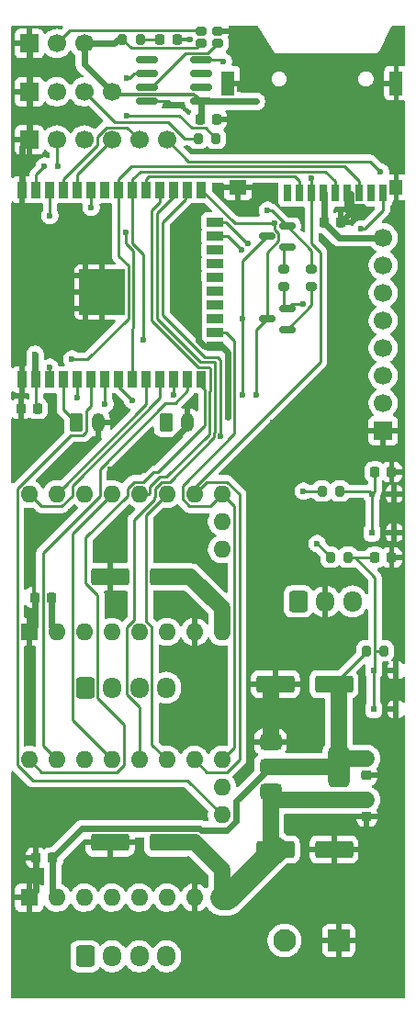
<source format=gtl>
G04 #@! TF.GenerationSoftware,KiCad,Pcbnew,9.0.5*
G04 #@! TF.CreationDate,2025-10-27T18:10:04+01:00*
G04 #@! TF.ProjectId,Laser_Electronics,4c617365-725f-4456-9c65-6374726f6e69,2*
G04 #@! TF.SameCoordinates,Original*
G04 #@! TF.FileFunction,Copper,L1,Top*
G04 #@! TF.FilePolarity,Positive*
%FSLAX46Y46*%
G04 Gerber Fmt 4.6, Leading zero omitted, Abs format (unit mm)*
G04 Created by KiCad (PCBNEW 9.0.5) date 2025-10-27 18:10:04*
%MOMM*%
%LPD*%
G01*
G04 APERTURE LIST*
G04 Aperture macros list*
%AMRoundRect*
0 Rectangle with rounded corners*
0 $1 Rounding radius*
0 $2 $3 $4 $5 $6 $7 $8 $9 X,Y pos of 4 corners*
0 Add a 4 corners polygon primitive as box body*
4,1,4,$2,$3,$4,$5,$6,$7,$8,$9,$2,$3,0*
0 Add four circle primitives for the rounded corners*
1,1,$1+$1,$2,$3*
1,1,$1+$1,$4,$5*
1,1,$1+$1,$6,$7*
1,1,$1+$1,$8,$9*
0 Add four rect primitives between the rounded corners*
20,1,$1+$1,$2,$3,$4,$5,0*
20,1,$1+$1,$4,$5,$6,$7,0*
20,1,$1+$1,$6,$7,$8,$9,0*
20,1,$1+$1,$8,$9,$2,$3,0*%
G04 Aperture macros list end*
G04 #@! TA.AperFunction,ComponentPad*
%ADD10RoundRect,0.250000X-0.350000X-0.625000X0.350000X-0.625000X0.350000X0.625000X-0.350000X0.625000X0*%
G04 #@! TD*
G04 #@! TA.AperFunction,ComponentPad*
%ADD11O,1.200000X1.750000*%
G04 #@! TD*
G04 #@! TA.AperFunction,SMDPad,CuDef*
%ADD12RoundRect,0.200000X-0.300000X-0.200000X0.300000X-0.200000X0.300000X0.200000X-0.300000X0.200000X0*%
G04 #@! TD*
G04 #@! TA.AperFunction,SMDPad,CuDef*
%ADD13RoundRect,0.200000X-0.200000X-0.275000X0.200000X-0.275000X0.200000X0.275000X-0.200000X0.275000X0*%
G04 #@! TD*
G04 #@! TA.AperFunction,ComponentPad*
%ADD14R,1.700000X1.700000*%
G04 #@! TD*
G04 #@! TA.AperFunction,ComponentPad*
%ADD15C,1.700000*%
G04 #@! TD*
G04 #@! TA.AperFunction,SMDPad,CuDef*
%ADD16RoundRect,0.150000X0.587500X0.150000X-0.587500X0.150000X-0.587500X-0.150000X0.587500X-0.150000X0*%
G04 #@! TD*
G04 #@! TA.AperFunction,SMDPad,CuDef*
%ADD17RoundRect,0.375000X-0.625000X-0.375000X0.625000X-0.375000X0.625000X0.375000X-0.625000X0.375000X0*%
G04 #@! TD*
G04 #@! TA.AperFunction,SMDPad,CuDef*
%ADD18RoundRect,0.500000X-0.500000X-1.400000X0.500000X-1.400000X0.500000X1.400000X-0.500000X1.400000X0*%
G04 #@! TD*
G04 #@! TA.AperFunction,SMDPad,CuDef*
%ADD19RoundRect,0.225000X-0.225000X-0.250000X0.225000X-0.250000X0.225000X0.250000X-0.225000X0.250000X0*%
G04 #@! TD*
G04 #@! TA.AperFunction,SMDPad,CuDef*
%ADD20RoundRect,0.200000X0.275000X-0.200000X0.275000X0.200000X-0.275000X0.200000X-0.275000X-0.200000X0*%
G04 #@! TD*
G04 #@! TA.AperFunction,SMDPad,CuDef*
%ADD21R,0.700000X1.600000*%
G04 #@! TD*
G04 #@! TA.AperFunction,SMDPad,CuDef*
%ADD22R,1.200000X2.200000*%
G04 #@! TD*
G04 #@! TA.AperFunction,SMDPad,CuDef*
%ADD23R,1.600000X1.400000*%
G04 #@! TD*
G04 #@! TA.AperFunction,SMDPad,CuDef*
%ADD24R,1.200000X1.400000*%
G04 #@! TD*
G04 #@! TA.AperFunction,ComponentPad*
%ADD25RoundRect,0.250000X-0.600000X-0.725000X0.600000X-0.725000X0.600000X0.725000X-0.600000X0.725000X0*%
G04 #@! TD*
G04 #@! TA.AperFunction,ComponentPad*
%ADD26O,1.700000X1.950000*%
G04 #@! TD*
G04 #@! TA.AperFunction,SMDPad,CuDef*
%ADD27RoundRect,0.250000X1.500000X0.550000X-1.500000X0.550000X-1.500000X-0.550000X1.500000X-0.550000X0*%
G04 #@! TD*
G04 #@! TA.AperFunction,SMDPad,CuDef*
%ADD28R,0.900000X1.500000*%
G04 #@! TD*
G04 #@! TA.AperFunction,SMDPad,CuDef*
%ADD29R,1.500000X0.900000*%
G04 #@! TD*
G04 #@! TA.AperFunction,SMDPad,CuDef*
%ADD30R,1.050000X1.050000*%
G04 #@! TD*
G04 #@! TA.AperFunction,HeatsinkPad*
%ADD31C,0.600000*%
G04 #@! TD*
G04 #@! TA.AperFunction,HeatsinkPad*
%ADD32R,4.200000X4.200000*%
G04 #@! TD*
G04 #@! TA.AperFunction,ComponentPad*
%ADD33C,5.600000*%
G04 #@! TD*
G04 #@! TA.AperFunction,SMDPad,CuDef*
%ADD34RoundRect,0.225000X-0.250000X0.225000X-0.250000X-0.225000X0.250000X-0.225000X0.250000X0.225000X0*%
G04 #@! TD*
G04 #@! TA.AperFunction,SMDPad,CuDef*
%ADD35RoundRect,0.150000X0.825000X0.150000X-0.825000X0.150000X-0.825000X-0.150000X0.825000X-0.150000X0*%
G04 #@! TD*
G04 #@! TA.AperFunction,ComponentPad*
%ADD36R,1.600000X1.600000*%
G04 #@! TD*
G04 #@! TA.AperFunction,ComponentPad*
%ADD37O,1.600000X1.600000*%
G04 #@! TD*
G04 #@! TA.AperFunction,SMDPad,CuDef*
%ADD38R,0.502500X0.630000*%
G04 #@! TD*
G04 #@! TA.AperFunction,SMDPad,CuDef*
%ADD39R,0.505000X0.630000*%
G04 #@! TD*
G04 #@! TA.AperFunction,SMDPad,CuDef*
%ADD40RoundRect,0.200000X0.200000X0.275000X-0.200000X0.275000X-0.200000X-0.275000X0.200000X-0.275000X0*%
G04 #@! TD*
G04 #@! TA.AperFunction,SMDPad,CuDef*
%ADD41RoundRect,0.225000X0.225000X0.250000X-0.225000X0.250000X-0.225000X-0.250000X0.225000X-0.250000X0*%
G04 #@! TD*
G04 #@! TA.AperFunction,SMDPad,CuDef*
%ADD42RoundRect,0.200000X-0.275000X0.200000X-0.275000X-0.200000X0.275000X-0.200000X0.275000X0.200000X0*%
G04 #@! TD*
G04 #@! TA.AperFunction,SMDPad,CuDef*
%ADD43RoundRect,0.250000X-1.500000X-0.550000X1.500000X-0.550000X1.500000X0.550000X-1.500000X0.550000X0*%
G04 #@! TD*
G04 #@! TA.AperFunction,SMDPad,CuDef*
%ADD44RoundRect,0.218750X0.218750X0.256250X-0.218750X0.256250X-0.218750X-0.256250X0.218750X-0.256250X0*%
G04 #@! TD*
G04 #@! TA.AperFunction,ComponentPad*
%ADD45RoundRect,0.250001X0.799999X0.799999X-0.799999X0.799999X-0.799999X-0.799999X0.799999X-0.799999X0*%
G04 #@! TD*
G04 #@! TA.AperFunction,ComponentPad*
%ADD46C,2.100000*%
G04 #@! TD*
G04 #@! TA.AperFunction,ViaPad*
%ADD47C,0.600000*%
G04 #@! TD*
G04 #@! TA.AperFunction,Conductor*
%ADD48C,0.250000*%
G04 #@! TD*
G04 #@! TA.AperFunction,Conductor*
%ADD49C,0.600000*%
G04 #@! TD*
G04 #@! TA.AperFunction,Conductor*
%ADD50C,1.500000*%
G04 #@! TD*
G04 #@! TA.AperFunction,Conductor*
%ADD51C,2.300000*%
G04 #@! TD*
G04 #@! TA.AperFunction,Conductor*
%ADD52C,0.350000*%
G04 #@! TD*
G04 APERTURE END LIST*
D10*
X118015000Y-92710000D03*
D11*
X120015000Y-92710000D03*
D12*
X129540000Y-56642000D03*
X131040000Y-56642000D03*
X131040000Y-57742000D03*
X129540000Y-57742000D03*
D13*
X144717000Y-113792000D03*
X146367000Y-113792000D03*
D14*
X113665000Y-57785000D03*
D15*
X116205000Y-57785000D03*
X118745000Y-57785000D03*
D16*
X137462500Y-84135000D03*
X137462500Y-82235000D03*
X135587500Y-83185000D03*
D17*
X135915000Y-122160000D03*
X135915000Y-124460000D03*
D18*
X142215000Y-124460000D03*
D17*
X135915000Y-126760000D03*
D19*
X112890000Y-91440000D03*
X114440000Y-91440000D03*
D10*
X126270000Y-92710000D03*
D11*
X128270000Y-92710000D03*
D14*
X113665000Y-62230000D03*
D15*
X116205000Y-62230000D03*
X118745000Y-62230000D03*
X121285000Y-62230000D03*
D20*
X137160000Y-80200000D03*
X137160000Y-78550000D03*
D21*
X137500968Y-71537855D03*
X138600968Y-71537855D03*
X139700968Y-71537855D03*
X140800968Y-71537855D03*
X141900968Y-71537855D03*
X143000968Y-71537855D03*
X144100968Y-71537855D03*
X145200968Y-71537855D03*
X146300968Y-71537855D03*
D22*
X132000968Y-61437855D03*
D23*
X132900968Y-71037855D03*
D22*
X147500968Y-61437855D03*
D24*
X147500968Y-71037855D03*
D14*
X113665000Y-66675000D03*
D15*
X116205000Y-66675000D03*
X118745000Y-66675000D03*
X121285000Y-66675000D03*
X123825000Y-66675000D03*
X126365000Y-66675000D03*
D19*
X114160000Y-108849000D03*
X115710000Y-108849000D03*
D25*
X138470000Y-109220000D03*
D26*
X140970000Y-109220000D03*
X143470000Y-109220000D03*
D27*
X126525000Y-106934000D03*
X121125000Y-106934000D03*
D28*
X113035000Y-88760000D03*
X114305000Y-88760000D03*
X115575000Y-88760000D03*
X116845000Y-88760000D03*
X118115000Y-88760000D03*
X119385000Y-88760000D03*
X120655000Y-88760000D03*
X121925000Y-88760000D03*
X123195000Y-88760000D03*
X124465000Y-88760000D03*
X125735000Y-88760000D03*
X127005000Y-88760000D03*
X128275000Y-88760000D03*
X129545000Y-88760000D03*
D29*
X130795000Y-85720000D03*
X130795000Y-84450000D03*
X130795000Y-83180000D03*
X130795000Y-81910000D03*
X130795000Y-80640000D03*
X130795000Y-79370000D03*
X130795000Y-78100000D03*
X130795000Y-76830000D03*
X130795000Y-75560000D03*
X130795000Y-74290000D03*
D28*
X129545000Y-71260000D03*
X128275000Y-71260000D03*
X127005000Y-71260000D03*
X125735000Y-71260000D03*
X124465000Y-71260000D03*
X123195000Y-71260000D03*
X121925000Y-71260000D03*
X120655000Y-71260000D03*
X119385000Y-71260000D03*
X118115000Y-71260000D03*
X116845000Y-71260000D03*
X115575000Y-71260000D03*
X114305000Y-71260000D03*
X113035000Y-71260000D03*
D30*
X118850000Y-82215000D03*
D31*
X119612500Y-82215000D03*
D30*
X120375000Y-82215000D03*
D31*
X121137500Y-82215000D03*
D30*
X121900000Y-82215000D03*
D31*
X118850000Y-81452500D03*
X120375000Y-81452500D03*
X121900000Y-81452500D03*
D30*
X118850000Y-80690000D03*
D31*
X119612500Y-80690000D03*
D30*
X120375000Y-80690000D03*
D32*
X120375000Y-80690000D03*
D31*
X121137500Y-80690000D03*
D30*
X121900000Y-80690000D03*
D31*
X118850000Y-79927500D03*
X120375000Y-79927500D03*
X121900000Y-79927500D03*
D30*
X118850000Y-79165000D03*
D31*
X119612500Y-79165000D03*
D30*
X120375000Y-79165000D03*
D31*
X121137500Y-79165000D03*
D30*
X121900000Y-79165000D03*
D33*
X139700000Y-93980000D03*
D34*
X144780000Y-127495000D03*
X144780000Y-129045000D03*
D16*
X137462500Y-76515000D03*
X137462500Y-74615000D03*
X135587500Y-75565000D03*
D13*
X122263500Y-57404000D03*
X123913500Y-57404000D03*
X129223000Y-66548000D03*
X130873000Y-66548000D03*
D19*
X145529000Y-97282000D03*
X147079000Y-97282000D03*
D35*
X129475000Y-63119000D03*
X129475000Y-61849000D03*
X129475000Y-60579000D03*
X129475000Y-59309000D03*
X124525000Y-59309000D03*
X124525000Y-60579000D03*
X124525000Y-61849000D03*
X124525000Y-63119000D03*
D36*
X113665000Y-136525000D03*
D37*
X116205000Y-136525000D03*
X118745000Y-136525000D03*
X121285000Y-136525000D03*
X123825000Y-136525000D03*
X126365000Y-136525000D03*
X128905000Y-136525000D03*
X131445000Y-136525000D03*
X131445000Y-123825000D03*
X128905000Y-123825000D03*
X126365000Y-123825000D03*
X123825000Y-123825000D03*
X121285000Y-123825000D03*
X118745000Y-123825000D03*
X116205000Y-123825000D03*
X113665000Y-123825000D03*
X131445000Y-126365000D03*
X131445000Y-128905000D03*
D19*
X114287000Y-132852000D03*
X115837000Y-132852000D03*
X145529000Y-105156000D03*
X147079000Y-105156000D03*
D38*
X147466250Y-115570000D03*
D39*
X147465000Y-119150000D03*
X145415000Y-115570000D03*
X145415000Y-119150000D03*
D14*
X146304000Y-93472000D03*
D15*
X146304000Y-90932000D03*
X146304000Y-88392000D03*
X146304000Y-85852000D03*
X146304000Y-83312000D03*
X146304000Y-80772000D03*
X146304000Y-78232000D03*
X146304000Y-75692000D03*
D13*
X140653000Y-99060000D03*
X142303000Y-99060000D03*
D36*
X113665000Y-112014000D03*
D37*
X116205000Y-112014000D03*
X118745000Y-112014000D03*
X121285000Y-112014000D03*
X123825000Y-112014000D03*
X126365000Y-112014000D03*
X128905000Y-112014000D03*
X131445000Y-112014000D03*
X131445000Y-99314000D03*
X128905000Y-99314000D03*
X126365000Y-99314000D03*
X123825000Y-99314000D03*
X121285000Y-99314000D03*
X118745000Y-99314000D03*
X116205000Y-99314000D03*
X113665000Y-99314000D03*
X131445000Y-101854000D03*
X131445000Y-104394000D03*
D34*
X144780000Y-123685000D03*
X144780000Y-125235000D03*
D40*
X143065000Y-105156000D03*
X141415000Y-105156000D03*
D25*
X118805000Y-117175000D03*
D26*
X121305000Y-117175000D03*
X123805000Y-117175000D03*
X126305000Y-117175000D03*
D41*
X142380000Y-74295000D03*
X140830000Y-74295000D03*
D42*
X139700000Y-78550000D03*
X139700000Y-80200000D03*
D25*
X118805000Y-141940000D03*
D26*
X121305000Y-141940000D03*
X123805000Y-141940000D03*
X126305000Y-141940000D03*
D27*
X126525000Y-131445000D03*
X121125000Y-131445000D03*
D43*
X136365000Y-132080000D03*
X141765000Y-132080000D03*
D38*
X145268750Y-102870000D03*
D39*
X145270000Y-99290000D03*
X147320000Y-102870000D03*
X147320000Y-99290000D03*
D27*
X141765000Y-116840000D03*
X136365000Y-116840000D03*
D44*
X127305000Y-57404000D03*
X125730000Y-57404000D03*
D45*
X142200000Y-140467500D03*
D46*
X137200000Y-140467500D03*
D41*
X130950000Y-64770000D03*
X129400000Y-64770000D03*
D47*
X141478000Y-87122000D03*
X144526000Y-87122000D03*
X117602000Y-128778000D03*
X123952000Y-126746000D03*
X129540000Y-128778000D03*
X128016000Y-102616000D03*
X134620000Y-109728000D03*
X121412000Y-109474000D03*
X125730000Y-105156000D03*
X142240000Y-103886000D03*
X137922000Y-100076000D03*
X132588000Y-96520000D03*
X134366000Y-96774000D03*
X134620000Y-90170000D03*
X133350000Y-90170000D03*
X140208000Y-103886000D03*
X124206000Y-85090000D03*
X113665000Y-140335000D03*
X143256000Y-67310000D03*
X139065000Y-121285000D03*
X137795000Y-106045000D03*
X147574000Y-68834000D03*
X139065000Y-114300000D03*
X114300000Y-102235000D03*
X129286000Y-81788000D03*
X120650000Y-75565000D03*
X133858000Y-65278000D03*
X116840000Y-59690000D03*
X144780000Y-73152000D03*
X147320000Y-109220000D03*
X134620000Y-102870000D03*
X146685000Y-133985000D03*
X117475000Y-100965000D03*
X119888000Y-64770000D03*
X146050000Y-61468000D03*
X118110000Y-95250000D03*
X131963000Y-92202000D03*
X114935000Y-77470000D03*
X115062000Y-94488000D03*
X135382000Y-60198000D03*
X129032000Y-74168000D03*
X141986000Y-64008000D03*
X146685000Y-121285000D03*
X130810000Y-121285000D03*
X128524000Y-57404000D03*
X120015000Y-104775000D03*
X133096000Y-61976000D03*
X131963000Y-90424000D03*
X114935000Y-83820000D03*
X140716000Y-60198000D03*
X134620000Y-107315000D03*
X143523000Y-73152000D03*
X133604000Y-72898000D03*
X127508000Y-79756000D03*
X146685000Y-144145000D03*
X139065000Y-130175000D03*
X147066000Y-73660000D03*
X142875000Y-101600000D03*
X120650000Y-73660000D03*
X144272000Y-98044000D03*
X113665000Y-64770000D03*
X127508000Y-74168000D03*
X146685000Y-140335000D03*
X130810000Y-117475000D03*
X131445000Y-144145000D03*
X136398000Y-67056000D03*
X132080000Y-65786000D03*
X136144000Y-92710000D03*
X126492000Y-63246000D03*
X113665000Y-144145000D03*
X142748000Y-90424000D03*
X116078000Y-97282000D03*
X114935000Y-80645000D03*
X121158000Y-97028000D03*
X131445000Y-107315000D03*
X127000000Y-121285000D03*
X133858000Y-67056000D03*
X133350000Y-57658000D03*
X147574000Y-57912000D03*
X136144000Y-94996000D03*
X118745000Y-133985000D03*
X128905000Y-114300000D03*
X113665000Y-60325000D03*
X121920000Y-102235000D03*
X116332000Y-93218000D03*
X147320000Y-117475000D03*
X123825000Y-133985000D03*
X113665000Y-106680000D03*
X128016000Y-76454000D03*
X143510000Y-112395000D03*
X139065000Y-118745000D03*
X137922000Y-64008000D03*
X131445000Y-140335000D03*
X129286000Y-79756000D03*
X121412000Y-92710000D03*
X125730000Y-108712000D03*
X116840000Y-81915000D03*
X113665000Y-130810000D03*
X116840000Y-79375000D03*
X128905000Y-133985000D03*
X127508000Y-82042000D03*
X113665000Y-128270000D03*
X117475000Y-73660000D03*
X129540000Y-72898000D03*
X147574000Y-64008000D03*
X131064000Y-71120000D03*
X139065000Y-133985000D03*
X140970000Y-72898000D03*
X134620000Y-63119000D03*
X114220000Y-86430000D03*
X115062000Y-69088000D03*
X139700000Y-70185855D03*
X117602000Y-86868000D03*
X120655000Y-90999000D03*
X131318000Y-93980000D03*
X123190000Y-90678000D03*
X126990558Y-90160558D03*
X119380000Y-72898000D03*
X115570000Y-73660000D03*
X133223000Y-76835000D03*
X118110000Y-90424000D03*
X122550000Y-75184000D03*
X144272000Y-74892000D03*
X115570000Y-87630000D03*
X133350000Y-83185000D03*
X131572000Y-59436000D03*
X133858000Y-76200000D03*
X138931808Y-81781808D03*
X146050000Y-69596000D03*
X116332000Y-69088000D03*
X135636000Y-73152000D03*
X122682000Y-60960000D03*
X122682000Y-64399000D03*
X136288233Y-74339376D03*
X138938000Y-99060000D03*
D48*
X119385000Y-91181000D02*
X119385000Y-88760000D01*
X118941000Y-91625000D02*
X119385000Y-91181000D01*
X112539000Y-124291405D02*
X112539000Y-98847595D01*
X117475595Y-93911000D02*
X118610514Y-93911000D01*
X113977595Y-125730000D02*
X112539000Y-124291405D01*
X112539000Y-98847595D02*
X117475595Y-93911000D01*
X118610514Y-93911000D02*
X118941000Y-93580514D01*
X128270000Y-125730000D02*
X113977595Y-125730000D01*
X118941000Y-93580514D02*
X118941000Y-91625000D01*
X131445000Y-128905000D02*
X128270000Y-125730000D01*
X134620000Y-84152500D02*
X134620000Y-90170000D01*
X135587500Y-83185000D02*
X134620000Y-84152500D01*
X132624376Y-74339376D02*
X129545000Y-71260000D01*
X136288233Y-74339376D02*
X132624376Y-74339376D01*
X135587500Y-77045888D02*
X135587500Y-83185000D01*
X136652000Y-75285388D02*
X136652000Y-75981388D01*
X136288233Y-74921621D02*
X136652000Y-75285388D01*
X136652000Y-75981388D02*
X135587500Y-77045888D01*
X136288233Y-74339376D02*
X136288233Y-74921621D01*
X133350000Y-77802500D02*
X133350000Y-83185000D01*
X135587500Y-75565000D02*
X133350000Y-77802500D01*
X133350000Y-90170000D02*
X133350000Y-83185000D01*
X131826000Y-84450000D02*
X130795000Y-84450000D01*
X132588000Y-93726000D02*
X132588000Y-85212000D01*
X127779000Y-99780405D02*
X127779000Y-98535000D01*
X128438595Y-100440000D02*
X127779000Y-99780405D01*
X127779000Y-98535000D02*
X132588000Y-93726000D01*
X130319000Y-100440000D02*
X128438595Y-100440000D01*
X132588000Y-85212000D02*
X131826000Y-84450000D01*
X131445000Y-99314000D02*
X130319000Y-100440000D01*
X141415000Y-105093000D02*
X140208000Y-103886000D01*
X141415000Y-105156000D02*
X141415000Y-105093000D01*
X141900968Y-70487855D02*
X141900968Y-71537855D01*
X123894145Y-69560855D02*
X140973968Y-69560855D01*
X124449000Y-101230000D02*
X124449000Y-111045595D01*
X124206000Y-77216000D02*
X123195000Y-76205000D01*
X124206000Y-85090000D02*
X124206000Y-77216000D01*
X124449000Y-111045595D02*
X124981000Y-111577595D01*
X123195000Y-70260000D02*
X123894145Y-69560855D01*
X123195000Y-71260000D02*
X123195000Y-70260000D01*
X123195000Y-76205000D02*
X123195000Y-71260000D01*
X140973968Y-69560855D02*
X141900968Y-70487855D01*
X126365000Y-99314000D02*
X124449000Y-101230000D01*
X124981000Y-111577595D02*
X124981000Y-122441000D01*
X124981000Y-122441000D02*
X126365000Y-123825000D01*
X114935000Y-104716405D02*
X120159000Y-99492405D01*
X120159000Y-99492405D02*
X120159000Y-97021000D01*
X114935000Y-122555000D02*
X114935000Y-104716405D01*
X128275000Y-89760000D02*
X128275000Y-88760000D01*
X126248000Y-90932000D02*
X127103000Y-90932000D01*
X120159000Y-97021000D02*
X126248000Y-90932000D01*
X116205000Y-123825000D02*
X114935000Y-122555000D01*
X127103000Y-90932000D02*
X128275000Y-89760000D01*
X122699000Y-99492405D02*
X122699000Y-98789000D01*
X118872000Y-107552514D02*
X118872000Y-103319405D01*
X122411000Y-120575514D02*
X119981000Y-118145514D01*
X114791000Y-124951000D02*
X121751405Y-124951000D01*
X122411000Y-124291405D02*
X122411000Y-120575514D01*
X123300000Y-98188000D02*
X124206000Y-98188000D01*
X129851000Y-89649190D02*
X129851595Y-89648595D01*
X129851595Y-89648595D02*
X129545000Y-89342000D01*
X119981000Y-118145514D02*
X119981000Y-108661514D01*
X129545000Y-89342000D02*
X129545000Y-88760000D01*
X124206000Y-98188000D02*
X125108000Y-97286000D01*
X129851000Y-92964000D02*
X129851000Y-89649190D01*
X122699000Y-98789000D02*
X123300000Y-98188000D01*
X118872000Y-103319405D02*
X122699000Y-99492405D01*
X113665000Y-123825000D02*
X114791000Y-124951000D01*
X125529000Y-97286000D02*
X129851000Y-92964000D01*
X121751405Y-124951000D02*
X122411000Y-124291405D01*
X119981000Y-108661514D02*
X118872000Y-107552514D01*
X125108000Y-97286000D02*
X125529000Y-97286000D01*
D49*
X114287000Y-135903000D02*
X113665000Y-136525000D01*
X113665000Y-60325000D02*
X113665000Y-62230000D01*
D48*
X113035000Y-88760000D02*
X113035000Y-91295000D01*
D49*
X142380000Y-74295000D02*
X143523000Y-73152000D01*
X113035000Y-67305000D02*
X113035000Y-71260000D01*
X113665000Y-62230000D02*
X113665000Y-64770000D01*
X143523000Y-73152000D02*
X144780000Y-73152000D01*
X143299968Y-72788855D02*
X143299968Y-71671968D01*
X131963000Y-90424000D02*
X131963000Y-92202000D01*
X131963000Y-86243000D02*
X131963000Y-90424000D01*
X128270000Y-92710000D02*
X128270000Y-92985000D01*
X143165855Y-71537855D02*
X143000968Y-71537855D01*
X129286000Y-85143000D02*
X129286000Y-81788000D01*
X114287000Y-132852000D02*
X114287000Y-135903000D01*
D48*
X113035000Y-91295000D02*
X112890000Y-91440000D01*
D49*
X143299968Y-71671968D02*
X143165855Y-71537855D01*
X113665000Y-57785000D02*
X113665000Y-60325000D01*
D50*
X135915000Y-122160000D02*
X135915000Y-117290000D01*
D48*
X126365000Y-63119000D02*
X126492000Y-63246000D01*
D50*
X135915000Y-117290000D02*
X136365000Y-116840000D01*
D49*
X113665000Y-66675000D02*
X113035000Y-67305000D01*
X129286000Y-81788000D02*
X129286000Y-79756000D01*
X124227000Y-97028000D02*
X121158000Y-97028000D01*
X130795000Y-85720000D02*
X129863000Y-85720000D01*
X128270000Y-92985000D02*
X124227000Y-97028000D01*
X113665000Y-64770000D02*
X113665000Y-66675000D01*
X144416855Y-72788855D02*
X143299968Y-72788855D01*
D48*
X124525000Y-63119000D02*
X126365000Y-63119000D01*
D49*
X129863000Y-85720000D02*
X129286000Y-85143000D01*
X130795000Y-85720000D02*
X131440000Y-85720000D01*
X131440000Y-85720000D02*
X131963000Y-86243000D01*
X144780000Y-73152000D02*
X144416855Y-72788855D01*
X114160000Y-111519000D02*
X113665000Y-112014000D01*
X114160000Y-108849000D02*
X114160000Y-111519000D01*
D50*
X131445000Y-109855000D02*
X131445000Y-112014000D01*
D51*
X131445000Y-136525000D02*
X131920000Y-136525000D01*
D50*
X135915000Y-126760000D02*
X135915000Y-127635000D01*
D51*
X131920000Y-136525000D02*
X136365000Y-132080000D01*
D50*
X135915000Y-127635000D02*
X135915000Y-131630000D01*
X126525000Y-131445000D02*
X128905000Y-131445000D01*
X144780000Y-127495000D02*
X136055000Y-127495000D01*
D51*
X136225000Y-131940000D02*
X136365000Y-132080000D01*
D50*
X128524000Y-106934000D02*
X131445000Y-109855000D01*
X128905000Y-131445000D02*
X131445000Y-133985000D01*
X131445000Y-133985000D02*
X131445000Y-136525000D01*
X126525000Y-106934000D02*
X128524000Y-106934000D01*
X135915000Y-131630000D02*
X136365000Y-132080000D01*
X136055000Y-127495000D02*
X135915000Y-127635000D01*
D48*
X132588000Y-100457000D02*
X131445000Y-99314000D01*
X132588000Y-122682000D02*
X132588000Y-100457000D01*
X131445000Y-123825000D02*
X132588000Y-122682000D01*
D49*
X129531181Y-130302000D02*
X129373181Y-130144000D01*
X140830000Y-74295000D02*
X142227000Y-75692000D01*
X115837000Y-132852000D02*
X115837000Y-136157000D01*
X140830000Y-71566887D02*
X140800968Y-71537855D01*
D52*
X129475000Y-63119000D02*
X128849000Y-62493000D01*
D49*
X118545000Y-130144000D02*
X115837000Y-132852000D01*
D50*
X142240000Y-116840000D02*
X142215000Y-116865000D01*
X141765000Y-116840000D02*
X142240000Y-116840000D01*
D49*
X121857000Y-57404000D02*
X122263500Y-57404000D01*
X118745000Y-59690000D02*
X121285000Y-62230000D01*
D50*
X144780000Y-123685000D02*
X142990000Y-123685000D01*
D49*
X142227000Y-75692000D02*
X146304000Y-75692000D01*
X129373181Y-130144000D02*
X118545000Y-130144000D01*
D52*
X128849000Y-62493000D02*
X121548000Y-62493000D01*
D49*
X135915000Y-124460000D02*
X132746000Y-127629000D01*
D48*
X114305000Y-88760000D02*
X114305000Y-91305000D01*
X114305000Y-91305000D02*
X114440000Y-91440000D01*
D49*
X129475000Y-63119000D02*
X129475000Y-64695000D01*
X118745000Y-57785000D02*
X118745000Y-59690000D01*
X115710000Y-111519000D02*
X116205000Y-112014000D01*
X140830000Y-74295000D02*
X140830000Y-71566887D01*
X115710000Y-108849000D02*
X115710000Y-111519000D01*
X115837000Y-136157000D02*
X116205000Y-136525000D01*
X132746000Y-129443892D02*
X131887892Y-130302000D01*
X129475000Y-64695000D02*
X129400000Y-64770000D01*
D48*
X129077000Y-58205000D02*
X123064500Y-58205000D01*
D49*
X121476000Y-57785000D02*
X121857000Y-57404000D01*
D48*
X144717000Y-113888000D02*
X141765000Y-116840000D01*
D49*
X134620000Y-63119000D02*
X129475000Y-63119000D01*
D50*
X135915000Y-124460000D02*
X142215000Y-124460000D01*
D49*
X114220000Y-88675000D02*
X114305000Y-88760000D01*
X131887892Y-130302000D02*
X129531181Y-130302000D01*
X114220000Y-86430000D02*
X114220000Y-88675000D01*
D50*
X142215000Y-116865000D02*
X142215000Y-124460000D01*
D48*
X123064500Y-58205000D02*
X122263500Y-57404000D01*
X121548000Y-62493000D02*
X121285000Y-62230000D01*
D50*
X142990000Y-123685000D02*
X142215000Y-124460000D01*
D49*
X118745000Y-57785000D02*
X121476000Y-57785000D01*
D48*
X144717000Y-113792000D02*
X144717000Y-113888000D01*
D49*
X132746000Y-127629000D02*
X132746000Y-129443892D01*
D48*
X129540000Y-57742000D02*
X129077000Y-58205000D01*
X130692000Y-93720702D02*
X130810000Y-93602702D01*
X123358595Y-110888000D02*
X123358595Y-101660810D01*
X125222000Y-99797405D02*
X125222000Y-99568000D01*
X130692000Y-94098000D02*
X130692000Y-93720702D01*
X123825000Y-123825000D02*
X123825000Y-118983115D01*
X125222000Y-99568000D02*
X125239000Y-99551000D01*
X125898595Y-98188000D02*
X126602000Y-98188000D01*
X125476000Y-73406000D02*
X127005000Y-71877000D01*
X125239000Y-98847595D02*
X125898595Y-98188000D01*
X127005000Y-71877000D02*
X127005000Y-71260000D01*
X123825000Y-118983115D02*
X122629000Y-117787115D01*
X123358595Y-101660810D02*
X125222000Y-99797405D01*
X125239000Y-99551000D02*
X125239000Y-98847595D01*
X126602000Y-98188000D02*
X130692000Y-94098000D01*
X129416702Y-87122000D02*
X125476000Y-83181298D01*
X122629000Y-111617595D02*
X123358595Y-110888000D01*
X130810000Y-87122000D02*
X129416702Y-87122000D01*
X130810000Y-93602702D02*
X130810000Y-87122000D01*
X122629000Y-117787115D02*
X122629000Y-111617595D01*
X125476000Y-83181298D02*
X125476000Y-73406000D01*
X140501000Y-77015690D02*
X140501000Y-87089582D01*
X139700000Y-71536887D02*
X139700968Y-71537855D01*
X140501000Y-87089582D02*
X128905000Y-98685582D01*
X130031000Y-98188000D02*
X128905000Y-99314000D01*
X128905000Y-123825000D02*
X130031000Y-124951000D01*
X131911405Y-124951000D02*
X133039000Y-123823405D01*
X139700968Y-71537855D02*
X139700968Y-76215658D01*
X130031000Y-124951000D02*
X131911405Y-124951000D01*
X128905000Y-98685582D02*
X128905000Y-99314000D01*
X114305000Y-69845000D02*
X114305000Y-71260000D01*
X131911405Y-98188000D02*
X130031000Y-98188000D01*
X133039000Y-99315595D02*
X131911405Y-98188000D01*
X133039000Y-123823405D02*
X133039000Y-99315595D01*
X139700968Y-76215658D02*
X140501000Y-77015690D01*
X139700000Y-70185855D02*
X139700000Y-71536887D01*
X115062000Y-69088000D02*
X114305000Y-69845000D01*
X117856000Y-86868000D02*
X117602000Y-86868000D01*
X117619000Y-102980000D02*
X117619000Y-120159000D01*
X121925000Y-77388000D02*
X122801000Y-78264000D01*
X123075145Y-69109855D02*
X142722968Y-69109855D01*
X117619000Y-120159000D02*
X121285000Y-123825000D01*
X121925000Y-71260000D02*
X121925000Y-77388000D01*
X121925000Y-71260000D02*
X121925000Y-70260000D01*
X119049000Y-86868000D02*
X117856000Y-86868000D01*
X142722968Y-69109855D02*
X144100968Y-70487855D01*
X121285000Y-99314000D02*
X117619000Y-102980000D01*
X122801000Y-83116000D02*
X119049000Y-86868000D01*
X144100968Y-70487855D02*
X144100968Y-71537855D01*
X121925000Y-70260000D02*
X123075145Y-69109855D01*
X122801000Y-78264000D02*
X122801000Y-83116000D01*
X116205000Y-99314000D02*
X124465000Y-91054000D01*
X116205000Y-99314000D02*
X116332000Y-99314000D01*
X124465000Y-91054000D02*
X124465000Y-88760000D01*
X120655000Y-90999000D02*
X120655000Y-88760000D01*
X130302000Y-87684000D02*
X130302000Y-87630000D01*
X124714000Y-99314000D02*
X124788000Y-99240000D01*
X123825000Y-99314000D02*
X124714000Y-99314000D01*
X125711785Y-97737000D02*
X126291000Y-97737000D01*
X130302000Y-93472892D02*
X130302000Y-89836000D01*
X130302000Y-87630000D02*
X129286000Y-87630000D01*
X129286000Y-87630000D02*
X124968000Y-83312000D01*
X126291000Y-97737000D02*
X130241000Y-93787000D01*
X125735000Y-72385000D02*
X125735000Y-71260000D01*
X130302000Y-89836000D02*
X130321000Y-89836000D01*
X124788000Y-98660785D02*
X125711785Y-97737000D01*
X130241000Y-93533892D02*
X130302000Y-93472892D01*
X124968000Y-83312000D02*
X124968000Y-73152000D01*
X130321000Y-89836000D02*
X130321000Y-87684000D01*
X124788000Y-99240000D02*
X124788000Y-98660785D01*
X130241000Y-93787000D02*
X130241000Y-93533892D01*
X130321000Y-87684000D02*
X130302000Y-87684000D01*
X124968000Y-73152000D02*
X125735000Y-72385000D01*
X116671405Y-100440000D02*
X117619000Y-99492405D01*
X113665000Y-99314000D02*
X114791000Y-100440000D01*
X117619000Y-98537810D02*
X125735000Y-90421810D01*
X117619000Y-99492405D02*
X117619000Y-98537810D01*
X114791000Y-100440000D02*
X116671405Y-100440000D01*
X125735000Y-90421810D02*
X125735000Y-88760000D01*
X146367000Y-113792000D02*
X145542000Y-113792000D01*
X145542000Y-106997000D02*
X143701000Y-105156000D01*
X145529000Y-105156000D02*
X143065000Y-105156000D01*
X143701000Y-105156000D02*
X143065000Y-105156000D01*
X145415000Y-119150000D02*
X145415000Y-115570000D01*
X145415000Y-115570000D02*
X145542000Y-115443000D01*
X145542000Y-115443000D02*
X145542000Y-106997000D01*
X145529000Y-99031000D02*
X145270000Y-99290000D01*
X142303000Y-99060000D02*
X145040000Y-99060000D01*
X145270000Y-102868750D02*
X145268750Y-102870000D01*
X145270000Y-99290000D02*
X145270000Y-102868750D01*
X145529000Y-97282000D02*
X145529000Y-99031000D01*
X145040000Y-99060000D02*
X145270000Y-99290000D01*
X123913500Y-57404000D02*
X125730000Y-57404000D01*
X116845000Y-70260000D02*
X116845000Y-71260000D01*
X119921000Y-66375884D02*
X119921000Y-67184000D01*
X122649000Y-65499000D02*
X120797884Y-65499000D01*
X119921000Y-67184000D02*
X116845000Y-70260000D01*
X123825000Y-66675000D02*
X122649000Y-65499000D01*
X120797884Y-65499000D02*
X119921000Y-66375884D01*
X121285000Y-66675000D02*
X118115000Y-69845000D01*
X118115000Y-69845000D02*
X118115000Y-71260000D01*
X116845000Y-88760000D02*
X116845000Y-91540000D01*
X116845000Y-91540000D02*
X118015000Y-92710000D01*
X129851000Y-86671000D02*
X125984000Y-82804000D01*
X131318000Y-93980000D02*
X131318000Y-86992190D01*
X128070000Y-71465000D02*
X128275000Y-71260000D01*
X130996810Y-86671000D02*
X129851000Y-86671000D01*
X125984000Y-74222000D02*
X128070000Y-72136000D01*
X128070000Y-72136000D02*
X128070000Y-71465000D01*
X125984000Y-82804000D02*
X125984000Y-74222000D01*
X131318000Y-86992190D02*
X130996810Y-86671000D01*
X123190000Y-90678000D02*
X121925000Y-89413000D01*
X121925000Y-89413000D02*
X121925000Y-88760000D01*
X126990558Y-90160558D02*
X126990558Y-88774442D01*
X126990558Y-88774442D02*
X127005000Y-88760000D01*
X119380000Y-71265000D02*
X119385000Y-71260000D01*
X119380000Y-72898000D02*
X119380000Y-71265000D01*
X115570000Y-73660000D02*
X115570000Y-71265000D01*
X115570000Y-71265000D02*
X115575000Y-71260000D01*
X131948000Y-75560000D02*
X130795000Y-75560000D01*
X133223000Y-76835000D02*
X131948000Y-75560000D01*
X118110000Y-90424000D02*
X118110000Y-88765000D01*
X118110000Y-88765000D02*
X118115000Y-88760000D01*
X144272000Y-74892000D02*
X144557936Y-74892000D01*
X123252000Y-84022000D02*
X123252000Y-76899810D01*
X122550000Y-76197810D02*
X122550000Y-75184000D01*
X144557936Y-74892000D02*
X146300968Y-73148968D01*
X123195000Y-84079000D02*
X123195000Y-88760000D01*
X123252000Y-76899810D02*
X122550000Y-76197810D01*
X123195000Y-84079000D02*
X123252000Y-84022000D01*
X146300968Y-73148968D02*
X146300968Y-71537855D01*
X138124968Y-70011855D02*
X138600968Y-70487855D01*
X124713145Y-70011855D02*
X138124968Y-70011855D01*
X124465000Y-71260000D02*
X124465000Y-70260000D01*
X138600968Y-70487855D02*
X138600968Y-71537855D01*
X124465000Y-70260000D02*
X124713145Y-70011855D01*
X137160000Y-78550000D02*
X137160000Y-76817500D01*
X137160000Y-76817500D02*
X137462500Y-76515000D01*
X124525000Y-61849000D02*
X124907322Y-61849000D01*
X130126000Y-58656000D02*
X131040000Y-57742000D01*
X128100322Y-58656000D02*
X130126000Y-58656000D01*
X124907322Y-61849000D02*
X128100322Y-58656000D01*
X139700000Y-80200000D02*
X139700000Y-81897500D01*
X139700000Y-81897500D02*
X137462500Y-84135000D01*
X115570000Y-87630000D02*
X115570000Y-88755000D01*
X115570000Y-88755000D02*
X115575000Y-88760000D01*
X117387000Y-56603000D02*
X116205000Y-57785000D01*
X129501000Y-56603000D02*
X117387000Y-56603000D01*
X129540000Y-56642000D02*
X129501000Y-56603000D01*
X130795000Y-74290000D02*
X131818190Y-74290000D01*
X131818190Y-74290000D02*
X133728190Y-76200000D01*
X129475000Y-59309000D02*
X131445000Y-59309000D01*
X133728190Y-76200000D02*
X133858000Y-76200000D01*
X131445000Y-59309000D02*
X131572000Y-59436000D01*
X138931808Y-81781808D02*
X137915692Y-81781808D01*
X128348855Y-68658855D02*
X145112855Y-68658855D01*
X137160000Y-81932500D02*
X137462500Y-82235000D01*
X145112855Y-68658855D02*
X146050000Y-69596000D01*
X137915692Y-81781808D02*
X137462500Y-82235000D01*
X137160000Y-80200000D02*
X137160000Y-81932500D01*
X126365000Y-66675000D02*
X128348855Y-68658855D01*
X116205000Y-66675000D02*
X116205000Y-68961000D01*
X139700000Y-78550000D02*
X139700000Y-76852500D01*
X135636000Y-73152000D02*
X135999500Y-73152000D01*
X139700000Y-76852500D02*
X137462500Y-74615000D01*
X116205000Y-68961000D02*
X116332000Y-69088000D01*
X135999500Y-73152000D02*
X137462500Y-74615000D01*
X126429000Y-65024000D02*
X127953000Y-66548000D01*
X127953000Y-66548000D02*
X129223000Y-66548000D01*
X121539000Y-65024000D02*
X118745000Y-62230000D01*
X126429000Y-65024000D02*
X121539000Y-65024000D01*
X129545000Y-71260000D02*
X129545000Y-71379000D01*
X122682000Y-60960000D02*
X122936000Y-60960000D01*
X127454000Y-64399000D02*
X122682000Y-64399000D01*
X127454000Y-64399000D02*
X128626000Y-65571000D01*
X122936000Y-60960000D02*
X123317000Y-60579000D01*
X129896000Y-65571000D02*
X130873000Y-66548000D01*
X128626000Y-65571000D02*
X129896000Y-65571000D01*
X138938000Y-99060000D02*
X140653000Y-99060000D01*
X123317000Y-60579000D02*
X124525000Y-60579000D01*
G04 #@! TA.AperFunction,Conductor*
G36*
X134729002Y-56150185D02*
G01*
X134768291Y-56190702D01*
X134939503Y-56476055D01*
X136168938Y-58525116D01*
X136177169Y-58541458D01*
X136185635Y-58561896D01*
X136185637Y-58561899D01*
X136188269Y-58564531D01*
X136199066Y-58575327D01*
X136208835Y-58591609D01*
X136233975Y-58610236D01*
X136256103Y-58632364D01*
X136273647Y-58639631D01*
X136288905Y-58650936D01*
X136319262Y-58658525D01*
X136348172Y-58670500D01*
X136351895Y-58670500D01*
X136381969Y-58674202D01*
X136385585Y-58675106D01*
X136407467Y-58671850D01*
X136425716Y-58670500D01*
X145660108Y-58670500D01*
X145700944Y-58673402D01*
X145709650Y-58670500D01*
X145718828Y-58670500D01*
X145752596Y-58656511D01*
X145760785Y-58653454D01*
X145795486Y-58641889D01*
X145802419Y-58635875D01*
X145810897Y-58632364D01*
X145839842Y-58603418D01*
X145870770Y-58576595D01*
X145870771Y-58576592D01*
X145870773Y-58576591D01*
X145876323Y-58569440D01*
X145881362Y-58561899D01*
X145881364Y-58561897D01*
X145895349Y-58528130D01*
X145898991Y-58520149D01*
X147059545Y-56199043D01*
X147107132Y-56147887D01*
X147170454Y-56130500D01*
X148215500Y-56130500D01*
X148282539Y-56150185D01*
X148328294Y-56202989D01*
X148339500Y-56254500D01*
X148339500Y-59720312D01*
X148319815Y-59787351D01*
X148267011Y-59833106D01*
X148202244Y-59843601D01*
X148148812Y-59837855D01*
X147750968Y-59837855D01*
X147750968Y-63037855D01*
X148148796Y-63037855D01*
X148148805Y-63037854D01*
X148202241Y-63032108D01*
X148271001Y-63044511D01*
X148322140Y-63092120D01*
X148339500Y-63155397D01*
X148339500Y-69720312D01*
X148319815Y-69787351D01*
X148267011Y-69833106D01*
X148202244Y-69843601D01*
X148148812Y-69837855D01*
X147750968Y-69837855D01*
X147750968Y-72237855D01*
X148148796Y-72237855D01*
X148148805Y-72237854D01*
X148202241Y-72232108D01*
X148271001Y-72244511D01*
X148322140Y-72292120D01*
X148339500Y-72355397D01*
X148339500Y-114878996D01*
X148319815Y-114946035D01*
X148267011Y-114991790D01*
X148197853Y-115001734D01*
X148134297Y-114972709D01*
X148116234Y-114953307D01*
X148074690Y-114897812D01*
X148074687Y-114897809D01*
X147959593Y-114811649D01*
X147959586Y-114811645D01*
X147824879Y-114761403D01*
X147824872Y-114761401D01*
X147765344Y-114755000D01*
X147716250Y-114755000D01*
X147716250Y-116385000D01*
X147765328Y-116385000D01*
X147765344Y-116384999D01*
X147824872Y-116378598D01*
X147824879Y-116378596D01*
X147959586Y-116328354D01*
X147959593Y-116328350D01*
X148074686Y-116242191D01*
X148116233Y-116186692D01*
X148172167Y-116144821D01*
X148241858Y-116139837D01*
X148303181Y-116173322D01*
X148336666Y-116234645D01*
X148339500Y-116261003D01*
X148339500Y-118458996D01*
X148319815Y-118526035D01*
X148267011Y-118571790D01*
X148197853Y-118581734D01*
X148134297Y-118552709D01*
X148116234Y-118533307D01*
X148074690Y-118477812D01*
X148074687Y-118477809D01*
X147959593Y-118391649D01*
X147959586Y-118391645D01*
X147824879Y-118341403D01*
X147824872Y-118341401D01*
X147765344Y-118335000D01*
X147715000Y-118335000D01*
X147715000Y-119965000D01*
X147765328Y-119965000D01*
X147765344Y-119964999D01*
X147824872Y-119958598D01*
X147824879Y-119958596D01*
X147959586Y-119908354D01*
X147959593Y-119908350D01*
X148074686Y-119822191D01*
X148116233Y-119766692D01*
X148172167Y-119724821D01*
X148241858Y-119719837D01*
X148303181Y-119753322D01*
X148336666Y-119814645D01*
X148339500Y-119841003D01*
X148339500Y-145675500D01*
X148319815Y-145742539D01*
X148267011Y-145788294D01*
X148215500Y-145799500D01*
X112134500Y-145799500D01*
X112067461Y-145779815D01*
X112021706Y-145727011D01*
X112010500Y-145675500D01*
X112010500Y-141164983D01*
X117454500Y-141164983D01*
X117454500Y-142715001D01*
X117454501Y-142715018D01*
X117465000Y-142817796D01*
X117465001Y-142817799D01*
X117510894Y-142956294D01*
X117520186Y-142984334D01*
X117612288Y-143133656D01*
X117736344Y-143257712D01*
X117885666Y-143349814D01*
X118052203Y-143404999D01*
X118154991Y-143415500D01*
X119455008Y-143415499D01*
X119557797Y-143404999D01*
X119724334Y-143349814D01*
X119873656Y-143257712D01*
X119997712Y-143133656D01*
X120089814Y-142984334D01*
X120089814Y-142984331D01*
X120093178Y-142978879D01*
X120145126Y-142932154D01*
X120214088Y-142920931D01*
X120278170Y-142948774D01*
X120286398Y-142956294D01*
X120425213Y-143095109D01*
X120597179Y-143220048D01*
X120597181Y-143220049D01*
X120597184Y-143220051D01*
X120786588Y-143316557D01*
X120988757Y-143382246D01*
X121198713Y-143415500D01*
X121198714Y-143415500D01*
X121411286Y-143415500D01*
X121411287Y-143415500D01*
X121621243Y-143382246D01*
X121823412Y-143316557D01*
X122012816Y-143220051D01*
X122034789Y-143204086D01*
X122184786Y-143095109D01*
X122184788Y-143095106D01*
X122184792Y-143095104D01*
X122335104Y-142944792D01*
X122454683Y-142780204D01*
X122510011Y-142737540D01*
X122579624Y-142731561D01*
X122641420Y-142764166D01*
X122655313Y-142780199D01*
X122757560Y-142920931D01*
X122774896Y-142944792D01*
X122925213Y-143095109D01*
X123097179Y-143220048D01*
X123097181Y-143220049D01*
X123097184Y-143220051D01*
X123286588Y-143316557D01*
X123488757Y-143382246D01*
X123698713Y-143415500D01*
X123698714Y-143415500D01*
X123911286Y-143415500D01*
X123911287Y-143415500D01*
X124121243Y-143382246D01*
X124323412Y-143316557D01*
X124512816Y-143220051D01*
X124534789Y-143204086D01*
X124684786Y-143095109D01*
X124684788Y-143095106D01*
X124684792Y-143095104D01*
X124835104Y-142944792D01*
X124954683Y-142780204D01*
X125010011Y-142737540D01*
X125079624Y-142731561D01*
X125141420Y-142764166D01*
X125155313Y-142780199D01*
X125257560Y-142920931D01*
X125274896Y-142944792D01*
X125425213Y-143095109D01*
X125597179Y-143220048D01*
X125597181Y-143220049D01*
X125597184Y-143220051D01*
X125786588Y-143316557D01*
X125988757Y-143382246D01*
X126198713Y-143415500D01*
X126198714Y-143415500D01*
X126411286Y-143415500D01*
X126411287Y-143415500D01*
X126621243Y-143382246D01*
X126823412Y-143316557D01*
X127012816Y-143220051D01*
X127034789Y-143204086D01*
X127184786Y-143095109D01*
X127184788Y-143095106D01*
X127184792Y-143095104D01*
X127335104Y-142944792D01*
X127335106Y-142944788D01*
X127335109Y-142944786D01*
X127460048Y-142772820D01*
X127460047Y-142772820D01*
X127460051Y-142772816D01*
X127556557Y-142583412D01*
X127622246Y-142381243D01*
X127655500Y-142171287D01*
X127655500Y-141708713D01*
X127622246Y-141498757D01*
X127556557Y-141296588D01*
X127460051Y-141107184D01*
X127460049Y-141107181D01*
X127460048Y-141107179D01*
X127335109Y-140935213D01*
X127184786Y-140784890D01*
X127012820Y-140659951D01*
X126823414Y-140563444D01*
X126823413Y-140563443D01*
X126823412Y-140563443D01*
X126621243Y-140497754D01*
X126621241Y-140497753D01*
X126621240Y-140497753D01*
X126459957Y-140472208D01*
X126411287Y-140464500D01*
X126198713Y-140464500D01*
X126150042Y-140472208D01*
X125988760Y-140497753D01*
X125786585Y-140563444D01*
X125597179Y-140659951D01*
X125425213Y-140784890D01*
X125274894Y-140935209D01*
X125274890Y-140935214D01*
X125155318Y-141099793D01*
X125099989Y-141142459D01*
X125030375Y-141148438D01*
X124968580Y-141115833D01*
X124954682Y-141099793D01*
X124835109Y-140935214D01*
X124835105Y-140935209D01*
X124684786Y-140784890D01*
X124512820Y-140659951D01*
X124323414Y-140563444D01*
X124323413Y-140563443D01*
X124323412Y-140563443D01*
X124121243Y-140497754D01*
X124121241Y-140497753D01*
X124121240Y-140497753D01*
X123959957Y-140472208D01*
X123911287Y-140464500D01*
X123698713Y-140464500D01*
X123650042Y-140472208D01*
X123488760Y-140497753D01*
X123286585Y-140563444D01*
X123097179Y-140659951D01*
X122925213Y-140784890D01*
X122774894Y-140935209D01*
X122774890Y-140935214D01*
X122655318Y-141099793D01*
X122599989Y-141142459D01*
X122530375Y-141148438D01*
X122468580Y-141115833D01*
X122454682Y-141099793D01*
X122335109Y-140935214D01*
X122335105Y-140935209D01*
X122184786Y-140784890D01*
X122012820Y-140659951D01*
X121823414Y-140563444D01*
X121823413Y-140563443D01*
X121823412Y-140563443D01*
X121621243Y-140497754D01*
X121621241Y-140497753D01*
X121621240Y-140497753D01*
X121459957Y-140472208D01*
X121411287Y-140464500D01*
X121198713Y-140464500D01*
X121150042Y-140472208D01*
X120988760Y-140497753D01*
X120786585Y-140563444D01*
X120597179Y-140659951D01*
X120425215Y-140784889D01*
X120286398Y-140923706D01*
X120225075Y-140957190D01*
X120155383Y-140952206D01*
X120099450Y-140910334D01*
X120093178Y-140901120D01*
X119997712Y-140746344D01*
X119873657Y-140622289D01*
X119873656Y-140622288D01*
X119724334Y-140530186D01*
X119557797Y-140475001D01*
X119557795Y-140475000D01*
X119455010Y-140464500D01*
X118154998Y-140464500D01*
X118154981Y-140464501D01*
X118052203Y-140475000D01*
X118052200Y-140475001D01*
X117885668Y-140530185D01*
X117885663Y-140530187D01*
X117736342Y-140622289D01*
X117612289Y-140746342D01*
X117520187Y-140895663D01*
X117520185Y-140895668D01*
X117516228Y-140907610D01*
X117465001Y-141062203D01*
X117465001Y-141062204D01*
X117465000Y-141062204D01*
X117454500Y-141164983D01*
X112010500Y-141164983D01*
X112010500Y-140345473D01*
X135649500Y-140345473D01*
X135649500Y-140589527D01*
X135687679Y-140830576D01*
X135763096Y-141062685D01*
X135815223Y-141164991D01*
X135873896Y-141280142D01*
X136017339Y-141477576D01*
X136017343Y-141477581D01*
X136189918Y-141650156D01*
X136189923Y-141650160D01*
X136270515Y-141708713D01*
X136387361Y-141793606D01*
X136604815Y-141904404D01*
X136836924Y-141979821D01*
X137077973Y-142018000D01*
X137077974Y-142018000D01*
X137322026Y-142018000D01*
X137322027Y-142018000D01*
X137563076Y-141979821D01*
X137795185Y-141904404D01*
X138012639Y-141793606D01*
X138210083Y-141650155D01*
X138382655Y-141477583D01*
X138526106Y-141280139D01*
X138636904Y-141062685D01*
X138712321Y-140830576D01*
X138750500Y-140589527D01*
X138750500Y-140345473D01*
X138712321Y-140104424D01*
X138636904Y-139872315D01*
X138526106Y-139654861D01*
X138526105Y-139654859D01*
X138498972Y-139617514D01*
X140650000Y-139617514D01*
X140650000Y-140217500D01*
X141709252Y-140217500D01*
X141687482Y-140255208D01*
X141650000Y-140395091D01*
X141650000Y-140539909D01*
X141687482Y-140679792D01*
X141709252Y-140717500D01*
X140650000Y-140717500D01*
X140650000Y-141317485D01*
X140660493Y-141420189D01*
X140660494Y-141420196D01*
X140715641Y-141586618D01*
X140715643Y-141586623D01*
X140807684Y-141735844D01*
X140931655Y-141859815D01*
X141080876Y-141951856D01*
X141080881Y-141951858D01*
X141247303Y-142007005D01*
X141247310Y-142007006D01*
X141350014Y-142017499D01*
X141350027Y-142017500D01*
X141950000Y-142017500D01*
X141950000Y-140958247D01*
X141987708Y-140980018D01*
X142127591Y-141017500D01*
X142272409Y-141017500D01*
X142412292Y-140980018D01*
X142450000Y-140958247D01*
X142450000Y-142017500D01*
X143049973Y-142017500D01*
X143049985Y-142017499D01*
X143152689Y-142007006D01*
X143152696Y-142007005D01*
X143319118Y-141951858D01*
X143319123Y-141951856D01*
X143468344Y-141859815D01*
X143592315Y-141735844D01*
X143684356Y-141586623D01*
X143684358Y-141586618D01*
X143739505Y-141420196D01*
X143739506Y-141420189D01*
X143749999Y-141317485D01*
X143750000Y-141317472D01*
X143750000Y-140717500D01*
X142690748Y-140717500D01*
X142712518Y-140679792D01*
X142750000Y-140539909D01*
X142750000Y-140395091D01*
X142712518Y-140255208D01*
X142690748Y-140217500D01*
X143750000Y-140217500D01*
X143750000Y-139617527D01*
X143749999Y-139617514D01*
X143739506Y-139514810D01*
X143739505Y-139514803D01*
X143684358Y-139348381D01*
X143684356Y-139348376D01*
X143592315Y-139199155D01*
X143468344Y-139075184D01*
X143319123Y-138983143D01*
X143319118Y-138983141D01*
X143152696Y-138927994D01*
X143152689Y-138927993D01*
X143049985Y-138917500D01*
X142450000Y-138917500D01*
X142450000Y-139976752D01*
X142412292Y-139954982D01*
X142272409Y-139917500D01*
X142127591Y-139917500D01*
X141987708Y-139954982D01*
X141950000Y-139976752D01*
X141950000Y-138917500D01*
X141350014Y-138917500D01*
X141247310Y-138927993D01*
X141247303Y-138927994D01*
X141080881Y-138983141D01*
X141080876Y-138983143D01*
X140931655Y-139075184D01*
X140807684Y-139199155D01*
X140715643Y-139348376D01*
X140715641Y-139348381D01*
X140660494Y-139514803D01*
X140660493Y-139514810D01*
X140650000Y-139617514D01*
X138498972Y-139617514D01*
X138382660Y-139457423D01*
X138382656Y-139457418D01*
X138210081Y-139284843D01*
X138210076Y-139284839D01*
X138012642Y-139141396D01*
X138012641Y-139141395D01*
X138012639Y-139141394D01*
X137795185Y-139030596D01*
X137563076Y-138955179D01*
X137563074Y-138955178D01*
X137563072Y-138955178D01*
X137391433Y-138927993D01*
X137322027Y-138917000D01*
X137077973Y-138917000D01*
X137022093Y-138925850D01*
X136836927Y-138955178D01*
X136604812Y-139030597D01*
X136387357Y-139141396D01*
X136189923Y-139284839D01*
X136189918Y-139284843D01*
X136017343Y-139457418D01*
X136017339Y-139457423D01*
X135873896Y-139654857D01*
X135763097Y-139872312D01*
X135687678Y-140104427D01*
X135683661Y-140129792D01*
X135649500Y-140345473D01*
X112010500Y-140345473D01*
X112010500Y-133150322D01*
X113337001Y-133150322D01*
X113347144Y-133249607D01*
X113400452Y-133410481D01*
X113400457Y-133410492D01*
X113489424Y-133554728D01*
X113489427Y-133554732D01*
X113609267Y-133674572D01*
X113609271Y-133674575D01*
X113753507Y-133763542D01*
X113753518Y-133763547D01*
X113914393Y-133816855D01*
X114013683Y-133826999D01*
X114037000Y-133826998D01*
X114037000Y-133102000D01*
X113337001Y-133102000D01*
X113337001Y-133150322D01*
X112010500Y-133150322D01*
X112010500Y-132553677D01*
X113337000Y-132553677D01*
X113337000Y-132602000D01*
X114037000Y-132602000D01*
X114037000Y-131876999D01*
X114013693Y-131877000D01*
X114013674Y-131877001D01*
X113914392Y-131887144D01*
X113753518Y-131940452D01*
X113753507Y-131940457D01*
X113609271Y-132029424D01*
X113609267Y-132029427D01*
X113489427Y-132149267D01*
X113489424Y-132149271D01*
X113400457Y-132293507D01*
X113400452Y-132293518D01*
X113347144Y-132454393D01*
X113337000Y-132553677D01*
X112010500Y-132553677D01*
X112010500Y-124946857D01*
X112030185Y-124879818D01*
X112082989Y-124834063D01*
X112152147Y-124824119D01*
X112215703Y-124853144D01*
X112222181Y-124859176D01*
X113578858Y-126215855D01*
X113578862Y-126215858D01*
X113681305Y-126284309D01*
X113681306Y-126284309D01*
X113681310Y-126284312D01*
X113740616Y-126308877D01*
X113795143Y-126331463D01*
X113815192Y-126335451D01*
X113887512Y-126349836D01*
X113915987Y-126355501D01*
X113915989Y-126355501D01*
X114045316Y-126355501D01*
X114045336Y-126355500D01*
X127959548Y-126355500D01*
X128026587Y-126375185D01*
X128047229Y-126391819D01*
X130142781Y-128487371D01*
X130176266Y-128548694D01*
X130175785Y-128595416D01*
X130177285Y-128595654D01*
X130144500Y-128802648D01*
X130144500Y-129007351D01*
X130176523Y-129209535D01*
X130176523Y-129209538D01*
X130218648Y-129339182D01*
X130219451Y-129367301D01*
X130223455Y-129395147D01*
X130220435Y-129401758D01*
X130220643Y-129409023D01*
X130206116Y-129433112D01*
X130194430Y-129458703D01*
X130188316Y-129462632D01*
X130184563Y-129468856D01*
X130159316Y-129481268D01*
X130135652Y-129496477D01*
X130125381Y-129497953D01*
X130121862Y-129499684D01*
X130100717Y-129501500D01*
X129890089Y-129501500D01*
X129823050Y-129481815D01*
X129821198Y-129480602D01*
X129752365Y-129434609D01*
X129752353Y-129434602D01*
X129606682Y-129374264D01*
X129606670Y-129374261D01*
X129452026Y-129343500D01*
X129452023Y-129343500D01*
X118623842Y-129343500D01*
X118466157Y-129343500D01*
X118466155Y-129343500D01*
X118311508Y-129374261D01*
X118311498Y-129374264D01*
X118165827Y-129434602D01*
X118165814Y-129434609D01*
X118034712Y-129522209D01*
X117978962Y-129577960D01*
X117923211Y-129633711D01*
X117923209Y-129633713D01*
X115716739Y-131840181D01*
X115655416Y-131873666D01*
X115629060Y-131876500D01*
X115563663Y-131876500D01*
X115563644Y-131876501D01*
X115464292Y-131886650D01*
X115464289Y-131886651D01*
X115303305Y-131939996D01*
X115303294Y-131940001D01*
X115158959Y-132029029D01*
X115158953Y-132029033D01*
X115149324Y-132038663D01*
X115088000Y-132072146D01*
X115018308Y-132067159D01*
X114973965Y-132038660D01*
X114964732Y-132029427D01*
X114964728Y-132029424D01*
X114820492Y-131940457D01*
X114820481Y-131940452D01*
X114659606Y-131887144D01*
X114560322Y-131877000D01*
X114537000Y-131877000D01*
X114537000Y-133826999D01*
X114560308Y-133826999D01*
X114560322Y-133826998D01*
X114659607Y-133816855D01*
X114820481Y-133763547D01*
X114820487Y-133763544D01*
X114847402Y-133746943D01*
X114914794Y-133728502D01*
X114981458Y-133749423D01*
X115026228Y-133803065D01*
X115036500Y-133852481D01*
X115036500Y-135282760D01*
X115016815Y-135349799D01*
X114964011Y-135395554D01*
X114894853Y-135405498D01*
X114831297Y-135376473D01*
X114824819Y-135370441D01*
X114822187Y-135367809D01*
X114707093Y-135281649D01*
X114707086Y-135281645D01*
X114572379Y-135231403D01*
X114572372Y-135231401D01*
X114512844Y-135225000D01*
X113915000Y-135225000D01*
X113915000Y-136209314D01*
X113910606Y-136204920D01*
X113819394Y-136152259D01*
X113717661Y-136125000D01*
X113612339Y-136125000D01*
X113510606Y-136152259D01*
X113419394Y-136204920D01*
X113415000Y-136209314D01*
X113415000Y-135225000D01*
X112817155Y-135225000D01*
X112757627Y-135231401D01*
X112757620Y-135231403D01*
X112622913Y-135281645D01*
X112622906Y-135281649D01*
X112507812Y-135367809D01*
X112507809Y-135367812D01*
X112421649Y-135482906D01*
X112421645Y-135482913D01*
X112371403Y-135617620D01*
X112371401Y-135617627D01*
X112365000Y-135677155D01*
X112365000Y-136275000D01*
X113349314Y-136275000D01*
X113344920Y-136279394D01*
X113292259Y-136370606D01*
X113265000Y-136472339D01*
X113265000Y-136577661D01*
X113292259Y-136679394D01*
X113344920Y-136770606D01*
X113349314Y-136775000D01*
X112365000Y-136775000D01*
X112365000Y-137372844D01*
X112371401Y-137432372D01*
X112371403Y-137432379D01*
X112421645Y-137567086D01*
X112421649Y-137567093D01*
X112507809Y-137682187D01*
X112507812Y-137682190D01*
X112622906Y-137768350D01*
X112622913Y-137768354D01*
X112757620Y-137818596D01*
X112757627Y-137818598D01*
X112817155Y-137824999D01*
X112817172Y-137825000D01*
X113415000Y-137825000D01*
X113415000Y-136840686D01*
X113419394Y-136845080D01*
X113510606Y-136897741D01*
X113612339Y-136925000D01*
X113717661Y-136925000D01*
X113819394Y-136897741D01*
X113910606Y-136845080D01*
X113915000Y-136840686D01*
X113915000Y-137825000D01*
X114512828Y-137825000D01*
X114512844Y-137824999D01*
X114572372Y-137818598D01*
X114572379Y-137818596D01*
X114707086Y-137768354D01*
X114707093Y-137768350D01*
X114822187Y-137682190D01*
X114822190Y-137682187D01*
X114908350Y-137567093D01*
X114908354Y-137567086D01*
X114958596Y-137432379D01*
X114962620Y-137394956D01*
X114989358Y-137330404D01*
X115046750Y-137290556D01*
X115116575Y-137288062D01*
X115176664Y-137323714D01*
X115186228Y-137335325D01*
X115213028Y-137372212D01*
X115213032Y-137372217D01*
X115357786Y-137516971D01*
X115472385Y-137600230D01*
X115523390Y-137637287D01*
X115611517Y-137682190D01*
X115705776Y-137730218D01*
X115705778Y-137730218D01*
X115705781Y-137730220D01*
X115810137Y-137764127D01*
X115900465Y-137793477D01*
X116001557Y-137809488D01*
X116102648Y-137825500D01*
X116102649Y-137825500D01*
X116307351Y-137825500D01*
X116307352Y-137825500D01*
X116509534Y-137793477D01*
X116704219Y-137730220D01*
X116886610Y-137637287D01*
X116983234Y-137567086D01*
X117052213Y-137516971D01*
X117052215Y-137516968D01*
X117052219Y-137516966D01*
X117196966Y-137372219D01*
X117196968Y-137372215D01*
X117196971Y-137372213D01*
X117317284Y-137206614D01*
X117317283Y-137206614D01*
X117317287Y-137206610D01*
X117364516Y-137113917D01*
X117412489Y-137063123D01*
X117480310Y-137046328D01*
X117546445Y-137068865D01*
X117585483Y-137113917D01*
X117629348Y-137200006D01*
X117632715Y-137206614D01*
X117753028Y-137372213D01*
X117897786Y-137516971D01*
X118012385Y-137600230D01*
X118063390Y-137637287D01*
X118151517Y-137682190D01*
X118245776Y-137730218D01*
X118245778Y-137730218D01*
X118245781Y-137730220D01*
X118350137Y-137764127D01*
X118440465Y-137793477D01*
X118541557Y-137809488D01*
X118642648Y-137825500D01*
X118642649Y-137825500D01*
X118847351Y-137825500D01*
X118847352Y-137825500D01*
X119049534Y-137793477D01*
X119244219Y-137730220D01*
X119426610Y-137637287D01*
X119523234Y-137567086D01*
X119592213Y-137516971D01*
X119592215Y-137516968D01*
X119592219Y-137516966D01*
X119736966Y-137372219D01*
X119736968Y-137372215D01*
X119736971Y-137372213D01*
X119857284Y-137206614D01*
X119857283Y-137206614D01*
X119857287Y-137206610D01*
X119904516Y-137113917D01*
X119952489Y-137063123D01*
X120020310Y-137046328D01*
X120086445Y-137068865D01*
X120125483Y-137113917D01*
X120169348Y-137200006D01*
X120172715Y-137206614D01*
X120293028Y-137372213D01*
X120437786Y-137516971D01*
X120552385Y-137600230D01*
X120603390Y-137637287D01*
X120691517Y-137682190D01*
X120785776Y-137730218D01*
X120785778Y-137730218D01*
X120785781Y-137730220D01*
X120890137Y-137764127D01*
X120980465Y-137793477D01*
X121081557Y-137809488D01*
X121182648Y-137825500D01*
X121182649Y-137825500D01*
X121387351Y-137825500D01*
X121387352Y-137825500D01*
X121589534Y-137793477D01*
X121784219Y-137730220D01*
X121966610Y-137637287D01*
X122063234Y-137567086D01*
X122132213Y-137516971D01*
X122132215Y-137516968D01*
X122132219Y-137516966D01*
X122276966Y-137372219D01*
X122276968Y-137372215D01*
X122276971Y-137372213D01*
X122397284Y-137206614D01*
X122397283Y-137206614D01*
X122397287Y-137206610D01*
X122444516Y-137113917D01*
X122492489Y-137063123D01*
X122560310Y-137046328D01*
X122626445Y-137068865D01*
X122665483Y-137113917D01*
X122709348Y-137200006D01*
X122712715Y-137206614D01*
X122833028Y-137372213D01*
X122977786Y-137516971D01*
X123092385Y-137600230D01*
X123143390Y-137637287D01*
X123231517Y-137682190D01*
X123325776Y-137730218D01*
X123325778Y-137730218D01*
X123325781Y-137730220D01*
X123430137Y-137764127D01*
X123520465Y-137793477D01*
X123621557Y-137809488D01*
X123722648Y-137825500D01*
X123722649Y-137825500D01*
X123927351Y-137825500D01*
X123927352Y-137825500D01*
X124129534Y-137793477D01*
X124324219Y-137730220D01*
X124506610Y-137637287D01*
X124603234Y-137567086D01*
X124672213Y-137516971D01*
X124672215Y-137516968D01*
X124672219Y-137516966D01*
X124816966Y-137372219D01*
X124816968Y-137372215D01*
X124816971Y-137372213D01*
X124937284Y-137206614D01*
X124937283Y-137206614D01*
X124937287Y-137206610D01*
X124984516Y-137113917D01*
X125032489Y-137063123D01*
X125100310Y-137046328D01*
X125166445Y-137068865D01*
X125205483Y-137113917D01*
X125249348Y-137200006D01*
X125252715Y-137206614D01*
X125373028Y-137372213D01*
X125517786Y-137516971D01*
X125632385Y-137600230D01*
X125683390Y-137637287D01*
X125771517Y-137682190D01*
X125865776Y-137730218D01*
X125865778Y-137730218D01*
X125865781Y-137730220D01*
X125970137Y-137764127D01*
X126060465Y-137793477D01*
X126161557Y-137809488D01*
X126262648Y-137825500D01*
X126262649Y-137825500D01*
X126467351Y-137825500D01*
X126467352Y-137825500D01*
X126669534Y-137793477D01*
X126864219Y-137730220D01*
X127046610Y-137637287D01*
X127143234Y-137567086D01*
X127212213Y-137516971D01*
X127212215Y-137516968D01*
X127212219Y-137516966D01*
X127356966Y-137372219D01*
X127356968Y-137372215D01*
X127356971Y-137372213D01*
X127477284Y-137206614D01*
X127477283Y-137206614D01*
X127477287Y-137206610D01*
X127524795Y-137113369D01*
X127572770Y-137062574D01*
X127640591Y-137045779D01*
X127706725Y-137068316D01*
X127745765Y-137113370D01*
X127793140Y-137206349D01*
X127913417Y-137371894D01*
X127913417Y-137371895D01*
X128058104Y-137516582D01*
X128223650Y-137636859D01*
X128405968Y-137729754D01*
X128600578Y-137792988D01*
X128655000Y-137801607D01*
X128655000Y-136840686D01*
X128659394Y-136845080D01*
X128750606Y-136897741D01*
X128852339Y-136925000D01*
X128957661Y-136925000D01*
X129059394Y-136897741D01*
X129150606Y-136845080D01*
X129155000Y-136840686D01*
X129155000Y-137801606D01*
X129209421Y-137792988D01*
X129404031Y-137729754D01*
X129586349Y-137636859D01*
X129751891Y-137516585D01*
X129865503Y-137402973D01*
X129926826Y-137369488D01*
X129996518Y-137374472D01*
X130052452Y-137416343D01*
X130053503Y-137417768D01*
X130064114Y-137432372D01*
X130186069Y-137600229D01*
X130369771Y-137783931D01*
X130579949Y-137936634D01*
X130727445Y-138011787D01*
X130811423Y-138054577D01*
X130811425Y-138054577D01*
X130811428Y-138054579D01*
X131058507Y-138134860D01*
X131190706Y-138155797D01*
X131315098Y-138175500D01*
X131315103Y-138175500D01*
X132049902Y-138175500D01*
X132192450Y-138152922D01*
X132306493Y-138134860D01*
X132453398Y-138087126D01*
X132492977Y-138074267D01*
X132492978Y-138074267D01*
X132536060Y-138060268D01*
X132553573Y-138054579D01*
X132785051Y-137936635D01*
X132995229Y-137783931D01*
X137362341Y-133416817D01*
X137423664Y-133383333D01*
X137450022Y-133380499D01*
X137915002Y-133380499D01*
X137915008Y-133380499D01*
X138017797Y-133369999D01*
X138184334Y-133314814D01*
X138333656Y-133222712D01*
X138457712Y-133098656D01*
X138549814Y-132949334D01*
X138604999Y-132782797D01*
X138615500Y-132680009D01*
X138615500Y-132679986D01*
X139515001Y-132679986D01*
X139525494Y-132782697D01*
X139580641Y-132949119D01*
X139580643Y-132949124D01*
X139672684Y-133098345D01*
X139796654Y-133222315D01*
X139945875Y-133314356D01*
X139945880Y-133314358D01*
X140112302Y-133369505D01*
X140112309Y-133369506D01*
X140215019Y-133379999D01*
X141514999Y-133379999D01*
X142015000Y-133379999D01*
X143314972Y-133379999D01*
X143314986Y-133379998D01*
X143417697Y-133369505D01*
X143584119Y-133314358D01*
X143584124Y-133314356D01*
X143733345Y-133222315D01*
X143857315Y-133098345D01*
X143949356Y-132949124D01*
X143949358Y-132949119D01*
X144004505Y-132782697D01*
X144004506Y-132782690D01*
X144014999Y-132679986D01*
X144015000Y-132679973D01*
X144015000Y-132330000D01*
X142015000Y-132330000D01*
X142015000Y-133379999D01*
X141514999Y-133379999D01*
X141515000Y-133379998D01*
X141515000Y-132330000D01*
X139515001Y-132330000D01*
X139515001Y-132679986D01*
X138615500Y-132679986D01*
X138615499Y-132072146D01*
X138615499Y-131480013D01*
X139515000Y-131480013D01*
X139515000Y-131830000D01*
X141515000Y-131830000D01*
X142015000Y-131830000D01*
X144014999Y-131830000D01*
X144014999Y-131480028D01*
X144014998Y-131480013D01*
X144004505Y-131377302D01*
X143949358Y-131210880D01*
X143949356Y-131210875D01*
X143857315Y-131061654D01*
X143733345Y-130937684D01*
X143584124Y-130845643D01*
X143584119Y-130845641D01*
X143417697Y-130790494D01*
X143417690Y-130790493D01*
X143314986Y-130780000D01*
X142015000Y-130780000D01*
X142015000Y-131830000D01*
X141515000Y-131830000D01*
X141515000Y-130780000D01*
X140215028Y-130780000D01*
X140215012Y-130780001D01*
X140112302Y-130790494D01*
X139945880Y-130845641D01*
X139945875Y-130845643D01*
X139796654Y-130937684D01*
X139672684Y-131061654D01*
X139580643Y-131210875D01*
X139580641Y-131210880D01*
X139525494Y-131377302D01*
X139525493Y-131377309D01*
X139515000Y-131480013D01*
X138615499Y-131480013D01*
X138615499Y-131479998D01*
X138615498Y-131479981D01*
X138604999Y-131377203D01*
X138604998Y-131377200D01*
X138549814Y-131210666D01*
X138457712Y-131061344D01*
X138333656Y-130937288D01*
X138184334Y-130845186D01*
X138017797Y-130790001D01*
X138017795Y-130790000D01*
X137915016Y-130779500D01*
X137915009Y-130779500D01*
X137450022Y-130779500D01*
X137425409Y-130772273D01*
X137399973Y-130768951D01*
X137389370Y-130761690D01*
X137382983Y-130759815D01*
X137370037Y-130750255D01*
X137366046Y-130746886D01*
X137300229Y-130681069D01*
X137212968Y-130617669D01*
X137209515Y-130614755D01*
X137192635Y-130589222D01*
X137173948Y-130564987D01*
X137172890Y-130559353D01*
X137170984Y-130556470D01*
X137170883Y-130548666D01*
X137165500Y-130520000D01*
X137165500Y-129318322D01*
X143805001Y-129318322D01*
X143815144Y-129417607D01*
X143868452Y-129578481D01*
X143868457Y-129578492D01*
X143957424Y-129722728D01*
X143957427Y-129722732D01*
X144077267Y-129842572D01*
X144077271Y-129842575D01*
X144221507Y-129931542D01*
X144221518Y-129931547D01*
X144382393Y-129984855D01*
X144481683Y-129994999D01*
X145030000Y-129994999D01*
X145078308Y-129994999D01*
X145078322Y-129994998D01*
X145177607Y-129984855D01*
X145338481Y-129931547D01*
X145338492Y-129931542D01*
X145482728Y-129842575D01*
X145482732Y-129842572D01*
X145602572Y-129722732D01*
X145602575Y-129722728D01*
X145691542Y-129578492D01*
X145691547Y-129578481D01*
X145744855Y-129417606D01*
X145754999Y-129318322D01*
X145755000Y-129318309D01*
X145755000Y-129295000D01*
X145030000Y-129295000D01*
X145030000Y-129994999D01*
X144481683Y-129994999D01*
X144529999Y-129994998D01*
X144530000Y-129994998D01*
X144530000Y-129295000D01*
X143805001Y-129295000D01*
X143805001Y-129318322D01*
X137165500Y-129318322D01*
X137165500Y-128869500D01*
X137185185Y-128802461D01*
X137237989Y-128756706D01*
X137289500Y-128745500D01*
X143704138Y-128745500D01*
X143771177Y-128765185D01*
X143791819Y-128781819D01*
X143805000Y-128795000D01*
X145754999Y-128795000D01*
X145754999Y-128771692D01*
X145754998Y-128771677D01*
X145744855Y-128672392D01*
X145691545Y-128511514D01*
X145682137Y-128496261D01*
X145663695Y-128428869D01*
X145684615Y-128362205D01*
X145699985Y-128343488D01*
X145733828Y-128309646D01*
X145849524Y-128150405D01*
X145938884Y-127975025D01*
X145999709Y-127787826D01*
X146023673Y-127636523D01*
X146030500Y-127593422D01*
X146030500Y-127396577D01*
X145999709Y-127202173D01*
X145971487Y-127115317D01*
X145938884Y-127014975D01*
X145938882Y-127014972D01*
X145938882Y-127014970D01*
X145849523Y-126839594D01*
X145733828Y-126680354D01*
X145594646Y-126541172D01*
X145435405Y-126425476D01*
X145336703Y-126375185D01*
X145300328Y-126356651D01*
X145249532Y-126308676D01*
X145232737Y-126240855D01*
X145255274Y-126174721D01*
X145309989Y-126131269D01*
X145317621Y-126128459D01*
X145338484Y-126121545D01*
X145338492Y-126121542D01*
X145482728Y-126032575D01*
X145482732Y-126032572D01*
X145602572Y-125912732D01*
X145602575Y-125912728D01*
X145691542Y-125768492D01*
X145691547Y-125768481D01*
X145744855Y-125607606D01*
X145754999Y-125508322D01*
X145755000Y-125508309D01*
X145755000Y-125485000D01*
X144904000Y-125485000D01*
X144836961Y-125465315D01*
X144791206Y-125412511D01*
X144780000Y-125361000D01*
X144780000Y-125109000D01*
X144799685Y-125041961D01*
X144852489Y-124996206D01*
X144904000Y-124985000D01*
X145754999Y-124985000D01*
X145754999Y-124961692D01*
X145754998Y-124961677D01*
X145744855Y-124862392D01*
X145691545Y-124701514D01*
X145682137Y-124686261D01*
X145663695Y-124618869D01*
X145684615Y-124552205D01*
X145699985Y-124533488D01*
X145733828Y-124499646D01*
X145849524Y-124340405D01*
X145938884Y-124165025D01*
X145999709Y-123977826D01*
X146001565Y-123966107D01*
X146030500Y-123783422D01*
X146030500Y-123586577D01*
X145999709Y-123392173D01*
X145960134Y-123270375D01*
X145938884Y-123204975D01*
X145938882Y-123204972D01*
X145938882Y-123204970D01*
X145849523Y-123029594D01*
X145838692Y-123014686D01*
X145733828Y-122870354D01*
X145594646Y-122731172D01*
X145435405Y-122615476D01*
X145422903Y-122609106D01*
X145260029Y-122526117D01*
X145072826Y-122465290D01*
X144878422Y-122434500D01*
X144878417Y-122434500D01*
X143589500Y-122434500D01*
X143522461Y-122414815D01*
X143476706Y-122362011D01*
X143465500Y-122310500D01*
X143465500Y-118203732D01*
X143485185Y-118136693D01*
X143537989Y-118090938D01*
X143550495Y-118086026D01*
X143584334Y-118074814D01*
X143733656Y-117982712D01*
X143857712Y-117858656D01*
X143949814Y-117709334D01*
X144004999Y-117542797D01*
X144015500Y-117440009D01*
X144015499Y-116239992D01*
X144008370Y-116170208D01*
X144004999Y-116137203D01*
X144004998Y-116137200D01*
X143957043Y-115992483D01*
X143949814Y-115970666D01*
X143857712Y-115821344D01*
X143850660Y-115814292D01*
X143817175Y-115752969D01*
X143822159Y-115683277D01*
X143850660Y-115638930D01*
X144169590Y-115320000D01*
X144460603Y-115028987D01*
X144521925Y-114995503D01*
X144591617Y-115000487D01*
X144647550Y-115042359D01*
X144671967Y-115107823D01*
X144668961Y-115145177D01*
X144668411Y-115147504D01*
X144668409Y-115147514D01*
X144668409Y-115147517D01*
X144662000Y-115207127D01*
X144662000Y-115207134D01*
X144662000Y-115207135D01*
X144662000Y-115932870D01*
X144662001Y-115932876D01*
X144668408Y-115992483D01*
X144718702Y-116127328D01*
X144718703Y-116127330D01*
X144764767Y-116188863D01*
X144789184Y-116254327D01*
X144789500Y-116263174D01*
X144789500Y-118456825D01*
X144769815Y-118523864D01*
X144764767Y-118531135D01*
X144718706Y-118592665D01*
X144718702Y-118592671D01*
X144668410Y-118727513D01*
X144668409Y-118727517D01*
X144662000Y-118787127D01*
X144662000Y-118787134D01*
X144662000Y-118787135D01*
X144662000Y-119512870D01*
X144662001Y-119512876D01*
X144668408Y-119572483D01*
X144718702Y-119707328D01*
X144718706Y-119707335D01*
X144804952Y-119822544D01*
X144804955Y-119822547D01*
X144920164Y-119908793D01*
X144920171Y-119908797D01*
X144965118Y-119925561D01*
X145055017Y-119959091D01*
X145114627Y-119965500D01*
X145715372Y-119965499D01*
X145774983Y-119959091D01*
X145909831Y-119908796D01*
X146025046Y-119822546D01*
X146111296Y-119707331D01*
X146161591Y-119572483D01*
X146168000Y-119512873D01*
X146168000Y-119512844D01*
X146712500Y-119512844D01*
X146718901Y-119572372D01*
X146718903Y-119572379D01*
X146769145Y-119707086D01*
X146769149Y-119707093D01*
X146855309Y-119822187D01*
X146855312Y-119822190D01*
X146970406Y-119908350D01*
X146970413Y-119908354D01*
X147105120Y-119958596D01*
X147105127Y-119958598D01*
X147164655Y-119964999D01*
X147164672Y-119965000D01*
X147215000Y-119965000D01*
X147215000Y-119400000D01*
X146712500Y-119400000D01*
X146712500Y-119512844D01*
X146168000Y-119512844D01*
X146167999Y-118787155D01*
X146712500Y-118787155D01*
X146712500Y-118900000D01*
X147215000Y-118900000D01*
X147215000Y-118335000D01*
X147164655Y-118335000D01*
X147105127Y-118341401D01*
X147105120Y-118341403D01*
X146970413Y-118391645D01*
X146970406Y-118391649D01*
X146855312Y-118477809D01*
X146855309Y-118477812D01*
X146769149Y-118592906D01*
X146769145Y-118592913D01*
X146718903Y-118727620D01*
X146718901Y-118727627D01*
X146712500Y-118787155D01*
X146167999Y-118787155D01*
X146167999Y-118787128D01*
X146161591Y-118727517D01*
X146154110Y-118707460D01*
X146111297Y-118592671D01*
X146111293Y-118592665D01*
X146065233Y-118531135D01*
X146040816Y-118465671D01*
X146040500Y-118456825D01*
X146040500Y-116263174D01*
X146060185Y-116196135D01*
X146065233Y-116188863D01*
X146079198Y-116170208D01*
X146111296Y-116127331D01*
X146161591Y-115992483D01*
X146168000Y-115932873D01*
X146168000Y-115932844D01*
X146715000Y-115932844D01*
X146721401Y-115992372D01*
X146721403Y-115992379D01*
X146771645Y-116127086D01*
X146771649Y-116127093D01*
X146857809Y-116242187D01*
X146857812Y-116242190D01*
X146972906Y-116328350D01*
X146972913Y-116328354D01*
X147107620Y-116378596D01*
X147107627Y-116378598D01*
X147167155Y-116384999D01*
X147167172Y-116385000D01*
X147216250Y-116385000D01*
X147216250Y-115820000D01*
X146715000Y-115820000D01*
X146715000Y-115932844D01*
X146168000Y-115932844D01*
X146167999Y-115550494D01*
X146167999Y-115207129D01*
X146167821Y-115203805D01*
X146167926Y-115203799D01*
X146167500Y-115195836D01*
X146167500Y-114891500D01*
X146187185Y-114824461D01*
X146239989Y-114778706D01*
X146291500Y-114767500D01*
X146623613Y-114767500D01*
X146623616Y-114767500D01*
X146694196Y-114761086D01*
X146694197Y-114761085D01*
X146700730Y-114760492D01*
X146700968Y-114763114D01*
X146758833Y-114768260D01*
X146814034Y-114811093D01*
X146837315Y-114876970D01*
X146821284Y-114944976D01*
X146812763Y-114957985D01*
X146771649Y-115012906D01*
X146771645Y-115012913D01*
X146721403Y-115147620D01*
X146721401Y-115147627D01*
X146715000Y-115207155D01*
X146715000Y-115320000D01*
X147216250Y-115320000D01*
X147216250Y-114755000D01*
X147169020Y-114755000D01*
X147101981Y-114735315D01*
X147056226Y-114682511D01*
X147046282Y-114613353D01*
X147075307Y-114549797D01*
X147081339Y-114543319D01*
X147122468Y-114502189D01*
X147122469Y-114502188D01*
X147122472Y-114502185D01*
X147210478Y-114356606D01*
X147261086Y-114194196D01*
X147267500Y-114123616D01*
X147267500Y-113460384D01*
X147261086Y-113389804D01*
X147210478Y-113227394D01*
X147122472Y-113081815D01*
X147122470Y-113081813D01*
X147122469Y-113081811D01*
X147002188Y-112961530D01*
X146856606Y-112873522D01*
X146694196Y-112822914D01*
X146694194Y-112822913D01*
X146694192Y-112822913D01*
X146644778Y-112818423D01*
X146623616Y-112816500D01*
X146623613Y-112816500D01*
X146291500Y-112816500D01*
X146224461Y-112796815D01*
X146178706Y-112744011D01*
X146167500Y-112692500D01*
X146167500Y-106935393D01*
X146167499Y-106935389D01*
X146143464Y-106814555D01*
X146143463Y-106814548D01*
X146096311Y-106700714D01*
X146096310Y-106700713D01*
X146096307Y-106700707D01*
X146027858Y-106598267D01*
X146027855Y-106598263D01*
X145937637Y-106508045D01*
X145937606Y-106508016D01*
X145767970Y-106338380D01*
X145734485Y-106277057D01*
X145739469Y-106207365D01*
X145781341Y-106151432D01*
X145843050Y-106127341D01*
X145872718Y-106124310D01*
X145901708Y-106121349D01*
X146062697Y-106068003D01*
X146207044Y-105978968D01*
X146216668Y-105969343D01*
X146277987Y-105935856D01*
X146347679Y-105940835D01*
X146392034Y-105969339D01*
X146401267Y-105978572D01*
X146401271Y-105978575D01*
X146545507Y-106067542D01*
X146545518Y-106067547D01*
X146706393Y-106120855D01*
X146805683Y-106130999D01*
X147329000Y-106130999D01*
X147352308Y-106130999D01*
X147352322Y-106130998D01*
X147451607Y-106120855D01*
X147612481Y-106067547D01*
X147612492Y-106067542D01*
X147756728Y-105978575D01*
X147756732Y-105978572D01*
X147876572Y-105858732D01*
X147876575Y-105858728D01*
X147965542Y-105714492D01*
X147965547Y-105714481D01*
X148018855Y-105553606D01*
X148028999Y-105454322D01*
X148029000Y-105454309D01*
X148029000Y-105406000D01*
X147329000Y-105406000D01*
X147329000Y-106130999D01*
X146805683Y-106130999D01*
X146829000Y-106130998D01*
X146829000Y-104906000D01*
X147329000Y-104906000D01*
X148028999Y-104906000D01*
X148028999Y-104857692D01*
X148028998Y-104857677D01*
X148018855Y-104758392D01*
X147965547Y-104597518D01*
X147965542Y-104597507D01*
X147876575Y-104453271D01*
X147876572Y-104453267D01*
X147756732Y-104333427D01*
X147756728Y-104333424D01*
X147612492Y-104244457D01*
X147612481Y-104244452D01*
X147451606Y-104191144D01*
X147352322Y-104181000D01*
X147329000Y-104181000D01*
X147329000Y-104906000D01*
X146829000Y-104906000D01*
X146829000Y-104180999D01*
X146805693Y-104181000D01*
X146805674Y-104181001D01*
X146706392Y-104191144D01*
X146545518Y-104244452D01*
X146545507Y-104244457D01*
X146401271Y-104333424D01*
X146401265Y-104333428D01*
X146392031Y-104342663D01*
X146330707Y-104376146D01*
X146261015Y-104371159D01*
X146216672Y-104342660D01*
X146207043Y-104333031D01*
X146207040Y-104333029D01*
X146062705Y-104244001D01*
X146062699Y-104243998D01*
X146062697Y-104243997D01*
X146043157Y-104237522D01*
X145901709Y-104190651D01*
X145802346Y-104180500D01*
X145255662Y-104180500D01*
X145255644Y-104180501D01*
X145156292Y-104190650D01*
X145156289Y-104190651D01*
X144995305Y-104243996D01*
X144995294Y-104244001D01*
X144850959Y-104333029D01*
X144850957Y-104333031D01*
X144731032Y-104452955D01*
X144731031Y-104452956D01*
X144719535Y-104471596D01*
X144667588Y-104518321D01*
X144613996Y-104530500D01*
X143941602Y-104530500D01*
X143874563Y-104510815D01*
X143835486Y-104470651D01*
X143820471Y-104445814D01*
X143820468Y-104445810D01*
X143700188Y-104325530D01*
X143687194Y-104317675D01*
X143554606Y-104237522D01*
X143392196Y-104186914D01*
X143392194Y-104186913D01*
X143392192Y-104186913D01*
X143342778Y-104182423D01*
X143321616Y-104180500D01*
X142808384Y-104180500D01*
X142789145Y-104182248D01*
X142737807Y-104186913D01*
X142575393Y-104237522D01*
X142429811Y-104325530D01*
X142429810Y-104325531D01*
X142327681Y-104427661D01*
X142266358Y-104461146D01*
X142196666Y-104456162D01*
X142152319Y-104427661D01*
X142050188Y-104325530D01*
X142037194Y-104317675D01*
X141904606Y-104237522D01*
X141742196Y-104186914D01*
X141742194Y-104186913D01*
X141742192Y-104186913D01*
X141692778Y-104182423D01*
X141671616Y-104180500D01*
X141671613Y-104180500D01*
X141438452Y-104180500D01*
X141371413Y-104160815D01*
X141350771Y-104144181D01*
X141033793Y-103827203D01*
X141000308Y-103765880D01*
X140999887Y-103763864D01*
X140977737Y-103652503D01*
X140932171Y-103542495D01*
X140917397Y-103506827D01*
X140917390Y-103506814D01*
X140829789Y-103375711D01*
X140829786Y-103375707D01*
X140718292Y-103264213D01*
X140718288Y-103264210D01*
X140587185Y-103176609D01*
X140587172Y-103176602D01*
X140441501Y-103116264D01*
X140441489Y-103116261D01*
X140286845Y-103085500D01*
X140286842Y-103085500D01*
X140129158Y-103085500D01*
X140129155Y-103085500D01*
X139974510Y-103116261D01*
X139974498Y-103116264D01*
X139828827Y-103176602D01*
X139828814Y-103176609D01*
X139697711Y-103264210D01*
X139697707Y-103264213D01*
X139586213Y-103375707D01*
X139586210Y-103375711D01*
X139498609Y-103506814D01*
X139498602Y-103506827D01*
X139438264Y-103652498D01*
X139438261Y-103652510D01*
X139407500Y-103807153D01*
X139407500Y-103964846D01*
X139438261Y-104119489D01*
X139438264Y-104119501D01*
X139498602Y-104265172D01*
X139498609Y-104265185D01*
X139586210Y-104396288D01*
X139586213Y-104396292D01*
X139697707Y-104507786D01*
X139697711Y-104507789D01*
X139828814Y-104595390D01*
X139828827Y-104595397D01*
X139916230Y-104631599D01*
X139974503Y-104655737D01*
X140085716Y-104677858D01*
X140147623Y-104710241D01*
X140149203Y-104711793D01*
X140478181Y-105040771D01*
X140511666Y-105102094D01*
X140514500Y-105128452D01*
X140514500Y-105487613D01*
X140520913Y-105558192D01*
X140520913Y-105558194D01*
X140520914Y-105558196D01*
X140571522Y-105720606D01*
X140655022Y-105858732D01*
X140659530Y-105866188D01*
X140779811Y-105986469D01*
X140779813Y-105986470D01*
X140779815Y-105986472D01*
X140925394Y-106074478D01*
X141087804Y-106125086D01*
X141158384Y-106131500D01*
X141158387Y-106131500D01*
X141671613Y-106131500D01*
X141671616Y-106131500D01*
X141742196Y-106125086D01*
X141904606Y-106074478D01*
X142050185Y-105986472D01*
X142100801Y-105935856D01*
X142152319Y-105884339D01*
X142213642Y-105850854D01*
X142283334Y-105855838D01*
X142327681Y-105884339D01*
X142429811Y-105986469D01*
X142429813Y-105986470D01*
X142429815Y-105986472D01*
X142575394Y-106074478D01*
X142737804Y-106125086D01*
X142808384Y-106131500D01*
X142808387Y-106131500D01*
X143321613Y-106131500D01*
X143321616Y-106131500D01*
X143392196Y-106125086D01*
X143554606Y-106074478D01*
X143583826Y-106056813D01*
X143651378Y-106038976D01*
X143717852Y-106060492D01*
X143735658Y-106075248D01*
X144880181Y-107219771D01*
X144913666Y-107281094D01*
X144916500Y-107307452D01*
X144916500Y-108442687D01*
X144896815Y-108509726D01*
X144844011Y-108555481D01*
X144774853Y-108565425D01*
X144711297Y-108536400D01*
X144682015Y-108498982D01*
X144658629Y-108453085D01*
X144625051Y-108387184D01*
X144617023Y-108376134D01*
X144500109Y-108215213D01*
X144349786Y-108064890D01*
X144177820Y-107939951D01*
X143988414Y-107843444D01*
X143988413Y-107843443D01*
X143988412Y-107843443D01*
X143786243Y-107777754D01*
X143786241Y-107777753D01*
X143786240Y-107777753D01*
X143624957Y-107752208D01*
X143576287Y-107744500D01*
X143363713Y-107744500D01*
X143315042Y-107752208D01*
X143153760Y-107777753D01*
X142951585Y-107843444D01*
X142762179Y-107939951D01*
X142590213Y-108064890D01*
X142439894Y-108215209D01*
X142439890Y-108215214D01*
X142320008Y-108380218D01*
X142264678Y-108422884D01*
X142195065Y-108428863D01*
X142133270Y-108396257D01*
X142119372Y-108380218D01*
X141999727Y-108215540D01*
X141999723Y-108215535D01*
X141849464Y-108065276D01*
X141849459Y-108065272D01*
X141677557Y-107940379D01*
X141488215Y-107843903D01*
X141286124Y-107778241D01*
X141220000Y-107767768D01*
X141220000Y-108815854D01*
X141153343Y-108777370D01*
X141032535Y-108745000D01*
X140907465Y-108745000D01*
X140786657Y-108777370D01*
X140720000Y-108815854D01*
X140720000Y-107767768D01*
X140719999Y-107767768D01*
X140653875Y-107778241D01*
X140451784Y-107843903D01*
X140262442Y-107940379D01*
X140090541Y-108065271D01*
X139951668Y-108204144D01*
X139890345Y-108237628D01*
X139820653Y-108232644D01*
X139764720Y-108190772D01*
X139758448Y-108181558D01*
X139719950Y-108119143D01*
X139662712Y-108026344D01*
X139538656Y-107902288D01*
X139389334Y-107810186D01*
X139222797Y-107755001D01*
X139222795Y-107755000D01*
X139120010Y-107744500D01*
X137819998Y-107744500D01*
X137819981Y-107744501D01*
X137717203Y-107755000D01*
X137717200Y-107755001D01*
X137550668Y-107810185D01*
X137550663Y-107810187D01*
X137401342Y-107902289D01*
X137277289Y-108026342D01*
X137185187Y-108175663D01*
X137185185Y-108175668D01*
X137180180Y-108190772D01*
X137130001Y-108342203D01*
X137130001Y-108342204D01*
X137130000Y-108342204D01*
X137119500Y-108444983D01*
X137119500Y-109995001D01*
X137119501Y-109995018D01*
X137130000Y-110097796D01*
X137130001Y-110097799D01*
X137164031Y-110200493D01*
X137185186Y-110264334D01*
X137277288Y-110413656D01*
X137401344Y-110537712D01*
X137550666Y-110629814D01*
X137717203Y-110684999D01*
X137819991Y-110695500D01*
X139120008Y-110695499D01*
X139222797Y-110684999D01*
X139389334Y-110629814D01*
X139538656Y-110537712D01*
X139662712Y-110413656D01*
X139754814Y-110264334D01*
X139754814Y-110264331D01*
X139758448Y-110258441D01*
X139810395Y-110211716D01*
X139879358Y-110200493D01*
X139943440Y-110228336D01*
X139951668Y-110235856D01*
X140090535Y-110374723D01*
X140090540Y-110374727D01*
X140262442Y-110499620D01*
X140451782Y-110596095D01*
X140653871Y-110661757D01*
X140720000Y-110672231D01*
X140720000Y-109624145D01*
X140786657Y-109662630D01*
X140907465Y-109695000D01*
X141032535Y-109695000D01*
X141153343Y-109662630D01*
X141220000Y-109624145D01*
X141220000Y-110672230D01*
X141286126Y-110661757D01*
X141286129Y-110661757D01*
X141488217Y-110596095D01*
X141677557Y-110499620D01*
X141849459Y-110374727D01*
X141849464Y-110374723D01*
X141999721Y-110224466D01*
X142119371Y-110059781D01*
X142174701Y-110017115D01*
X142244314Y-110011136D01*
X142306110Y-110043741D01*
X142320008Y-110059781D01*
X142439890Y-110224785D01*
X142439894Y-110224790D01*
X142590213Y-110375109D01*
X142762179Y-110500048D01*
X142762181Y-110500049D01*
X142762184Y-110500051D01*
X142951588Y-110596557D01*
X143153757Y-110662246D01*
X143363713Y-110695500D01*
X143363714Y-110695500D01*
X143576286Y-110695500D01*
X143576287Y-110695500D01*
X143786243Y-110662246D01*
X143988412Y-110596557D01*
X144177816Y-110500051D01*
X144199789Y-110484086D01*
X144349786Y-110375109D01*
X144349788Y-110375106D01*
X144349792Y-110375104D01*
X144500104Y-110224792D01*
X144500106Y-110224788D01*
X144500109Y-110224786D01*
X144625048Y-110052820D01*
X144625047Y-110052820D01*
X144625051Y-110052816D01*
X144682015Y-109941016D01*
X144729989Y-109890221D01*
X144797810Y-109873426D01*
X144863945Y-109895963D01*
X144907397Y-109950678D01*
X144916500Y-109997312D01*
X144916500Y-112692500D01*
X144896815Y-112759539D01*
X144844011Y-112805294D01*
X144792500Y-112816500D01*
X144460384Y-112816500D01*
X144441145Y-112818248D01*
X144389807Y-112822913D01*
X144227393Y-112873522D01*
X144081811Y-112961530D01*
X143961530Y-113081811D01*
X143873522Y-113227393D01*
X143822913Y-113389807D01*
X143816500Y-113460386D01*
X143816500Y-113852547D01*
X143796815Y-113919586D01*
X143780181Y-113940228D01*
X142217227Y-115503181D01*
X142155904Y-115536666D01*
X142129546Y-115539500D01*
X140214998Y-115539500D01*
X140214981Y-115539501D01*
X140112203Y-115550000D01*
X140112200Y-115550001D01*
X139945668Y-115605185D01*
X139945663Y-115605187D01*
X139796342Y-115697289D01*
X139672289Y-115821342D01*
X139580187Y-115970663D01*
X139580185Y-115970668D01*
X139563875Y-116019890D01*
X139525001Y-116137203D01*
X139525001Y-116137204D01*
X139525000Y-116137204D01*
X139514500Y-116239983D01*
X139514500Y-117440001D01*
X139514501Y-117440018D01*
X139525000Y-117542796D01*
X139525001Y-117542799D01*
X139580115Y-117709119D01*
X139580186Y-117709334D01*
X139672288Y-117858656D01*
X139796344Y-117982712D01*
X139945666Y-118074814D01*
X140112203Y-118129999D01*
X140214991Y-118140500D01*
X140840500Y-118140499D01*
X140907539Y-118160183D01*
X140953294Y-118212987D01*
X140964500Y-118264499D01*
X140964500Y-122353053D01*
X140944815Y-122420092D01*
X140936602Y-122431413D01*
X140875305Y-122506587D01*
X140781089Y-122686954D01*
X140739293Y-122833028D01*
X140728614Y-122870352D01*
X140725114Y-122882583D01*
X140725113Y-122882586D01*
X140714500Y-123001966D01*
X140714500Y-123085500D01*
X140694815Y-123152539D01*
X140642011Y-123198294D01*
X140590500Y-123209500D01*
X137379229Y-123209500D01*
X137312190Y-123189815D01*
X137266435Y-123137011D01*
X137256491Y-123067853D01*
X137279246Y-123015489D01*
X137277989Y-123014686D01*
X137281609Y-123009022D01*
X137366168Y-122838523D01*
X137412102Y-122653824D01*
X137415000Y-122611096D01*
X137415000Y-122410000D01*
X134415000Y-122410000D01*
X134415000Y-122611096D01*
X134417897Y-122653824D01*
X134463831Y-122838523D01*
X134548390Y-123009022D01*
X134548392Y-123009025D01*
X134667630Y-123157364D01*
X134736884Y-123213031D01*
X134776803Y-123270375D01*
X134779383Y-123340197D01*
X134743805Y-123400329D01*
X134736885Y-123406326D01*
X134669400Y-123460573D01*
X134667276Y-123462280D01*
X134547969Y-123610704D01*
X134547967Y-123610707D01*
X134463360Y-123781302D01*
X134417400Y-123966107D01*
X134414500Y-124008879D01*
X134414500Y-124777059D01*
X134394815Y-124844098D01*
X134378181Y-124864740D01*
X132949683Y-126293237D01*
X132888360Y-126326722D01*
X132818668Y-126321738D01*
X132762735Y-126279866D01*
X132739530Y-126224956D01*
X132713477Y-126060466D01*
X132650220Y-125865781D01*
X132650218Y-125865778D01*
X132650218Y-125865776D01*
X132605931Y-125778860D01*
X132557287Y-125683390D01*
X132549556Y-125672749D01*
X132436971Y-125517786D01*
X132420770Y-125501585D01*
X132387285Y-125440262D01*
X132392269Y-125370570D01*
X132420768Y-125326225D01*
X133437729Y-124309265D01*
X133437733Y-124309263D01*
X133524858Y-124222138D01*
X133563020Y-124165025D01*
X133593312Y-124119691D01*
X133626652Y-124039197D01*
X133640463Y-124005857D01*
X133664500Y-123885011D01*
X133664500Y-121708903D01*
X134415000Y-121708903D01*
X134415000Y-121910000D01*
X135665000Y-121910000D01*
X136165000Y-121910000D01*
X137415000Y-121910000D01*
X137415000Y-121708903D01*
X137412102Y-121666175D01*
X137366168Y-121481476D01*
X137281609Y-121310977D01*
X137281607Y-121310974D01*
X137162367Y-121162633D01*
X137162366Y-121162632D01*
X137014025Y-121043392D01*
X137014022Y-121043390D01*
X136843523Y-120958831D01*
X136658824Y-120912897D01*
X136616097Y-120910000D01*
X136165000Y-120910000D01*
X136165000Y-121910000D01*
X135665000Y-121910000D01*
X135665000Y-120910000D01*
X135213903Y-120910000D01*
X135171175Y-120912897D01*
X134986476Y-120958831D01*
X134815977Y-121043390D01*
X134815974Y-121043392D01*
X134667633Y-121162632D01*
X134667632Y-121162633D01*
X134548392Y-121310974D01*
X134548390Y-121310977D01*
X134463831Y-121481476D01*
X134417897Y-121666175D01*
X134415000Y-121708903D01*
X133664500Y-121708903D01*
X133664500Y-117439986D01*
X134115001Y-117439986D01*
X134125494Y-117542697D01*
X134180641Y-117709119D01*
X134180643Y-117709124D01*
X134272684Y-117858345D01*
X134396654Y-117982315D01*
X134545875Y-118074356D01*
X134545880Y-118074358D01*
X134712302Y-118129505D01*
X134712309Y-118129506D01*
X134815019Y-118139999D01*
X136114999Y-118139999D01*
X136615000Y-118139999D01*
X137914972Y-118139999D01*
X137914986Y-118139998D01*
X138017697Y-118129505D01*
X138184119Y-118074358D01*
X138184124Y-118074356D01*
X138333345Y-117982315D01*
X138457315Y-117858345D01*
X138549356Y-117709124D01*
X138549358Y-117709119D01*
X138604505Y-117542697D01*
X138604506Y-117542690D01*
X138614999Y-117439986D01*
X138615000Y-117439973D01*
X138615000Y-117090000D01*
X136615000Y-117090000D01*
X136615000Y-118139999D01*
X136114999Y-118139999D01*
X136115000Y-118139998D01*
X136115000Y-117090000D01*
X134115001Y-117090000D01*
X134115001Y-117439986D01*
X133664500Y-117439986D01*
X133664500Y-116240013D01*
X134115000Y-116240013D01*
X134115000Y-116590000D01*
X136115000Y-116590000D01*
X136615000Y-116590000D01*
X138614999Y-116590000D01*
X138614999Y-116240028D01*
X138614998Y-116240013D01*
X138604505Y-116137302D01*
X138549358Y-115970880D01*
X138549356Y-115970875D01*
X138457315Y-115821654D01*
X138333345Y-115697684D01*
X138184124Y-115605643D01*
X138184119Y-115605641D01*
X138017697Y-115550494D01*
X138017690Y-115550493D01*
X137914986Y-115540000D01*
X136615000Y-115540000D01*
X136615000Y-116590000D01*
X136115000Y-116590000D01*
X136115000Y-115540000D01*
X134815028Y-115540000D01*
X134815012Y-115540001D01*
X134712302Y-115550494D01*
X134545880Y-115605641D01*
X134545875Y-115605643D01*
X134396654Y-115697684D01*
X134272684Y-115821654D01*
X134180643Y-115970875D01*
X134180641Y-115970880D01*
X134125494Y-116137302D01*
X134125493Y-116137309D01*
X134115000Y-116240013D01*
X133664500Y-116240013D01*
X133664500Y-99253989D01*
X133664500Y-99253984D01*
X133661697Y-99239896D01*
X133661696Y-99239895D01*
X133661695Y-99239890D01*
X133656436Y-99213452D01*
X133645904Y-99160500D01*
X133640463Y-99133143D01*
X133626652Y-99099802D01*
X133593312Y-99019309D01*
X133567816Y-98981153D01*
X138137500Y-98981153D01*
X138137500Y-99138846D01*
X138168261Y-99293489D01*
X138168264Y-99293501D01*
X138228602Y-99439172D01*
X138228609Y-99439185D01*
X138316210Y-99570288D01*
X138316213Y-99570292D01*
X138427707Y-99681786D01*
X138427711Y-99681789D01*
X138558814Y-99769390D01*
X138558827Y-99769397D01*
X138704498Y-99829735D01*
X138704503Y-99829737D01*
X138859153Y-99860499D01*
X138859156Y-99860500D01*
X138859158Y-99860500D01*
X139016844Y-99860500D01*
X139016845Y-99860499D01*
X139171497Y-99829737D01*
X139315260Y-99770189D01*
X139317172Y-99769397D01*
X139317172Y-99769396D01*
X139317179Y-99769394D01*
X139411459Y-99706398D01*
X139478136Y-99685520D01*
X139480350Y-99685500D01*
X139776398Y-99685500D01*
X139843437Y-99705185D01*
X139882514Y-99745349D01*
X139897528Y-99770185D01*
X139897531Y-99770189D01*
X140017811Y-99890469D01*
X140017813Y-99890470D01*
X140017815Y-99890472D01*
X140163394Y-99978478D01*
X140325804Y-100029086D01*
X140396384Y-100035500D01*
X140396387Y-100035500D01*
X140909613Y-100035500D01*
X140909616Y-100035500D01*
X140980196Y-100029086D01*
X141142606Y-99978478D01*
X141288185Y-99890472D01*
X141331571Y-99847086D01*
X141390319Y-99788339D01*
X141451642Y-99754854D01*
X141521334Y-99759838D01*
X141565681Y-99788339D01*
X141667811Y-99890469D01*
X141667813Y-99890470D01*
X141667815Y-99890472D01*
X141813394Y-99978478D01*
X141975804Y-100029086D01*
X142046384Y-100035500D01*
X142046387Y-100035500D01*
X142559613Y-100035500D01*
X142559616Y-100035500D01*
X142630196Y-100029086D01*
X142792606Y-99978478D01*
X142938185Y-99890472D01*
X143058472Y-99770185D01*
X143073486Y-99745349D01*
X143125014Y-99698162D01*
X143179602Y-99685500D01*
X144427250Y-99685500D01*
X144440589Y-99689416D01*
X144454462Y-99688523D01*
X144473451Y-99699066D01*
X144494289Y-99705185D01*
X144504643Y-99716384D01*
X144515547Y-99722439D01*
X144527346Y-99740943D01*
X144536498Y-99750842D01*
X144540486Y-99758270D01*
X144573704Y-99847331D01*
X144625342Y-99916310D01*
X144629748Y-99924516D01*
X144635095Y-99949961D01*
X144644184Y-99974327D01*
X144644500Y-99983174D01*
X144644500Y-102176825D01*
X144624815Y-102243864D01*
X144619767Y-102251135D01*
X144573706Y-102312665D01*
X144573702Y-102312671D01*
X144523410Y-102447513D01*
X144523409Y-102447517D01*
X144517000Y-102507127D01*
X144517000Y-102507134D01*
X144517000Y-102507135D01*
X144517000Y-103232870D01*
X144517001Y-103232876D01*
X144523408Y-103292483D01*
X144573702Y-103427328D01*
X144573706Y-103427335D01*
X144659952Y-103542544D01*
X144659955Y-103542547D01*
X144775164Y-103628793D01*
X144775171Y-103628797D01*
X144820118Y-103645561D01*
X144910017Y-103679091D01*
X144969627Y-103685500D01*
X145567872Y-103685499D01*
X145627483Y-103679091D01*
X145762331Y-103628796D01*
X145877546Y-103542546D01*
X145963796Y-103427331D01*
X146014091Y-103292483D01*
X146020500Y-103232873D01*
X146020500Y-103232844D01*
X146567500Y-103232844D01*
X146573901Y-103292372D01*
X146573903Y-103292379D01*
X146624145Y-103427086D01*
X146624149Y-103427093D01*
X146710309Y-103542187D01*
X146710312Y-103542190D01*
X146825406Y-103628350D01*
X146825413Y-103628354D01*
X146960120Y-103678596D01*
X146960127Y-103678598D01*
X147019655Y-103684999D01*
X147019672Y-103685000D01*
X147070000Y-103685000D01*
X147570000Y-103685000D01*
X147620328Y-103685000D01*
X147620344Y-103684999D01*
X147679872Y-103678598D01*
X147679879Y-103678596D01*
X147814586Y-103628354D01*
X147814593Y-103628350D01*
X147929687Y-103542190D01*
X147929690Y-103542187D01*
X148015850Y-103427093D01*
X148015854Y-103427086D01*
X148066096Y-103292379D01*
X148066098Y-103292372D01*
X148072499Y-103232844D01*
X148072500Y-103232827D01*
X148072500Y-103120000D01*
X147570000Y-103120000D01*
X147570000Y-103685000D01*
X147070000Y-103685000D01*
X147070000Y-103120000D01*
X146567500Y-103120000D01*
X146567500Y-103232844D01*
X146020500Y-103232844D01*
X146020499Y-102845971D01*
X146020499Y-102507155D01*
X146567500Y-102507155D01*
X146567500Y-102620000D01*
X147070000Y-102620000D01*
X147570000Y-102620000D01*
X148072500Y-102620000D01*
X148072500Y-102507172D01*
X148072499Y-102507155D01*
X148066098Y-102447627D01*
X148066096Y-102447620D01*
X148015854Y-102312913D01*
X148015850Y-102312906D01*
X147929690Y-102197812D01*
X147929687Y-102197809D01*
X147814593Y-102111649D01*
X147814586Y-102111645D01*
X147679879Y-102061403D01*
X147679872Y-102061401D01*
X147620344Y-102055000D01*
X147570000Y-102055000D01*
X147570000Y-102620000D01*
X147070000Y-102620000D01*
X147070000Y-102055000D01*
X147019655Y-102055000D01*
X146960127Y-102061401D01*
X146960120Y-102061403D01*
X146825413Y-102111645D01*
X146825406Y-102111649D01*
X146710312Y-102197809D01*
X146710309Y-102197812D01*
X146624149Y-102312906D01*
X146624145Y-102312913D01*
X146573903Y-102447620D01*
X146573901Y-102447627D01*
X146567500Y-102507155D01*
X146020499Y-102507155D01*
X146020499Y-102507129D01*
X146020498Y-102507123D01*
X146014091Y-102447516D01*
X145963797Y-102312671D01*
X145963795Y-102312668D01*
X145920233Y-102254476D01*
X145895816Y-102189011D01*
X145895500Y-102180165D01*
X145895500Y-99983174D01*
X145915185Y-99916135D01*
X145920233Y-99908863D01*
X145966296Y-99847331D01*
X146016591Y-99712483D01*
X146023000Y-99652873D01*
X146023000Y-99652844D01*
X146567500Y-99652844D01*
X146573901Y-99712372D01*
X146573903Y-99712379D01*
X146624145Y-99847086D01*
X146624149Y-99847093D01*
X146710309Y-99962187D01*
X146710312Y-99962190D01*
X146825406Y-100048350D01*
X146825413Y-100048354D01*
X146960120Y-100098596D01*
X146960127Y-100098598D01*
X147019655Y-100104999D01*
X147019672Y-100105000D01*
X147070000Y-100105000D01*
X147570000Y-100105000D01*
X147620328Y-100105000D01*
X147620344Y-100104999D01*
X147679872Y-100098598D01*
X147679879Y-100098596D01*
X147814586Y-100048354D01*
X147814593Y-100048350D01*
X147929687Y-99962190D01*
X147929690Y-99962187D01*
X148015850Y-99847093D01*
X148015854Y-99847086D01*
X148066096Y-99712379D01*
X148066098Y-99712372D01*
X148072499Y-99652844D01*
X148072500Y-99652827D01*
X148072500Y-99540000D01*
X147570000Y-99540000D01*
X147570000Y-100105000D01*
X147070000Y-100105000D01*
X147070000Y-99540000D01*
X146567500Y-99540000D01*
X146567500Y-99652844D01*
X146023000Y-99652844D01*
X146022999Y-99455161D01*
X146042684Y-99388123D01*
X146043868Y-99386315D01*
X146083311Y-99327286D01*
X146130463Y-99213452D01*
X146154500Y-99092606D01*
X146154500Y-98927155D01*
X146567500Y-98927155D01*
X146567500Y-99040000D01*
X147070000Y-99040000D01*
X147570000Y-99040000D01*
X148072500Y-99040000D01*
X148072500Y-98927172D01*
X148072499Y-98927155D01*
X148066098Y-98867627D01*
X148066096Y-98867620D01*
X148015854Y-98732913D01*
X148015850Y-98732906D01*
X147929690Y-98617812D01*
X147929687Y-98617809D01*
X147814593Y-98531649D01*
X147814586Y-98531645D01*
X147679879Y-98481403D01*
X147679872Y-98481401D01*
X147620344Y-98475000D01*
X147570000Y-98475000D01*
X147570000Y-99040000D01*
X147070000Y-99040000D01*
X147070000Y-98475000D01*
X147019655Y-98475000D01*
X146960127Y-98481401D01*
X146960117Y-98481403D01*
X146927204Y-98493678D01*
X146927202Y-98493680D01*
X146917831Y-98497176D01*
X146917823Y-98497179D01*
X146825411Y-98531646D01*
X146825406Y-98531649D01*
X146710312Y-98617809D01*
X146710309Y-98617812D01*
X146624149Y-98732906D01*
X146624145Y-98732913D01*
X146573903Y-98867620D01*
X146573901Y-98867627D01*
X146567500Y-98927155D01*
X146154500Y-98927155D01*
X146154500Y-98206546D01*
X146163930Y-98174430D01*
X146172584Y-98142065D01*
X146173856Y-98140626D01*
X146174185Y-98139508D01*
X146195041Y-98114837D01*
X146203449Y-98107185D01*
X146207044Y-98104968D01*
X146218759Y-98093252D01*
X146220894Y-98091310D01*
X146249799Y-98077249D01*
X146277987Y-98061856D01*
X146281003Y-98062071D01*
X146283725Y-98060748D01*
X146315626Y-98064545D01*
X146347679Y-98066835D01*
X146350591Y-98068706D01*
X146353105Y-98069006D01*
X146360329Y-98074964D01*
X146392034Y-98095339D01*
X146401267Y-98104572D01*
X146401271Y-98104575D01*
X146545507Y-98193542D01*
X146545518Y-98193547D01*
X146706393Y-98246855D01*
X146805683Y-98256999D01*
X147329000Y-98256999D01*
X147352308Y-98256999D01*
X147352322Y-98256998D01*
X147451608Y-98246855D01*
X147473238Y-98239688D01*
X147473242Y-98239686D01*
X147492536Y-98233293D01*
X147492537Y-98233292D01*
X147612481Y-98193547D01*
X147612492Y-98193542D01*
X147756728Y-98104575D01*
X147756732Y-98104572D01*
X147876572Y-97984732D01*
X147876575Y-97984728D01*
X147965542Y-97840492D01*
X147965547Y-97840481D01*
X148018855Y-97679606D01*
X148028999Y-97580322D01*
X148029000Y-97580309D01*
X148029000Y-97532000D01*
X147329000Y-97532000D01*
X147329000Y-98256999D01*
X146805683Y-98256999D01*
X146828998Y-98256998D01*
X146829000Y-98256997D01*
X146829000Y-97032000D01*
X147329000Y-97032000D01*
X148028999Y-97032000D01*
X148028999Y-96983692D01*
X148028998Y-96983677D01*
X148018855Y-96884392D01*
X147965547Y-96723518D01*
X147965542Y-96723507D01*
X147876575Y-96579271D01*
X147876572Y-96579267D01*
X147756732Y-96459427D01*
X147756728Y-96459424D01*
X147612492Y-96370457D01*
X147612481Y-96370452D01*
X147451606Y-96317144D01*
X147352322Y-96307000D01*
X147329000Y-96307000D01*
X147329000Y-97032000D01*
X146829000Y-97032000D01*
X146829000Y-96306999D01*
X146805693Y-96307000D01*
X146805674Y-96307001D01*
X146706392Y-96317144D01*
X146545518Y-96370452D01*
X146545507Y-96370457D01*
X146401271Y-96459424D01*
X146401265Y-96459428D01*
X146392031Y-96468663D01*
X146330707Y-96502146D01*
X146261015Y-96497159D01*
X146216672Y-96468660D01*
X146207044Y-96459032D01*
X146207040Y-96459029D01*
X146062705Y-96370001D01*
X146062699Y-96369998D01*
X146062697Y-96369997D01*
X146062694Y-96369996D01*
X145901709Y-96316651D01*
X145802346Y-96306500D01*
X145255662Y-96306500D01*
X145255644Y-96306501D01*
X145156292Y-96316650D01*
X145156289Y-96316651D01*
X144995305Y-96369996D01*
X144995294Y-96370001D01*
X144850959Y-96459029D01*
X144850955Y-96459032D01*
X144731032Y-96578955D01*
X144731029Y-96578959D01*
X144642001Y-96723294D01*
X144641996Y-96723305D01*
X144588651Y-96884290D01*
X144578500Y-96983647D01*
X144578500Y-97580337D01*
X144578501Y-97580355D01*
X144588650Y-97679707D01*
X144588651Y-97679710D01*
X144641996Y-97840694D01*
X144642001Y-97840705D01*
X144731029Y-97985040D01*
X144731032Y-97985044D01*
X144850956Y-98104968D01*
X144850963Y-98104972D01*
X144856404Y-98109274D01*
X144858074Y-98111632D01*
X144860703Y-98112833D01*
X144878140Y-98139966D01*
X144896785Y-98166293D01*
X144897389Y-98169919D01*
X144898477Y-98171611D01*
X144903500Y-98206546D01*
X144903500Y-98310500D01*
X144883815Y-98377539D01*
X144831011Y-98423294D01*
X144779500Y-98434500D01*
X143179602Y-98434500D01*
X143112563Y-98414815D01*
X143073486Y-98374651D01*
X143058950Y-98350606D01*
X143058472Y-98349815D01*
X143058471Y-98349814D01*
X143058468Y-98349810D01*
X142938188Y-98229530D01*
X142892173Y-98201713D01*
X142792606Y-98141522D01*
X142630196Y-98090914D01*
X142630194Y-98090913D01*
X142630192Y-98090913D01*
X142580778Y-98086423D01*
X142559616Y-98084500D01*
X142046384Y-98084500D01*
X142027145Y-98086248D01*
X141975807Y-98090913D01*
X141813393Y-98141522D01*
X141667811Y-98229530D01*
X141667810Y-98229531D01*
X141565681Y-98331661D01*
X141504358Y-98365146D01*
X141434666Y-98360162D01*
X141390319Y-98331661D01*
X141288188Y-98229530D01*
X141242173Y-98201713D01*
X141142606Y-98141522D01*
X140980196Y-98090914D01*
X140980194Y-98090913D01*
X140980192Y-98090913D01*
X140930778Y-98086423D01*
X140909616Y-98084500D01*
X140396384Y-98084500D01*
X140377145Y-98086248D01*
X140325807Y-98090913D01*
X140163393Y-98141522D01*
X140017811Y-98229530D01*
X139897531Y-98349810D01*
X139897528Y-98349814D01*
X139882514Y-98374651D01*
X139830986Y-98421838D01*
X139776398Y-98434500D01*
X139480350Y-98434500D01*
X139413311Y-98414815D01*
X139411459Y-98413602D01*
X139317184Y-98350609D01*
X139317172Y-98350602D01*
X139171501Y-98290264D01*
X139171489Y-98290261D01*
X139016845Y-98259500D01*
X139016842Y-98259500D01*
X138859158Y-98259500D01*
X138859155Y-98259500D01*
X138704510Y-98290261D01*
X138704498Y-98290264D01*
X138558827Y-98350602D01*
X138558814Y-98350609D01*
X138427711Y-98438210D01*
X138427707Y-98438213D01*
X138316213Y-98549707D01*
X138316210Y-98549711D01*
X138228609Y-98680814D01*
X138228602Y-98680827D01*
X138168264Y-98826498D01*
X138168261Y-98826510D01*
X138137500Y-98981153D01*
X133567816Y-98981153D01*
X133551725Y-98957071D01*
X133524858Y-98916862D01*
X133524856Y-98916859D01*
X133434637Y-98826640D01*
X133434606Y-98826611D01*
X132404555Y-97796560D01*
X132397265Y-97789270D01*
X132397263Y-97789267D01*
X132310138Y-97702142D01*
X132258914Y-97667915D01*
X132207691Y-97633688D01*
X132207688Y-97633686D01*
X132207685Y-97633685D01*
X132134008Y-97603168D01*
X132134006Y-97603167D01*
X132127197Y-97600347D01*
X132093857Y-97586537D01*
X132033434Y-97574518D01*
X132028711Y-97573578D01*
X132028709Y-97573578D01*
X131973015Y-97562500D01*
X131973012Y-97562500D01*
X131973011Y-97562500D01*
X131212034Y-97562500D01*
X131144995Y-97542815D01*
X131099240Y-97490011D01*
X131089296Y-97420853D01*
X131118321Y-97357297D01*
X131124353Y-97350819D01*
X135929720Y-92545452D01*
X140986857Y-87488316D01*
X140999455Y-87469463D01*
X141055311Y-87385868D01*
X141102463Y-87272034D01*
X141107088Y-87248778D01*
X141111756Y-87225315D01*
X141111756Y-87225312D01*
X141126500Y-87151189D01*
X141126500Y-87027976D01*
X141126500Y-76954084D01*
X141102463Y-76833238D01*
X141078947Y-76776465D01*
X141055312Y-76719404D01*
X141010640Y-76652549D01*
X140986858Y-76616957D01*
X140986856Y-76616954D01*
X140896637Y-76526735D01*
X140896606Y-76526706D01*
X140362787Y-75992887D01*
X140329302Y-75931564D01*
X140326468Y-75905206D01*
X140326468Y-75384297D01*
X140330054Y-75372082D01*
X140328994Y-75359397D01*
X140339710Y-75339197D01*
X140346153Y-75317258D01*
X140355773Y-75308921D01*
X140361740Y-75297676D01*
X140381676Y-75286476D01*
X140398957Y-75271503D01*
X140412995Y-75268883D01*
X140422656Y-75263456D01*
X140451799Y-75261641D01*
X140457827Y-75260516D01*
X140460457Y-75260672D01*
X140556655Y-75270500D01*
X140625741Y-75270499D01*
X140629418Y-75270718D01*
X140658968Y-75281336D01*
X140689097Y-75290183D01*
X140693532Y-75293757D01*
X140695171Y-75294346D01*
X140696643Y-75296263D01*
X140709740Y-75306818D01*
X141605211Y-76202289D01*
X141665183Y-76262261D01*
X141716712Y-76313790D01*
X141847816Y-76401391D01*
X141847817Y-76401391D01*
X141847821Y-76401394D01*
X141932013Y-76436267D01*
X141993502Y-76461737D01*
X142148152Y-76492499D01*
X142148155Y-76492500D01*
X142148157Y-76492500D01*
X142148158Y-76492500D01*
X145153106Y-76492500D01*
X145220145Y-76512185D01*
X145253422Y-76543612D01*
X145273896Y-76571792D01*
X145273898Y-76571794D01*
X145424213Y-76722109D01*
X145596182Y-76847050D01*
X145604946Y-76851516D01*
X145655742Y-76899491D01*
X145672536Y-76967312D01*
X145649998Y-77033447D01*
X145604946Y-77072484D01*
X145596182Y-77076949D01*
X145424213Y-77201890D01*
X145273890Y-77352213D01*
X145148951Y-77524179D01*
X145052444Y-77713585D01*
X145052443Y-77713587D01*
X145052443Y-77713588D01*
X145040454Y-77750485D01*
X144986753Y-77915760D01*
X144953500Y-78125713D01*
X144953500Y-78338286D01*
X144984280Y-78532627D01*
X144986754Y-78548243D01*
X145047435Y-78735000D01*
X145052444Y-78750414D01*
X145148951Y-78939820D01*
X145273890Y-79111786D01*
X145424213Y-79262109D01*
X145596182Y-79387050D01*
X145604946Y-79391516D01*
X145655742Y-79439491D01*
X145672536Y-79507312D01*
X145649998Y-79573447D01*
X145604946Y-79612484D01*
X145596182Y-79616949D01*
X145424213Y-79741890D01*
X145273890Y-79892213D01*
X145148951Y-80064179D01*
X145052444Y-80253585D01*
X144986753Y-80455760D01*
X144953500Y-80665713D01*
X144953500Y-80878286D01*
X144976263Y-81022010D01*
X144986754Y-81088243D01*
X145047435Y-81275000D01*
X145052444Y-81290414D01*
X145148951Y-81479820D01*
X145273890Y-81651786D01*
X145424213Y-81802109D01*
X145596182Y-81927050D01*
X145604946Y-81931516D01*
X145655742Y-81979491D01*
X145672536Y-82047312D01*
X145649998Y-82113447D01*
X145604946Y-82152484D01*
X145596182Y-82156949D01*
X145424213Y-82281890D01*
X145273890Y-82432213D01*
X145148951Y-82604179D01*
X145052444Y-82793585D01*
X144986753Y-82995760D01*
X144980459Y-83035500D01*
X144953500Y-83205713D01*
X144953500Y-83418287D01*
X144986754Y-83628243D01*
X145047435Y-83815000D01*
X145052444Y-83830414D01*
X145148951Y-84019820D01*
X145273890Y-84191786D01*
X145424213Y-84342109D01*
X145596182Y-84467050D01*
X145604946Y-84471516D01*
X145655742Y-84519491D01*
X145672536Y-84587312D01*
X145649998Y-84653447D01*
X145604946Y-84692484D01*
X145596182Y-84696949D01*
X145424213Y-84821890D01*
X145273890Y-84972213D01*
X145148951Y-85144179D01*
X145052444Y-85333585D01*
X144986753Y-85535760D01*
X144958873Y-85711789D01*
X144953500Y-85745713D01*
X144953500Y-85958287D01*
X144963534Y-86021644D01*
X144985227Y-86158606D01*
X144986754Y-86168243D01*
X145048316Y-86357711D01*
X145052444Y-86370414D01*
X145148951Y-86559820D01*
X145273890Y-86731786D01*
X145424213Y-86882109D01*
X145596182Y-87007050D01*
X145604946Y-87011516D01*
X145655742Y-87059491D01*
X145672536Y-87127312D01*
X145649998Y-87193447D01*
X145604946Y-87232484D01*
X145596182Y-87236949D01*
X145424213Y-87361890D01*
X145273890Y-87512213D01*
X145148951Y-87684179D01*
X145052444Y-87873585D01*
X144986753Y-88075760D01*
X144953500Y-88285713D01*
X144953500Y-88498286D01*
X144986753Y-88708239D01*
X145052444Y-88910414D01*
X145148951Y-89099820D01*
X145273890Y-89271786D01*
X145424213Y-89422109D01*
X145596182Y-89547050D01*
X145604946Y-89551516D01*
X145655742Y-89599491D01*
X145672536Y-89667312D01*
X145649998Y-89733447D01*
X145604946Y-89772484D01*
X145596182Y-89776949D01*
X145424213Y-89901890D01*
X145273890Y-90052213D01*
X145148951Y-90224179D01*
X145052444Y-90413585D01*
X144986753Y-90615760D01*
X144953500Y-90825713D01*
X144953500Y-91038286D01*
X144984260Y-91232501D01*
X144986754Y-91248243D01*
X145045860Y-91430153D01*
X145052444Y-91450414D01*
X145148951Y-91639820D01*
X145273890Y-91811786D01*
X145387818Y-91925714D01*
X145421303Y-91987037D01*
X145416319Y-92056729D01*
X145374447Y-92112662D01*
X145343471Y-92129577D01*
X145211912Y-92178646D01*
X145211906Y-92178649D01*
X145096812Y-92264809D01*
X145096809Y-92264812D01*
X145010649Y-92379906D01*
X145010645Y-92379913D01*
X144960403Y-92514620D01*
X144960401Y-92514627D01*
X144954000Y-92574155D01*
X144954000Y-93222000D01*
X145870988Y-93222000D01*
X145838075Y-93279007D01*
X145804000Y-93406174D01*
X145804000Y-93537826D01*
X145838075Y-93664993D01*
X145870988Y-93722000D01*
X144954000Y-93722000D01*
X144954000Y-94369844D01*
X144960401Y-94429372D01*
X144960403Y-94429379D01*
X145010645Y-94564086D01*
X145010649Y-94564093D01*
X145096809Y-94679187D01*
X145096812Y-94679190D01*
X145211906Y-94765350D01*
X145211913Y-94765354D01*
X145346620Y-94815596D01*
X145346627Y-94815598D01*
X145406155Y-94821999D01*
X145406172Y-94822000D01*
X146054000Y-94822000D01*
X146054000Y-93905012D01*
X146111007Y-93937925D01*
X146238174Y-93972000D01*
X146369826Y-93972000D01*
X146496993Y-93937925D01*
X146554000Y-93905012D01*
X146554000Y-94822000D01*
X147201828Y-94822000D01*
X147201844Y-94821999D01*
X147261372Y-94815598D01*
X147261379Y-94815596D01*
X147396086Y-94765354D01*
X147396093Y-94765350D01*
X147511187Y-94679190D01*
X147511190Y-94679187D01*
X147597350Y-94564093D01*
X147597354Y-94564086D01*
X147647596Y-94429379D01*
X147647598Y-94429372D01*
X147653999Y-94369844D01*
X147654000Y-94369827D01*
X147654000Y-93722000D01*
X146737012Y-93722000D01*
X146769925Y-93664993D01*
X146804000Y-93537826D01*
X146804000Y-93406174D01*
X146769925Y-93279007D01*
X146737012Y-93222000D01*
X147654000Y-93222000D01*
X147654000Y-92574172D01*
X147653999Y-92574155D01*
X147647598Y-92514627D01*
X147647596Y-92514620D01*
X147597354Y-92379913D01*
X147597350Y-92379906D01*
X147511190Y-92264812D01*
X147511187Y-92264809D01*
X147396093Y-92178649D01*
X147396088Y-92178646D01*
X147264528Y-92129577D01*
X147208595Y-92087705D01*
X147184178Y-92022241D01*
X147199030Y-91953968D01*
X147220175Y-91925720D01*
X147334104Y-91811792D01*
X147387468Y-91738343D01*
X147417402Y-91697141D01*
X147459051Y-91639816D01*
X147555557Y-91450412D01*
X147621246Y-91248243D01*
X147654500Y-91038287D01*
X147654500Y-90825713D01*
X147621246Y-90615757D01*
X147555557Y-90413588D01*
X147459051Y-90224184D01*
X147459049Y-90224181D01*
X147459048Y-90224179D01*
X147334109Y-90052213D01*
X147183786Y-89901890D01*
X147011820Y-89776951D01*
X147011115Y-89776591D01*
X147003054Y-89772485D01*
X146952259Y-89724512D01*
X146935463Y-89656692D01*
X146957999Y-89590556D01*
X147003054Y-89551515D01*
X147011816Y-89547051D01*
X147033789Y-89531086D01*
X147183786Y-89422109D01*
X147183788Y-89422106D01*
X147183792Y-89422104D01*
X147334104Y-89271792D01*
X147334106Y-89271788D01*
X147334109Y-89271786D01*
X147459048Y-89099820D01*
X147459047Y-89099820D01*
X147459051Y-89099816D01*
X147555557Y-88910412D01*
X147621246Y-88708243D01*
X147654500Y-88498287D01*
X147654500Y-88285713D01*
X147621246Y-88075757D01*
X147555557Y-87873588D01*
X147459051Y-87684184D01*
X147459049Y-87684181D01*
X147459048Y-87684179D01*
X147334109Y-87512213D01*
X147183786Y-87361890D01*
X147011820Y-87236951D01*
X147011115Y-87236591D01*
X147003054Y-87232485D01*
X146952259Y-87184512D01*
X146935463Y-87116692D01*
X146957999Y-87050556D01*
X147003054Y-87011515D01*
X147011816Y-87007051D01*
X147094682Y-86946846D01*
X147183786Y-86882109D01*
X147183788Y-86882106D01*
X147183792Y-86882104D01*
X147334104Y-86731792D01*
X147334106Y-86731788D01*
X147334109Y-86731786D01*
X147459048Y-86559820D01*
X147459047Y-86559820D01*
X147459051Y-86559816D01*
X147555557Y-86370412D01*
X147621246Y-86168243D01*
X147654500Y-85958287D01*
X147654500Y-85745713D01*
X147621246Y-85535757D01*
X147555557Y-85333588D01*
X147459051Y-85144184D01*
X147459049Y-85144181D01*
X147459048Y-85144179D01*
X147334109Y-84972213D01*
X147183786Y-84821890D01*
X147011820Y-84696951D01*
X147011115Y-84696591D01*
X147003054Y-84692485D01*
X146952259Y-84644512D01*
X146935463Y-84576692D01*
X146957999Y-84510556D01*
X147003054Y-84471515D01*
X147011816Y-84467051D01*
X147043860Y-84443770D01*
X147183786Y-84342109D01*
X147183788Y-84342106D01*
X147183792Y-84342104D01*
X147334104Y-84191792D01*
X147334106Y-84191788D01*
X147334109Y-84191786D01*
X147459048Y-84019820D01*
X147459047Y-84019820D01*
X147459051Y-84019816D01*
X147555557Y-83830412D01*
X147621246Y-83628243D01*
X147654500Y-83418287D01*
X147654500Y-83205713D01*
X147621246Y-82995757D01*
X147555557Y-82793588D01*
X147459051Y-82604184D01*
X147459049Y-82604181D01*
X147459048Y-82604179D01*
X147334109Y-82432213D01*
X147183786Y-82281890D01*
X147011820Y-82156951D01*
X147011115Y-82156591D01*
X147003054Y-82152485D01*
X146952259Y-82104512D01*
X146935463Y-82036692D01*
X146957999Y-81970556D01*
X147003054Y-81931515D01*
X147011816Y-81927051D01*
X147033789Y-81911086D01*
X147183786Y-81802109D01*
X147183788Y-81802106D01*
X147183792Y-81802104D01*
X147334104Y-81651792D01*
X147334106Y-81651788D01*
X147334109Y-81651786D01*
X147459048Y-81479820D01*
X147459047Y-81479820D01*
X147459051Y-81479816D01*
X147555557Y-81290412D01*
X147621246Y-81088243D01*
X147654500Y-80878287D01*
X147654500Y-80665713D01*
X147621246Y-80455757D01*
X147555557Y-80253588D01*
X147459051Y-80064184D01*
X147459049Y-80064181D01*
X147459048Y-80064179D01*
X147334109Y-79892213D01*
X147183786Y-79741890D01*
X147011820Y-79616951D01*
X147011115Y-79616591D01*
X147003054Y-79612485D01*
X146952259Y-79564512D01*
X146935463Y-79496692D01*
X146957999Y-79430556D01*
X147003054Y-79391515D01*
X147011816Y-79387051D01*
X147064682Y-79348642D01*
X147183786Y-79262109D01*
X147183788Y-79262106D01*
X147183792Y-79262104D01*
X147334104Y-79111792D01*
X147334106Y-79111788D01*
X147334109Y-79111786D01*
X147459048Y-78939820D01*
X147459047Y-78939820D01*
X147459051Y-78939816D01*
X147555557Y-78750412D01*
X147621246Y-78548243D01*
X147654500Y-78338287D01*
X147654500Y-78125713D01*
X147621246Y-77915757D01*
X147555557Y-77713588D01*
X147459051Y-77524184D01*
X147459049Y-77524181D01*
X147459048Y-77524179D01*
X147334109Y-77352213D01*
X147183786Y-77201890D01*
X147011820Y-77076951D01*
X147011115Y-77076591D01*
X147003054Y-77072485D01*
X146952259Y-77024512D01*
X146935463Y-76956692D01*
X146957999Y-76890556D01*
X147003054Y-76851515D01*
X147011816Y-76847051D01*
X147048768Y-76820204D01*
X147183786Y-76722109D01*
X147183788Y-76722106D01*
X147183792Y-76722104D01*
X147334104Y-76571792D01*
X147334106Y-76571788D01*
X147334109Y-76571786D01*
X147443086Y-76421789D01*
X147459051Y-76399816D01*
X147555557Y-76210412D01*
X147621246Y-76008243D01*
X147654500Y-75798287D01*
X147654500Y-75585713D01*
X147621246Y-75375757D01*
X147555557Y-75173588D01*
X147459051Y-74984184D01*
X147459049Y-74984181D01*
X147459048Y-74984179D01*
X147334109Y-74812213D01*
X147183786Y-74661890D01*
X147011820Y-74536951D01*
X146822414Y-74440444D01*
X146822413Y-74440443D01*
X146822412Y-74440443D01*
X146620243Y-74374754D01*
X146620241Y-74374753D01*
X146620240Y-74374753D01*
X146458957Y-74349208D01*
X146410287Y-74341500D01*
X146292389Y-74341500D01*
X146225350Y-74321815D01*
X146179595Y-74269011D01*
X146169651Y-74199853D01*
X146198676Y-74136297D01*
X146204708Y-74129819D01*
X146786819Y-73547708D01*
X146786819Y-73547707D01*
X146786825Y-73547702D01*
X146792723Y-73538876D01*
X146855279Y-73445254D01*
X146902431Y-73331420D01*
X146906161Y-73312669D01*
X146926468Y-73210575D01*
X146926468Y-73087362D01*
X146926468Y-72818889D01*
X146946153Y-72751850D01*
X146976153Y-72719625D01*
X147008514Y-72695401D01*
X147094764Y-72580186D01*
X147145059Y-72445338D01*
X147151468Y-72385728D01*
X147151468Y-72361855D01*
X147171153Y-72294816D01*
X147223957Y-72249061D01*
X147244156Y-72244666D01*
X147250968Y-72237855D01*
X147250968Y-69837855D01*
X146969169Y-69837855D01*
X146902130Y-69818170D01*
X146856375Y-69765366D01*
X146846431Y-69696208D01*
X146847552Y-69689661D01*
X146850500Y-69674841D01*
X146850500Y-69517155D01*
X146850499Y-69517153D01*
X146846588Y-69497490D01*
X146819737Y-69362503D01*
X146787498Y-69284671D01*
X146759397Y-69216827D01*
X146759390Y-69216814D01*
X146671789Y-69085711D01*
X146671786Y-69085707D01*
X146560292Y-68974213D01*
X146560288Y-68974210D01*
X146429185Y-68886609D01*
X146429172Y-68886602D01*
X146283501Y-68826264D01*
X146283489Y-68826261D01*
X146172285Y-68804141D01*
X146110374Y-68771756D01*
X146108795Y-68770205D01*
X145606005Y-68267415D01*
X145598715Y-68260125D01*
X145598713Y-68260122D01*
X145511588Y-68172997D01*
X145460364Y-68138770D01*
X145409141Y-68104543D01*
X145409138Y-68104541D01*
X145409135Y-68104540D01*
X145335458Y-68074023D01*
X145335456Y-68074022D01*
X145328647Y-68071202D01*
X145295307Y-68057392D01*
X145234884Y-68045373D01*
X145230161Y-68044433D01*
X145230159Y-68044433D01*
X145174465Y-68033355D01*
X145174462Y-68033355D01*
X145174461Y-68033355D01*
X128659308Y-68033355D01*
X128592269Y-68013670D01*
X128571627Y-67997036D01*
X127959772Y-67385181D01*
X127926287Y-67323858D01*
X127931271Y-67254166D01*
X127973143Y-67198233D01*
X128038607Y-67173816D01*
X128047453Y-67173500D01*
X128346398Y-67173500D01*
X128413437Y-67193185D01*
X128452514Y-67233349D01*
X128467528Y-67258185D01*
X128467531Y-67258189D01*
X128587811Y-67378469D01*
X128587813Y-67378470D01*
X128587815Y-67378472D01*
X128733394Y-67466478D01*
X128895804Y-67517086D01*
X128966384Y-67523500D01*
X128966387Y-67523500D01*
X129479613Y-67523500D01*
X129479616Y-67523500D01*
X129550196Y-67517086D01*
X129712606Y-67466478D01*
X129858185Y-67378472D01*
X129907658Y-67328999D01*
X129960319Y-67276339D01*
X130021642Y-67242854D01*
X130091334Y-67247838D01*
X130135681Y-67276339D01*
X130237811Y-67378469D01*
X130237813Y-67378470D01*
X130237815Y-67378472D01*
X130383394Y-67466478D01*
X130545804Y-67517086D01*
X130616384Y-67523500D01*
X130616387Y-67523500D01*
X131129613Y-67523500D01*
X131129616Y-67523500D01*
X131200196Y-67517086D01*
X131362606Y-67466478D01*
X131508185Y-67378472D01*
X131628472Y-67258185D01*
X131716478Y-67112606D01*
X131767086Y-66950196D01*
X131773500Y-66879616D01*
X131773500Y-66216384D01*
X131767086Y-66145804D01*
X131716478Y-65983394D01*
X131628472Y-65837815D01*
X131628470Y-65837813D01*
X131628469Y-65837811D01*
X131587398Y-65796740D01*
X131553913Y-65735417D01*
X131558897Y-65665725D01*
X131600769Y-65609792D01*
X131609985Y-65603519D01*
X131627730Y-65592573D01*
X131627732Y-65592572D01*
X131747572Y-65472732D01*
X131747575Y-65472728D01*
X131836542Y-65328492D01*
X131836547Y-65328481D01*
X131889855Y-65167606D01*
X131899999Y-65068322D01*
X131900000Y-65068309D01*
X131900000Y-65020000D01*
X131074000Y-65020000D01*
X131006961Y-65000315D01*
X130961206Y-64947511D01*
X130950000Y-64896000D01*
X130950000Y-64644000D01*
X130969685Y-64576961D01*
X131022489Y-64531206D01*
X131074000Y-64520000D01*
X131899999Y-64520000D01*
X131899999Y-64471692D01*
X131899998Y-64471677D01*
X131889855Y-64372392D01*
X131836547Y-64211518D01*
X131836542Y-64211507D01*
X131773066Y-64108597D01*
X131754625Y-64041205D01*
X131775547Y-63974541D01*
X131829189Y-63929772D01*
X131878604Y-63919500D01*
X134698844Y-63919500D01*
X134698845Y-63919499D01*
X134853497Y-63888737D01*
X134999179Y-63828394D01*
X135130289Y-63740789D01*
X135241789Y-63629289D01*
X135329394Y-63498179D01*
X135389737Y-63352497D01*
X135420500Y-63197842D01*
X135420500Y-63040158D01*
X135420500Y-63040155D01*
X135420499Y-63040153D01*
X135408773Y-62981205D01*
X135389737Y-62885503D01*
X135389114Y-62883999D01*
X135329397Y-62739827D01*
X135329390Y-62739814D01*
X135241789Y-62608711D01*
X135241786Y-62608707D01*
X135218778Y-62585699D01*
X146400968Y-62585699D01*
X146407369Y-62645227D01*
X146407371Y-62645234D01*
X146457613Y-62779941D01*
X146457617Y-62779948D01*
X146543777Y-62895042D01*
X146543780Y-62895045D01*
X146658874Y-62981205D01*
X146658881Y-62981209D01*
X146793588Y-63031451D01*
X146793595Y-63031453D01*
X146853123Y-63037854D01*
X146853140Y-63037855D01*
X147250968Y-63037855D01*
X147250968Y-61687855D01*
X146400968Y-61687855D01*
X146400968Y-62585699D01*
X135218778Y-62585699D01*
X135130292Y-62497213D01*
X135130288Y-62497210D01*
X134999185Y-62409609D01*
X134999172Y-62409602D01*
X134853501Y-62349264D01*
X134853489Y-62349261D01*
X134698845Y-62318500D01*
X134698842Y-62318500D01*
X133224968Y-62318500D01*
X133157929Y-62298815D01*
X133112174Y-62246011D01*
X133100968Y-62194500D01*
X133100968Y-61687855D01*
X132124968Y-61687855D01*
X132057929Y-61668170D01*
X132012174Y-61615366D01*
X132000968Y-61563855D01*
X132000968Y-61311855D01*
X132020653Y-61244816D01*
X132073457Y-61199061D01*
X132124968Y-61187855D01*
X133100968Y-61187855D01*
X133100968Y-61106850D01*
X136000467Y-61106850D01*
X136027386Y-61242177D01*
X136027389Y-61242187D01*
X136080189Y-61369659D01*
X136080196Y-61369672D01*
X136156853Y-61484396D01*
X136156856Y-61484400D01*
X136254422Y-61581966D01*
X136254426Y-61581969D01*
X136369150Y-61658626D01*
X136369163Y-61658633D01*
X136496635Y-61711433D01*
X136496640Y-61711435D01*
X136496644Y-61711435D01*
X136496645Y-61711436D01*
X136631972Y-61738355D01*
X136631975Y-61738355D01*
X136769963Y-61738355D01*
X136861009Y-61720244D01*
X136905296Y-61711435D01*
X137032779Y-61658630D01*
X137147510Y-61581969D01*
X137245082Y-61484397D01*
X137321743Y-61369666D01*
X137374548Y-61242183D01*
X137396691Y-61130865D01*
X137401468Y-61106850D01*
X144000467Y-61106850D01*
X144027386Y-61242177D01*
X144027389Y-61242187D01*
X144080189Y-61369659D01*
X144080196Y-61369672D01*
X144156853Y-61484396D01*
X144156856Y-61484400D01*
X144254422Y-61581966D01*
X144254426Y-61581969D01*
X144369150Y-61658626D01*
X144369163Y-61658633D01*
X144496635Y-61711433D01*
X144496640Y-61711435D01*
X144496644Y-61711435D01*
X144496645Y-61711436D01*
X144631972Y-61738355D01*
X144631975Y-61738355D01*
X144769963Y-61738355D01*
X144861009Y-61720244D01*
X144905296Y-61711435D01*
X145032779Y-61658630D01*
X145147510Y-61581969D01*
X145153481Y-61575998D01*
X145180668Y-61548812D01*
X145245079Y-61484400D01*
X145245082Y-61484397D01*
X145321743Y-61369666D01*
X145374548Y-61242183D01*
X145396691Y-61130865D01*
X145401468Y-61106850D01*
X145401468Y-60968859D01*
X145374549Y-60833532D01*
X145374548Y-60833531D01*
X145374548Y-60833527D01*
X145358463Y-60794694D01*
X145321746Y-60706050D01*
X145321739Y-60706037D01*
X145245082Y-60591313D01*
X145245079Y-60591309D01*
X145147513Y-60493743D01*
X145147509Y-60493740D01*
X145032785Y-60417083D01*
X145032772Y-60417076D01*
X144994604Y-60401267D01*
X144905300Y-60364276D01*
X144905290Y-60364273D01*
X144769963Y-60337355D01*
X144769961Y-60337355D01*
X144631975Y-60337355D01*
X144631973Y-60337355D01*
X144496645Y-60364273D01*
X144496635Y-60364276D01*
X144369163Y-60417076D01*
X144369150Y-60417083D01*
X144254426Y-60493740D01*
X144254422Y-60493743D01*
X144156856Y-60591309D01*
X144156853Y-60591313D01*
X144080196Y-60706037D01*
X144080189Y-60706050D01*
X144027389Y-60833522D01*
X144027386Y-60833532D01*
X144000468Y-60968859D01*
X144000468Y-60968862D01*
X144000468Y-61106848D01*
X144000468Y-61106850D01*
X144000467Y-61106850D01*
X137401468Y-61106850D01*
X137401468Y-60968859D01*
X137374549Y-60833532D01*
X137374548Y-60833531D01*
X137374548Y-60833527D01*
X137358463Y-60794694D01*
X137321746Y-60706050D01*
X137321739Y-60706037D01*
X137245082Y-60591313D01*
X137245079Y-60591309D01*
X137147513Y-60493743D01*
X137147509Y-60493740D01*
X137032785Y-60417083D01*
X137032772Y-60417076D01*
X136905300Y-60364276D01*
X136905290Y-60364273D01*
X136769963Y-60337355D01*
X136769961Y-60337355D01*
X136631975Y-60337355D01*
X136631973Y-60337355D01*
X136496645Y-60364273D01*
X136496635Y-60364276D01*
X136369163Y-60417076D01*
X136369150Y-60417083D01*
X136254426Y-60493740D01*
X136254422Y-60493743D01*
X136156856Y-60591309D01*
X136156853Y-60591313D01*
X136080196Y-60706037D01*
X136080189Y-60706050D01*
X136027389Y-60833522D01*
X136027386Y-60833532D01*
X136000468Y-60968859D01*
X136000468Y-60968862D01*
X136000468Y-61106848D01*
X136000468Y-61106850D01*
X136000467Y-61106850D01*
X133100968Y-61106850D01*
X133100968Y-60290027D01*
X133100967Y-60290010D01*
X146400968Y-60290010D01*
X146400968Y-61187855D01*
X147250968Y-61187855D01*
X147250968Y-59837855D01*
X146853123Y-59837855D01*
X146793595Y-59844256D01*
X146793588Y-59844258D01*
X146658881Y-59894500D01*
X146658874Y-59894504D01*
X146543780Y-59980664D01*
X146543777Y-59980667D01*
X146457617Y-60095761D01*
X146457613Y-60095768D01*
X146407371Y-60230475D01*
X146407369Y-60230482D01*
X146400968Y-60290010D01*
X133100967Y-60290010D01*
X133094566Y-60230482D01*
X133094564Y-60230475D01*
X133044322Y-60095768D01*
X133044318Y-60095761D01*
X132958158Y-59980667D01*
X132958155Y-59980664D01*
X132843061Y-59894504D01*
X132843054Y-59894500D01*
X132708347Y-59844258D01*
X132708340Y-59844256D01*
X132648812Y-59837855D01*
X132457580Y-59837855D01*
X132390541Y-59818170D01*
X132344786Y-59765366D01*
X132334842Y-59696208D01*
X132340524Y-59675492D01*
X132339969Y-59675324D01*
X132341731Y-59669509D01*
X132341737Y-59669497D01*
X132372500Y-59514842D01*
X132372500Y-59357158D01*
X132372500Y-59357155D01*
X132372499Y-59357153D01*
X132341738Y-59202510D01*
X132341737Y-59202503D01*
X132300210Y-59102246D01*
X132281397Y-59056827D01*
X132281390Y-59056814D01*
X132193789Y-58925711D01*
X132193786Y-58925707D01*
X132082291Y-58814212D01*
X132082288Y-58814210D01*
X131951185Y-58726609D01*
X131951172Y-58726602D01*
X131836163Y-58678965D01*
X131781759Y-58635125D01*
X131759694Y-58568831D01*
X131776973Y-58501131D01*
X131795930Y-58476726D01*
X131895472Y-58377185D01*
X131983478Y-58231606D01*
X132034086Y-58069196D01*
X132040500Y-57998616D01*
X132040500Y-57485384D01*
X132034086Y-57414804D01*
X131983478Y-57252394D01*
X131983473Y-57252386D01*
X131980398Y-57245551D01*
X131982533Y-57244590D01*
X131967620Y-57188116D01*
X131981993Y-57139163D01*
X131979940Y-57138239D01*
X131983019Y-57131397D01*
X132033590Y-56969106D01*
X132040000Y-56898572D01*
X132040000Y-56892000D01*
X131627549Y-56892000D01*
X131590660Y-56886386D01*
X131563464Y-56877912D01*
X131467196Y-56847914D01*
X131396616Y-56841500D01*
X131164000Y-56841500D01*
X131155314Y-56838949D01*
X131146353Y-56840238D01*
X131122312Y-56829259D01*
X131096961Y-56821815D01*
X131091033Y-56814974D01*
X131082797Y-56811213D01*
X131068507Y-56788978D01*
X131051206Y-56769011D01*
X131048918Y-56758496D01*
X131045023Y-56752435D01*
X131040000Y-56717500D01*
X131040000Y-56516000D01*
X131059685Y-56448961D01*
X131112489Y-56403206D01*
X131164000Y-56392000D01*
X132039999Y-56392000D01*
X132039999Y-56385417D01*
X132033591Y-56314897D01*
X132033591Y-56314894D01*
X132026267Y-56291389D01*
X132025117Y-56221529D01*
X132061918Y-56162137D01*
X132124988Y-56132069D01*
X132144653Y-56130500D01*
X134661963Y-56130500D01*
X134729002Y-56150185D01*
G37*
G04 #@! TD.AperFunction*
G04 #@! TA.AperFunction,Conductor*
G36*
X124217539Y-130964185D02*
G01*
X124263294Y-131016989D01*
X124274500Y-131068500D01*
X124274500Y-132045001D01*
X124274501Y-132045019D01*
X124285000Y-132147796D01*
X124285001Y-132147799D01*
X124285489Y-132149271D01*
X124340186Y-132314334D01*
X124432288Y-132463656D01*
X124556344Y-132587712D01*
X124705666Y-132679814D01*
X124872203Y-132734999D01*
X124974991Y-132745500D01*
X128075008Y-132745499D01*
X128177797Y-132734999D01*
X128278003Y-132701794D01*
X128280795Y-132701343D01*
X128282072Y-132700523D01*
X128317007Y-132695500D01*
X128335664Y-132695500D01*
X128402703Y-132715185D01*
X128423345Y-132731819D01*
X130158181Y-134466655D01*
X130191666Y-134527978D01*
X130194500Y-134554336D01*
X130194500Y-135397877D01*
X130174815Y-135464916D01*
X130170826Y-135470750D01*
X130161995Y-135482906D01*
X130053503Y-135632231D01*
X129998172Y-135674896D01*
X129928559Y-135680875D01*
X129866764Y-135648269D01*
X129865504Y-135647026D01*
X129751895Y-135533417D01*
X129586349Y-135413140D01*
X129404029Y-135320244D01*
X129209413Y-135257009D01*
X129155000Y-135248390D01*
X129155000Y-136209314D01*
X129150606Y-136204920D01*
X129059394Y-136152259D01*
X128957661Y-136125000D01*
X128852339Y-136125000D01*
X128750606Y-136152259D01*
X128659394Y-136204920D01*
X128655000Y-136209314D01*
X128655000Y-135248390D01*
X128600586Y-135257009D01*
X128405970Y-135320244D01*
X128223650Y-135413140D01*
X128058105Y-135533417D01*
X128058104Y-135533417D01*
X127913417Y-135678104D01*
X127913417Y-135678105D01*
X127793140Y-135843650D01*
X127745765Y-135936629D01*
X127697790Y-135987425D01*
X127629969Y-136004220D01*
X127563834Y-135981682D01*
X127524795Y-135936629D01*
X127513990Y-135915424D01*
X127477287Y-135843390D01*
X127469556Y-135832749D01*
X127356971Y-135677786D01*
X127212213Y-135533028D01*
X127046613Y-135412715D01*
X127046612Y-135412714D01*
X127046610Y-135412713D01*
X126958487Y-135367812D01*
X126864223Y-135319781D01*
X126669534Y-135256522D01*
X126494995Y-135228878D01*
X126467352Y-135224500D01*
X126262648Y-135224500D01*
X126238329Y-135228351D01*
X126060465Y-135256522D01*
X125865776Y-135319781D01*
X125683386Y-135412715D01*
X125517786Y-135533028D01*
X125373028Y-135677786D01*
X125252715Y-135843386D01*
X125205485Y-135936080D01*
X125157510Y-135986876D01*
X125089689Y-136003671D01*
X125023554Y-135981134D01*
X124984515Y-135936080D01*
X124983883Y-135934840D01*
X124937287Y-135843390D01*
X124929556Y-135832749D01*
X124816971Y-135677786D01*
X124672213Y-135533028D01*
X124506613Y-135412715D01*
X124506612Y-135412714D01*
X124506610Y-135412713D01*
X124418487Y-135367812D01*
X124324223Y-135319781D01*
X124129534Y-135256522D01*
X123954995Y-135228878D01*
X123927352Y-135224500D01*
X123722648Y-135224500D01*
X123698329Y-135228351D01*
X123520465Y-135256522D01*
X123325776Y-135319781D01*
X123143386Y-135412715D01*
X122977786Y-135533028D01*
X122833028Y-135677786D01*
X122712715Y-135843386D01*
X122665485Y-135936080D01*
X122617510Y-135986876D01*
X122549689Y-136003671D01*
X122483554Y-135981134D01*
X122444515Y-135936080D01*
X122443883Y-135934840D01*
X122397287Y-135843390D01*
X122389556Y-135832749D01*
X122276971Y-135677786D01*
X122132213Y-135533028D01*
X121966613Y-135412715D01*
X121966612Y-135412714D01*
X121966610Y-135412713D01*
X121878487Y-135367812D01*
X121784223Y-135319781D01*
X121589534Y-135256522D01*
X121414995Y-135228878D01*
X121387352Y-135224500D01*
X121182648Y-135224500D01*
X121158329Y-135228351D01*
X120980465Y-135256522D01*
X120785776Y-135319781D01*
X120603386Y-135412715D01*
X120437786Y-135533028D01*
X120293028Y-135677786D01*
X120172715Y-135843386D01*
X120125485Y-135936080D01*
X120077510Y-135986876D01*
X120009689Y-136003671D01*
X119943554Y-135981134D01*
X119904515Y-135936080D01*
X119903883Y-135934840D01*
X119857287Y-135843390D01*
X119849556Y-135832749D01*
X119736971Y-135677786D01*
X119592213Y-135533028D01*
X119426613Y-135412715D01*
X119426612Y-135412714D01*
X119426610Y-135412713D01*
X119338487Y-135367812D01*
X119244223Y-135319781D01*
X119049534Y-135256522D01*
X118874995Y-135228878D01*
X118847352Y-135224500D01*
X118642648Y-135224500D01*
X118618329Y-135228351D01*
X118440465Y-135256522D01*
X118245776Y-135319781D01*
X118063386Y-135412715D01*
X117897786Y-135533028D01*
X117753028Y-135677786D01*
X117632715Y-135843386D01*
X117585485Y-135936080D01*
X117537510Y-135986876D01*
X117469689Y-136003671D01*
X117403554Y-135981134D01*
X117364515Y-135936080D01*
X117363883Y-135934840D01*
X117317287Y-135843390D01*
X117309556Y-135832749D01*
X117196971Y-135677786D01*
X117052213Y-135533028D01*
X116886614Y-135412715D01*
X116857493Y-135397877D01*
X116705203Y-135320281D01*
X116654409Y-135272309D01*
X116637500Y-135209798D01*
X116637500Y-133586104D01*
X116655961Y-133521009D01*
X116724003Y-133410697D01*
X116777349Y-133249708D01*
X116787500Y-133150345D01*
X116787499Y-133084939D01*
X116807183Y-133017901D01*
X116823813Y-132997263D01*
X117776090Y-132044986D01*
X118875001Y-132044986D01*
X118885494Y-132147697D01*
X118940641Y-132314119D01*
X118940643Y-132314124D01*
X119032684Y-132463345D01*
X119156654Y-132587315D01*
X119305875Y-132679356D01*
X119305880Y-132679358D01*
X119472302Y-132734505D01*
X119472309Y-132734506D01*
X119575019Y-132744999D01*
X120874999Y-132744999D01*
X121375000Y-132744999D01*
X122674972Y-132744999D01*
X122674986Y-132744998D01*
X122777697Y-132734505D01*
X122944119Y-132679358D01*
X122944124Y-132679356D01*
X123093345Y-132587315D01*
X123217315Y-132463345D01*
X123309356Y-132314124D01*
X123309358Y-132314119D01*
X123364505Y-132147697D01*
X123364506Y-132147690D01*
X123374999Y-132044986D01*
X123375000Y-132044973D01*
X123375000Y-131695000D01*
X121375000Y-131695000D01*
X121375000Y-132744999D01*
X120874999Y-132744999D01*
X120875000Y-132744998D01*
X120875000Y-131695000D01*
X118875001Y-131695000D01*
X118875001Y-132044986D01*
X117776090Y-132044986D01*
X118663321Y-131157755D01*
X118724642Y-131124272D01*
X118794334Y-131129256D01*
X118836522Y-131160839D01*
X118838681Y-131158681D01*
X118875000Y-131195000D01*
X123374999Y-131195000D01*
X123374999Y-131068500D01*
X123394684Y-131001461D01*
X123447488Y-130955706D01*
X123498999Y-130944500D01*
X124150500Y-130944500D01*
X124217539Y-130964185D01*
G37*
G04 #@! TD.AperFunction*
G04 #@! TA.AperFunction,Conductor*
G36*
X129155000Y-113290606D02*
G01*
X129209421Y-113281988D01*
X129404031Y-113218754D01*
X129586349Y-113125859D01*
X129751894Y-113005582D01*
X129751895Y-113005582D01*
X129896582Y-112860895D01*
X129896582Y-112860894D01*
X130016861Y-112695347D01*
X130064234Y-112602371D01*
X130112208Y-112551575D01*
X130180028Y-112534779D01*
X130246164Y-112557316D01*
X130285203Y-112602369D01*
X130332713Y-112695611D01*
X130453028Y-112861213D01*
X130597786Y-113005971D01*
X130726500Y-113099485D01*
X130763390Y-113126287D01*
X130863053Y-113177068D01*
X130945776Y-113219218D01*
X130945778Y-113219218D01*
X130945781Y-113219220D01*
X131023739Y-113244550D01*
X131140465Y-113282477D01*
X131225088Y-113295880D01*
X131342648Y-113314500D01*
X131342649Y-113314500D01*
X131547351Y-113314500D01*
X131547352Y-113314500D01*
X131749534Y-113282477D01*
X131749539Y-113282475D01*
X131749541Y-113282475D01*
X131788427Y-113269840D01*
X131800180Y-113266020D01*
X131870021Y-113264024D01*
X131929854Y-113300104D01*
X131960683Y-113362804D01*
X131962500Y-113383951D01*
X131962500Y-122371546D01*
X131953855Y-122400983D01*
X131947332Y-122430974D01*
X131943576Y-122435990D01*
X131942815Y-122438585D01*
X131926181Y-122459228D01*
X131862626Y-122522782D01*
X131801302Y-122556266D01*
X131754585Y-122555771D01*
X131754346Y-122557285D01*
X131650898Y-122540900D01*
X131547352Y-122524500D01*
X131342648Y-122524500D01*
X131332439Y-122526117D01*
X131140465Y-122556522D01*
X130945776Y-122619781D01*
X130763386Y-122712715D01*
X130597786Y-122833028D01*
X130453028Y-122977786D01*
X130332715Y-123143386D01*
X130285485Y-123236080D01*
X130237510Y-123286876D01*
X130169689Y-123303671D01*
X130103554Y-123281134D01*
X130064515Y-123236080D01*
X130048666Y-123204975D01*
X130017287Y-123143390D01*
X129962407Y-123067853D01*
X129896971Y-122977786D01*
X129752213Y-122833028D01*
X129586613Y-122712715D01*
X129586612Y-122712714D01*
X129586610Y-122712713D01*
X129529653Y-122683691D01*
X129404223Y-122619781D01*
X129209534Y-122556522D01*
X129017561Y-122526117D01*
X129007352Y-122524500D01*
X128802648Y-122524500D01*
X128792439Y-122526117D01*
X128600465Y-122556522D01*
X128405776Y-122619781D01*
X128223386Y-122712715D01*
X128057786Y-122833028D01*
X127913028Y-122977786D01*
X127792715Y-123143386D01*
X127745485Y-123236080D01*
X127697510Y-123286876D01*
X127629689Y-123303671D01*
X127563554Y-123281134D01*
X127524515Y-123236080D01*
X127508666Y-123204975D01*
X127477287Y-123143390D01*
X127422407Y-123067853D01*
X127356971Y-122977786D01*
X127212213Y-122833028D01*
X127046613Y-122712715D01*
X127046612Y-122712714D01*
X127046610Y-122712713D01*
X126989653Y-122683691D01*
X126864223Y-122619781D01*
X126669534Y-122556522D01*
X126477561Y-122526117D01*
X126467352Y-122524500D01*
X126262648Y-122524500D01*
X126159101Y-122540900D01*
X126055654Y-122557285D01*
X126055333Y-122555262D01*
X125994120Y-122552149D01*
X125947371Y-122522781D01*
X125798732Y-122374142D01*
X125642819Y-122218228D01*
X125609334Y-122156905D01*
X125606500Y-122130547D01*
X125606500Y-118662147D01*
X125626185Y-118595108D01*
X125678989Y-118549353D01*
X125748147Y-118539409D01*
X125781903Y-118550113D01*
X125782079Y-118549690D01*
X125786580Y-118551554D01*
X125786585Y-118551555D01*
X125786588Y-118551557D01*
X125988757Y-118617246D01*
X126198713Y-118650500D01*
X126198714Y-118650500D01*
X126411286Y-118650500D01*
X126411287Y-118650500D01*
X126621243Y-118617246D01*
X126823412Y-118551557D01*
X127012816Y-118455051D01*
X127100082Y-118391649D01*
X127184786Y-118330109D01*
X127184788Y-118330106D01*
X127184792Y-118330104D01*
X127335104Y-118179792D01*
X127335106Y-118179788D01*
X127335109Y-118179786D01*
X127460048Y-118007820D01*
X127460047Y-118007820D01*
X127460051Y-118007816D01*
X127556557Y-117818412D01*
X127622246Y-117616243D01*
X127655500Y-117406287D01*
X127655500Y-116943713D01*
X127622246Y-116733757D01*
X127556557Y-116531588D01*
X127460051Y-116342184D01*
X127460049Y-116342181D01*
X127460048Y-116342179D01*
X127335109Y-116170213D01*
X127184786Y-116019890D01*
X127012820Y-115894951D01*
X126823414Y-115798444D01*
X126823413Y-115798443D01*
X126823412Y-115798443D01*
X126621243Y-115732754D01*
X126621241Y-115732753D01*
X126621240Y-115732753D01*
X126447502Y-115705236D01*
X126411287Y-115699500D01*
X126198713Y-115699500D01*
X126162498Y-115705236D01*
X125988760Y-115732753D01*
X125786580Y-115798445D01*
X125782079Y-115800310D01*
X125781662Y-115799303D01*
X125718117Y-115811232D01*
X125653378Y-115784951D01*
X125613125Y-115727842D01*
X125606500Y-115687852D01*
X125606500Y-113289459D01*
X125626185Y-113222420D01*
X125678989Y-113176665D01*
X125748147Y-113166721D01*
X125786796Y-113178975D01*
X125865774Y-113219217D01*
X125865777Y-113219217D01*
X125865781Y-113219220D01*
X125992957Y-113260542D01*
X126060465Y-113282477D01*
X126145088Y-113295880D01*
X126262648Y-113314500D01*
X126262649Y-113314500D01*
X126467351Y-113314500D01*
X126467352Y-113314500D01*
X126669534Y-113282477D01*
X126864219Y-113219220D01*
X127046610Y-113126287D01*
X127153501Y-113048627D01*
X127212213Y-113005971D01*
X127212215Y-113005968D01*
X127212219Y-113005966D01*
X127356966Y-112861219D01*
X127356968Y-112861215D01*
X127356971Y-112861213D01*
X127477284Y-112695614D01*
X127477286Y-112695611D01*
X127477287Y-112695610D01*
X127524795Y-112602369D01*
X127572770Y-112551574D01*
X127640591Y-112534779D01*
X127706725Y-112557316D01*
X127745765Y-112602370D01*
X127793140Y-112695349D01*
X127913417Y-112860894D01*
X127913417Y-112860895D01*
X128058104Y-113005582D01*
X128223650Y-113125859D01*
X128405968Y-113218754D01*
X128600578Y-113281988D01*
X128655000Y-113290607D01*
X128655000Y-112329686D01*
X128659394Y-112334080D01*
X128750606Y-112386741D01*
X128852339Y-112414000D01*
X128957661Y-112414000D01*
X129059394Y-112386741D01*
X129150606Y-112334080D01*
X129155000Y-112329686D01*
X129155000Y-113290606D01*
G37*
G04 #@! TD.AperFunction*
G04 #@! TA.AperFunction,Conductor*
G36*
X113915000Y-113314000D02*
G01*
X114185500Y-113314000D01*
X114252539Y-113333685D01*
X114298294Y-113386489D01*
X114309500Y-113438000D01*
X114309500Y-122496312D01*
X114289815Y-122563351D01*
X114237011Y-122609106D01*
X114167853Y-122619050D01*
X114147182Y-122614243D01*
X113969537Y-122556523D01*
X113817897Y-122532505D01*
X113767352Y-122524500D01*
X113562648Y-122524500D01*
X113506652Y-122533369D01*
X113360464Y-122556523D01*
X113360457Y-122556524D01*
X113326817Y-122567455D01*
X113256976Y-122569450D01*
X113197144Y-122533369D01*
X113166316Y-122470668D01*
X113164500Y-122449524D01*
X113164500Y-113438000D01*
X113184185Y-113370961D01*
X113236989Y-113325206D01*
X113288500Y-113314000D01*
X113415000Y-113314000D01*
X113415000Y-112329686D01*
X113419394Y-112334080D01*
X113510606Y-112386741D01*
X113612339Y-112414000D01*
X113717661Y-112414000D01*
X113819394Y-112386741D01*
X113910606Y-112334080D01*
X113915000Y-112329686D01*
X113915000Y-113314000D01*
G37*
G04 #@! TD.AperFunction*
G04 #@! TA.AperFunction,Conductor*
G36*
X117837238Y-100261269D02*
G01*
X117881585Y-100289770D01*
X117897786Y-100305971D01*
X118063385Y-100426284D01*
X118063387Y-100426285D01*
X118063390Y-100426287D01*
X118094912Y-100442348D01*
X118145708Y-100490322D01*
X118162503Y-100558143D01*
X118139966Y-100624278D01*
X118126298Y-100640514D01*
X115391107Y-103375707D01*
X114536269Y-104230545D01*
X114536267Y-104230547D01*
X114501642Y-104265172D01*
X114449141Y-104317672D01*
X114449139Y-104317675D01*
X114438878Y-104333030D01*
X114438879Y-104333031D01*
X114380688Y-104420118D01*
X114380688Y-104420119D01*
X114351106Y-104491537D01*
X114343121Y-104510815D01*
X114333538Y-104533950D01*
X114333535Y-104533958D01*
X114309500Y-104654794D01*
X114309500Y-110590000D01*
X114289815Y-110657039D01*
X114237011Y-110702794D01*
X114185500Y-110714000D01*
X113915000Y-110714000D01*
X113915000Y-111698314D01*
X113910606Y-111693920D01*
X113819394Y-111641259D01*
X113717661Y-111614000D01*
X113612339Y-111614000D01*
X113510606Y-111641259D01*
X113419394Y-111693920D01*
X113415000Y-111698314D01*
X113415000Y-110714000D01*
X113288500Y-110714000D01*
X113221461Y-110694315D01*
X113175706Y-110641511D01*
X113164500Y-110590000D01*
X113164500Y-109653167D01*
X113184185Y-109586128D01*
X113236989Y-109540373D01*
X113306147Y-109530429D01*
X113369703Y-109559454D01*
X113376181Y-109565486D01*
X113482267Y-109671572D01*
X113482271Y-109671575D01*
X113626507Y-109760542D01*
X113626518Y-109760547D01*
X113787393Y-109813855D01*
X113886683Y-109823999D01*
X113910000Y-109823998D01*
X113910000Y-107873999D01*
X113886693Y-107874000D01*
X113886674Y-107874001D01*
X113787392Y-107884144D01*
X113626518Y-107937452D01*
X113626507Y-107937457D01*
X113482271Y-108026424D01*
X113482267Y-108026427D01*
X113376181Y-108132514D01*
X113314858Y-108165999D01*
X113245166Y-108161015D01*
X113189233Y-108119143D01*
X113164816Y-108053679D01*
X113164500Y-108044833D01*
X113164500Y-100689475D01*
X113184185Y-100622436D01*
X113236989Y-100576681D01*
X113306147Y-100566737D01*
X113326820Y-100571545D01*
X113360458Y-100582475D01*
X113360461Y-100582475D01*
X113360466Y-100582477D01*
X113562648Y-100614500D01*
X113562649Y-100614500D01*
X113767351Y-100614500D01*
X113767352Y-100614500D01*
X113836371Y-100603568D01*
X113974347Y-100581715D01*
X113974672Y-100583767D01*
X114035743Y-100586802D01*
X114082627Y-100616217D01*
X114305141Y-100838732D01*
X114305142Y-100838733D01*
X114392267Y-100925858D01*
X114417708Y-100942857D01*
X114494714Y-100994311D01*
X114494715Y-100994311D01*
X114494716Y-100994312D01*
X114520502Y-101004993D01*
X114608548Y-101041463D01*
X114729388Y-101065499D01*
X114729392Y-101065500D01*
X114729393Y-101065500D01*
X116733012Y-101065500D01*
X116793434Y-101053481D01*
X116853857Y-101041463D01*
X116887197Y-101027652D01*
X116967691Y-100994312D01*
X117028769Y-100953500D01*
X117028770Y-100953500D01*
X117056159Y-100935198D01*
X117070138Y-100925858D01*
X117157263Y-100838733D01*
X117157263Y-100838731D01*
X117167471Y-100828524D01*
X117167472Y-100828521D01*
X117706227Y-100289767D01*
X117767546Y-100256285D01*
X117837238Y-100261269D01*
G37*
G04 #@! TD.AperFunction*
G04 #@! TA.AperFunction,Conductor*
G36*
X128071702Y-108254184D02*
G01*
X128092344Y-108270818D01*
X130158181Y-110336655D01*
X130191666Y-110397978D01*
X130194500Y-110424336D01*
X130194500Y-111195518D01*
X130174815Y-111262557D01*
X130122011Y-111308312D01*
X130052853Y-111318256D01*
X129989297Y-111289231D01*
X129970182Y-111268404D01*
X129896583Y-111167105D01*
X129751895Y-111022417D01*
X129586349Y-110902140D01*
X129404029Y-110809244D01*
X129209413Y-110746009D01*
X129155000Y-110737390D01*
X129155000Y-111698314D01*
X129150606Y-111693920D01*
X129059394Y-111641259D01*
X128957661Y-111614000D01*
X128852339Y-111614000D01*
X128750606Y-111641259D01*
X128659394Y-111693920D01*
X128655000Y-111698314D01*
X128655000Y-110737390D01*
X128600586Y-110746009D01*
X128405970Y-110809244D01*
X128223650Y-110902140D01*
X128058105Y-111022417D01*
X128058104Y-111022417D01*
X127913417Y-111167104D01*
X127913417Y-111167105D01*
X127793140Y-111332650D01*
X127745765Y-111425629D01*
X127697790Y-111476425D01*
X127629969Y-111493220D01*
X127563834Y-111470682D01*
X127524795Y-111425629D01*
X127477419Y-111332650D01*
X127477287Y-111332390D01*
X127467018Y-111318256D01*
X127356971Y-111166786D01*
X127212213Y-111022028D01*
X127046613Y-110901715D01*
X127046612Y-110901714D01*
X127046610Y-110901713D01*
X126973205Y-110864311D01*
X126864223Y-110808781D01*
X126669534Y-110745522D01*
X126494995Y-110717878D01*
X126467352Y-110713500D01*
X126262648Y-110713500D01*
X126238329Y-110717351D01*
X126060465Y-110745522D01*
X125865776Y-110808781D01*
X125683386Y-110901715D01*
X125517781Y-111022033D01*
X125517780Y-111022034D01*
X125501581Y-111038232D01*
X125440256Y-111071714D01*
X125370565Y-111066726D01*
X125326223Y-111038227D01*
X125110819Y-110822823D01*
X125077334Y-110761500D01*
X125074500Y-110735142D01*
X125074500Y-108358499D01*
X125094185Y-108291460D01*
X125146989Y-108245705D01*
X125198500Y-108234499D01*
X128004663Y-108234499D01*
X128071702Y-108254184D01*
G37*
G04 #@! TD.AperFunction*
G04 #@! TA.AperFunction,Conductor*
G36*
X122890879Y-100259384D02*
G01*
X122917239Y-100261270D01*
X122926292Y-100267088D01*
X122933332Y-100268620D01*
X122961586Y-100289771D01*
X122977786Y-100305971D01*
X123132749Y-100418556D01*
X123143390Y-100426287D01*
X123325781Y-100519220D01*
X123352076Y-100527763D01*
X123409750Y-100567200D01*
X123436949Y-100631559D01*
X123425035Y-100700405D01*
X123401438Y-100733375D01*
X122961582Y-101173231D01*
X122961569Y-101173244D01*
X122959864Y-101174950D01*
X122959862Y-101174952D01*
X122872737Y-101262077D01*
X122860785Y-101279965D01*
X122855358Y-101288085D01*
X122855353Y-101288092D01*
X122804285Y-101364520D01*
X122804280Y-101364529D01*
X122778218Y-101427451D01*
X122757133Y-101478353D01*
X122757133Y-101478355D01*
X122757132Y-101478358D01*
X122733095Y-101599204D01*
X122733095Y-101599206D01*
X122733095Y-105510000D01*
X122713410Y-105577039D01*
X122660606Y-105622794D01*
X122609095Y-105634000D01*
X121375000Y-105634000D01*
X121375000Y-108233999D01*
X122609095Y-108233999D01*
X122676134Y-108253684D01*
X122721889Y-108306488D01*
X122733095Y-108357999D01*
X122733095Y-110577548D01*
X122713410Y-110644587D01*
X122696776Y-110665229D01*
X122323776Y-111038229D01*
X122262453Y-111071714D01*
X122192761Y-111066730D01*
X122148414Y-111038229D01*
X122132213Y-111022028D01*
X121966613Y-110901715D01*
X121966612Y-110901714D01*
X121966610Y-110901713D01*
X121893205Y-110864311D01*
X121784223Y-110808781D01*
X121589534Y-110745522D01*
X121414995Y-110717878D01*
X121387352Y-110713500D01*
X121182648Y-110713500D01*
X121158329Y-110717351D01*
X120980465Y-110745522D01*
X120854339Y-110786504D01*
X120785781Y-110808780D01*
X120785778Y-110808781D01*
X120785770Y-110808784D01*
X120781272Y-110810647D01*
X120780754Y-110809398D01*
X120718120Y-110821158D01*
X120653381Y-110794879D01*
X120613126Y-110737771D01*
X120606500Y-110697778D01*
X120606500Y-108599984D01*
X120606500Y-108599908D01*
X120606151Y-108598155D01*
X120582463Y-108479063D01*
X120575511Y-108462280D01*
X120551971Y-108405450D01*
X120544503Y-108335981D01*
X120575779Y-108273502D01*
X120635868Y-108237851D01*
X120666533Y-108233999D01*
X120875000Y-108233999D01*
X120875000Y-105634000D01*
X119621500Y-105634000D01*
X119554461Y-105614315D01*
X119508706Y-105561511D01*
X119497500Y-105510000D01*
X119497500Y-103629857D01*
X119517185Y-103562818D01*
X119533819Y-103542176D01*
X122786224Y-100289771D01*
X122794169Y-100285432D01*
X122799595Y-100278185D01*
X122824354Y-100268950D01*
X122847547Y-100256286D01*
X122856576Y-100256931D01*
X122865059Y-100253768D01*
X122890879Y-100259384D01*
G37*
G04 #@! TD.AperFunction*
G04 #@! TA.AperFunction,Conductor*
G36*
X127359429Y-100261270D02*
G01*
X127403776Y-100289771D01*
X127949611Y-100835606D01*
X127949640Y-100835637D01*
X128039858Y-100925855D01*
X128039862Y-100925858D01*
X128142302Y-100994307D01*
X128142311Y-100994312D01*
X128163334Y-101003020D01*
X128256143Y-101041463D01*
X128316566Y-101053481D01*
X128376988Y-101065500D01*
X130184826Y-101065500D01*
X130251865Y-101085185D01*
X130297620Y-101137989D01*
X130307564Y-101207147D01*
X130295311Y-101245795D01*
X130239781Y-101354776D01*
X130176522Y-101549465D01*
X130144500Y-101751648D01*
X130144500Y-101956351D01*
X130176522Y-102158534D01*
X130239781Y-102353223D01*
X130287825Y-102447513D01*
X130318214Y-102507155D01*
X130332715Y-102535613D01*
X130453028Y-102701213D01*
X130597786Y-102845971D01*
X130752749Y-102958556D01*
X130763390Y-102966287D01*
X130854840Y-103012883D01*
X130856080Y-103013515D01*
X130906876Y-103061490D01*
X130923671Y-103129311D01*
X130901134Y-103195446D01*
X130856080Y-103234485D01*
X130763386Y-103281715D01*
X130597786Y-103402028D01*
X130453028Y-103546786D01*
X130332715Y-103712386D01*
X130239781Y-103894776D01*
X130176522Y-104089465D01*
X130151975Y-104244452D01*
X130144500Y-104291648D01*
X130144500Y-104496352D01*
X130146791Y-104510815D01*
X130176522Y-104698534D01*
X130239781Y-104893223D01*
X130332715Y-105075613D01*
X130453028Y-105241213D01*
X130597786Y-105385971D01*
X130691897Y-105454345D01*
X130763390Y-105506287D01*
X130856259Y-105553606D01*
X130945776Y-105599218D01*
X130945778Y-105599218D01*
X130945781Y-105599220D01*
X131050137Y-105633127D01*
X131140465Y-105662477D01*
X131233460Y-105677206D01*
X131342648Y-105694500D01*
X131342649Y-105694500D01*
X131547351Y-105694500D01*
X131547352Y-105694500D01*
X131749534Y-105662477D01*
X131749539Y-105662475D01*
X131749541Y-105662475D01*
X131800180Y-105646021D01*
X131870021Y-105644024D01*
X131929854Y-105680104D01*
X131960683Y-105742804D01*
X131962500Y-105763951D01*
X131962500Y-108304664D01*
X131942815Y-108371703D01*
X131890011Y-108417458D01*
X131820853Y-108427402D01*
X131757297Y-108398377D01*
X131750819Y-108392345D01*
X129338648Y-105980174D01*
X129338646Y-105980172D01*
X129179405Y-105864476D01*
X129162452Y-105855838D01*
X129004030Y-105775117D01*
X128816826Y-105714290D01*
X128622422Y-105683500D01*
X128622417Y-105683500D01*
X128317007Y-105683500D01*
X128278003Y-105677206D01*
X128276028Y-105676551D01*
X128177797Y-105644001D01*
X128177795Y-105644000D01*
X128075016Y-105633500D01*
X128075009Y-105633500D01*
X125198500Y-105633500D01*
X125131461Y-105613815D01*
X125085706Y-105561011D01*
X125074500Y-105509500D01*
X125074500Y-101540451D01*
X125094185Y-101473412D01*
X125110815Y-101452774D01*
X125947373Y-100616215D01*
X126008694Y-100582732D01*
X126055410Y-100583249D01*
X126055654Y-100581715D01*
X126159101Y-100598099D01*
X126262648Y-100614500D01*
X126262649Y-100614500D01*
X126467351Y-100614500D01*
X126467352Y-100614500D01*
X126669534Y-100582477D01*
X126864219Y-100519220D01*
X127046610Y-100426287D01*
X127139590Y-100358732D01*
X127212213Y-100305971D01*
X127212215Y-100305968D01*
X127212219Y-100305966D01*
X127228414Y-100289771D01*
X127289737Y-100256286D01*
X127359429Y-100261270D01*
G37*
G04 #@! TD.AperFunction*
G04 #@! TA.AperFunction,Conductor*
G36*
X120265000Y-94059114D02*
G01*
X120268270Y-94061908D01*
X120326051Y-94069377D01*
X120379502Y-94114374D01*
X120400140Y-94181126D01*
X120381414Y-94248439D01*
X120363834Y-94270575D01*
X116622627Y-98011781D01*
X116561304Y-98045266D01*
X116514584Y-98044776D01*
X116514346Y-98046285D01*
X116410898Y-98029900D01*
X116307352Y-98013500D01*
X116102648Y-98013500D01*
X116078329Y-98017351D01*
X115900465Y-98045522D01*
X115705776Y-98108781D01*
X115523386Y-98201715D01*
X115357786Y-98322028D01*
X115213028Y-98466786D01*
X115092715Y-98632386D01*
X115045485Y-98725080D01*
X114997510Y-98775876D01*
X114929689Y-98792671D01*
X114863554Y-98770134D01*
X114824515Y-98725080D01*
X114823883Y-98723840D01*
X114777287Y-98632390D01*
X114717215Y-98549707D01*
X114656971Y-98466786D01*
X114512213Y-98322028D01*
X114346613Y-98201714D01*
X114315084Y-98185649D01*
X114264289Y-98137673D01*
X114247495Y-98069852D01*
X114270034Y-98003718D01*
X114283694Y-97987490D01*
X117698367Y-94572819D01*
X117759690Y-94539334D01*
X117786048Y-94536500D01*
X118672121Y-94536500D01*
X118732543Y-94524481D01*
X118792966Y-94512463D01*
X118830941Y-94496733D01*
X118837492Y-94494019D01*
X118837497Y-94494018D01*
X118906795Y-94465314D01*
X118906794Y-94465314D01*
X118906800Y-94465312D01*
X118958023Y-94431084D01*
X118960586Y-94429372D01*
X118970785Y-94422556D01*
X119009247Y-94396858D01*
X119096372Y-94309733D01*
X119096373Y-94309731D01*
X119103439Y-94302665D01*
X119103442Y-94302661D01*
X119339729Y-94066374D01*
X119339733Y-94066372D01*
X119402482Y-94003622D01*
X119463801Y-93970140D01*
X119463802Y-93970140D01*
X119463804Y-93970139D01*
X119504664Y-93973062D01*
X119533493Y-93975124D01*
X119546457Y-93980822D01*
X119592750Y-94004410D01*
X119757415Y-94057914D01*
X119757414Y-94057914D01*
X119764999Y-94059115D01*
X119765000Y-94059114D01*
X119765000Y-92990330D01*
X119784745Y-93010075D01*
X119870255Y-93059444D01*
X119965630Y-93085000D01*
X120064370Y-93085000D01*
X120159745Y-93059444D01*
X120245255Y-93010075D01*
X120265000Y-92990330D01*
X120265000Y-94059114D01*
G37*
G04 #@! TD.AperFunction*
G04 #@! TA.AperFunction,Conductor*
G36*
X125088834Y-93078269D02*
G01*
X125144767Y-93120141D01*
X125169184Y-93185605D01*
X125169500Y-93194450D01*
X125169500Y-93385000D01*
X125169501Y-93385019D01*
X125180000Y-93487796D01*
X125180001Y-93487799D01*
X125231139Y-93642121D01*
X125235186Y-93654334D01*
X125327288Y-93803656D01*
X125451344Y-93927712D01*
X125600666Y-94019814D01*
X125767203Y-94074999D01*
X125869991Y-94085500D01*
X126670008Y-94085499D01*
X126670016Y-94085498D01*
X126670019Y-94085498D01*
X126726302Y-94079748D01*
X126772797Y-94074999D01*
X126939334Y-94019814D01*
X127088656Y-93927712D01*
X127212712Y-93803656D01*
X127252581Y-93739016D01*
X127304525Y-93692294D01*
X127373488Y-93681071D01*
X127437570Y-93708914D01*
X127445799Y-93716434D01*
X127553397Y-93824032D01*
X127693477Y-93925805D01*
X127747516Y-93953339D01*
X127798312Y-94001313D01*
X127815108Y-94069133D01*
X127792571Y-94135269D01*
X127778903Y-94151505D01*
X125306229Y-96624181D01*
X125279301Y-96638884D01*
X125253483Y-96655477D01*
X125247282Y-96656368D01*
X125244906Y-96657666D01*
X125218548Y-96660500D01*
X125175741Y-96660500D01*
X125175721Y-96660499D01*
X125169607Y-96660499D01*
X125046394Y-96660499D01*
X125046391Y-96660499D01*
X124945660Y-96680535D01*
X124945661Y-96680536D01*
X124925551Y-96684536D01*
X124925541Y-96684539D01*
X124893262Y-96697909D01*
X124878397Y-96704067D01*
X124811719Y-96731685D01*
X124811717Y-96731686D01*
X124709266Y-96800141D01*
X124709263Y-96800144D01*
X123983229Y-97526181D01*
X123921906Y-97559666D01*
X123895548Y-97562500D01*
X123238389Y-97562500D01*
X123182697Y-97573578D01*
X123177971Y-97574518D01*
X123134743Y-97583116D01*
X123117546Y-97586537D01*
X123003716Y-97633687D01*
X122927322Y-97684733D01*
X122927321Y-97684734D01*
X122901263Y-97702144D01*
X122901262Y-97702145D01*
X122437116Y-98166293D01*
X122300269Y-98303140D01*
X122300267Y-98303142D01*
X122295086Y-98308323D01*
X122293490Y-98309919D01*
X122232164Y-98343399D01*
X122162473Y-98338410D01*
X122132930Y-98322550D01*
X121966609Y-98201712D01*
X121784223Y-98108781D01*
X121589534Y-98045522D01*
X121414995Y-98017878D01*
X121387352Y-98013500D01*
X121182648Y-98013500D01*
X121126652Y-98022369D01*
X120980464Y-98045523D01*
X120980457Y-98045524D01*
X120946817Y-98056455D01*
X120876976Y-98058450D01*
X120817144Y-98022369D01*
X120786316Y-97959668D01*
X120784500Y-97938524D01*
X120784500Y-97331452D01*
X120804185Y-97264413D01*
X120820819Y-97243771D01*
X121758090Y-96306500D01*
X124957821Y-93106768D01*
X125019142Y-93073285D01*
X125088834Y-93078269D01*
G37*
G04 #@! TD.AperFunction*
G04 #@! TA.AperFunction,Conductor*
G36*
X116742585Y-56150185D02*
G01*
X116788340Y-56202989D01*
X116798284Y-56272147D01*
X116769259Y-56335703D01*
X116763234Y-56342173D01*
X116702202Y-56403206D01*
X116662837Y-56442571D01*
X116601513Y-56476055D01*
X116536842Y-56472821D01*
X116521246Y-56467754D01*
X116362245Y-56442571D01*
X116311287Y-56434500D01*
X116098713Y-56434500D01*
X116050042Y-56442208D01*
X115888760Y-56467753D01*
X115686585Y-56533444D01*
X115497179Y-56629951D01*
X115325215Y-56754889D01*
X115211285Y-56868819D01*
X115149962Y-56902303D01*
X115080270Y-56897319D01*
X115024337Y-56855447D01*
X115007422Y-56824470D01*
X114958354Y-56692913D01*
X114958350Y-56692906D01*
X114872190Y-56577812D01*
X114872187Y-56577809D01*
X114757093Y-56491649D01*
X114757086Y-56491645D01*
X114622379Y-56441403D01*
X114622372Y-56441401D01*
X114562844Y-56435000D01*
X113915000Y-56435000D01*
X113915000Y-57351988D01*
X113857993Y-57319075D01*
X113730826Y-57285000D01*
X113599174Y-57285000D01*
X113472007Y-57319075D01*
X113415000Y-57351988D01*
X113415000Y-56435000D01*
X112767155Y-56435000D01*
X112707627Y-56441401D01*
X112707620Y-56441403D01*
X112572913Y-56491645D01*
X112572906Y-56491649D01*
X112457812Y-56577809D01*
X112457809Y-56577812D01*
X112371649Y-56692906D01*
X112371645Y-56692913D01*
X112321403Y-56827620D01*
X112321401Y-56827627D01*
X112315000Y-56887155D01*
X112315000Y-57535000D01*
X113231988Y-57535000D01*
X113199075Y-57592007D01*
X113165000Y-57719174D01*
X113165000Y-57850826D01*
X113199075Y-57977993D01*
X113231988Y-58035000D01*
X112315000Y-58035000D01*
X112315000Y-58682844D01*
X112321401Y-58742372D01*
X112321403Y-58742379D01*
X112371645Y-58877086D01*
X112371649Y-58877093D01*
X112457809Y-58992187D01*
X112457812Y-58992190D01*
X112572906Y-59078350D01*
X112572913Y-59078354D01*
X112707620Y-59128596D01*
X112707627Y-59128598D01*
X112767155Y-59134999D01*
X112767172Y-59135000D01*
X113415000Y-59135000D01*
X113415000Y-58218012D01*
X113472007Y-58250925D01*
X113599174Y-58285000D01*
X113730826Y-58285000D01*
X113857993Y-58250925D01*
X113915000Y-58218012D01*
X113915000Y-59135000D01*
X114562828Y-59135000D01*
X114562844Y-59134999D01*
X114622372Y-59128598D01*
X114622379Y-59128596D01*
X114757086Y-59078354D01*
X114757093Y-59078350D01*
X114872187Y-58992190D01*
X114872190Y-58992187D01*
X114958350Y-58877093D01*
X114958354Y-58877086D01*
X115007422Y-58745529D01*
X115049293Y-58689595D01*
X115114757Y-58665178D01*
X115183030Y-58680030D01*
X115211285Y-58701181D01*
X115325213Y-58815109D01*
X115497179Y-58940048D01*
X115497181Y-58940049D01*
X115497184Y-58940051D01*
X115686588Y-59036557D01*
X115888757Y-59102246D01*
X116098713Y-59135500D01*
X116098714Y-59135500D01*
X116311286Y-59135500D01*
X116311287Y-59135500D01*
X116521243Y-59102246D01*
X116723412Y-59036557D01*
X116912816Y-58940051D01*
X116969866Y-58898602D01*
X117084786Y-58815109D01*
X117084788Y-58815106D01*
X117084792Y-58815104D01*
X117235104Y-58664792D01*
X117235106Y-58664788D01*
X117235109Y-58664786D01*
X117358902Y-58494397D01*
X117360051Y-58492816D01*
X117364514Y-58484054D01*
X117412488Y-58433259D01*
X117480308Y-58416463D01*
X117546444Y-58438999D01*
X117585486Y-58484056D01*
X117589951Y-58492820D01*
X117714890Y-58664786D01*
X117714896Y-58664792D01*
X117865208Y-58815104D01*
X117893384Y-58835575D01*
X117936050Y-58890902D01*
X117944500Y-58935893D01*
X117944500Y-59768846D01*
X117975261Y-59923489D01*
X117975264Y-59923501D01*
X118035602Y-60069172D01*
X118035609Y-60069185D01*
X118123210Y-60200288D01*
X118123213Y-60200292D01*
X118607954Y-60685032D01*
X118641439Y-60746355D01*
X118636455Y-60816046D01*
X118594584Y-60871980D01*
X118539672Y-60895186D01*
X118428759Y-60912753D01*
X118226585Y-60978444D01*
X118037179Y-61074951D01*
X117865213Y-61199890D01*
X117714890Y-61350213D01*
X117589949Y-61522182D01*
X117585484Y-61530946D01*
X117537509Y-61581742D01*
X117469688Y-61598536D01*
X117403553Y-61575998D01*
X117364516Y-61530946D01*
X117360050Y-61522182D01*
X117235109Y-61350213D01*
X117084786Y-61199890D01*
X116912820Y-61074951D01*
X116723414Y-60978444D01*
X116723413Y-60978443D01*
X116723412Y-60978443D01*
X116521243Y-60912754D01*
X116521241Y-60912753D01*
X116521240Y-60912753D01*
X116359957Y-60887208D01*
X116311287Y-60879500D01*
X116098713Y-60879500D01*
X116050042Y-60887208D01*
X115888760Y-60912753D01*
X115686585Y-60978444D01*
X115497179Y-61074951D01*
X115325215Y-61199889D01*
X115211285Y-61313819D01*
X115149962Y-61347303D01*
X115080270Y-61342319D01*
X115024337Y-61300447D01*
X115007422Y-61269470D01*
X114958354Y-61137913D01*
X114958350Y-61137906D01*
X114872190Y-61022812D01*
X114872187Y-61022809D01*
X114757093Y-60936649D01*
X114757086Y-60936645D01*
X114622379Y-60886403D01*
X114622372Y-60886401D01*
X114562844Y-60880000D01*
X113915000Y-60880000D01*
X113915000Y-61796988D01*
X113857993Y-61764075D01*
X113730826Y-61730000D01*
X113599174Y-61730000D01*
X113472007Y-61764075D01*
X113415000Y-61796988D01*
X113415000Y-60880000D01*
X112767155Y-60880000D01*
X112707627Y-60886401D01*
X112707620Y-60886403D01*
X112572913Y-60936645D01*
X112572906Y-60936649D01*
X112457812Y-61022809D01*
X112457809Y-61022812D01*
X112371649Y-61137906D01*
X112371645Y-61137913D01*
X112321403Y-61272620D01*
X112321401Y-61272627D01*
X112315000Y-61332155D01*
X112315000Y-61980000D01*
X113231988Y-61980000D01*
X113199075Y-62037007D01*
X113165000Y-62164174D01*
X113165000Y-62295826D01*
X113199075Y-62422993D01*
X113231988Y-62480000D01*
X112315000Y-62480000D01*
X112315000Y-63127844D01*
X112321401Y-63187372D01*
X112321403Y-63187379D01*
X112371645Y-63322086D01*
X112371649Y-63322093D01*
X112457809Y-63437187D01*
X112457812Y-63437190D01*
X112572906Y-63523350D01*
X112572913Y-63523354D01*
X112707620Y-63573596D01*
X112707627Y-63573598D01*
X112767155Y-63579999D01*
X112767172Y-63580000D01*
X113415000Y-63580000D01*
X113415000Y-62663012D01*
X113472007Y-62695925D01*
X113599174Y-62730000D01*
X113730826Y-62730000D01*
X113857993Y-62695925D01*
X113915000Y-62663012D01*
X113915000Y-63580000D01*
X114562828Y-63580000D01*
X114562844Y-63579999D01*
X114622372Y-63573598D01*
X114622379Y-63573596D01*
X114757086Y-63523354D01*
X114757093Y-63523350D01*
X114872187Y-63437190D01*
X114872190Y-63437187D01*
X114958350Y-63322093D01*
X114958354Y-63322086D01*
X115007422Y-63190529D01*
X115049293Y-63134595D01*
X115114757Y-63110178D01*
X115183030Y-63125030D01*
X115211285Y-63146181D01*
X115325213Y-63260109D01*
X115497179Y-63385048D01*
X115497181Y-63385049D01*
X115497184Y-63385051D01*
X115686588Y-63481557D01*
X115888757Y-63547246D01*
X116098713Y-63580500D01*
X116098714Y-63580500D01*
X116311286Y-63580500D01*
X116311287Y-63580500D01*
X116521243Y-63547246D01*
X116723412Y-63481557D01*
X116912816Y-63385051D01*
X116957634Y-63352489D01*
X117084786Y-63260109D01*
X117084788Y-63260106D01*
X117084792Y-63260104D01*
X117235104Y-63109792D01*
X117235106Y-63109788D01*
X117235109Y-63109786D01*
X117360048Y-62937820D01*
X117360047Y-62937820D01*
X117360051Y-62937816D01*
X117364514Y-62929054D01*
X117412488Y-62878259D01*
X117480308Y-62861463D01*
X117546444Y-62883999D01*
X117585486Y-62929056D01*
X117589951Y-62937820D01*
X117714890Y-63109786D01*
X117865213Y-63260109D01*
X118037179Y-63385048D01*
X118037181Y-63385049D01*
X118037184Y-63385051D01*
X118226588Y-63481557D01*
X118428757Y-63547246D01*
X118638713Y-63580500D01*
X118638714Y-63580500D01*
X118851286Y-63580500D01*
X118851287Y-63580500D01*
X119061243Y-63547246D01*
X119076837Y-63542178D01*
X119146676Y-63540182D01*
X119202837Y-63572428D01*
X120438818Y-64808409D01*
X120472303Y-64869732D01*
X120467319Y-64939424D01*
X120435032Y-64987400D01*
X120427980Y-64993878D01*
X120399151Y-65013142D01*
X120312026Y-65100267D01*
X120312023Y-65100270D01*
X120310185Y-65102107D01*
X120310173Y-65102119D01*
X119782275Y-65630018D01*
X119720952Y-65663503D01*
X119651260Y-65658519D01*
X119621709Y-65642655D01*
X119452820Y-65519951D01*
X119263414Y-65423444D01*
X119263413Y-65423443D01*
X119263412Y-65423443D01*
X119061243Y-65357754D01*
X119061241Y-65357753D01*
X119061240Y-65357753D01*
X118899957Y-65332208D01*
X118851287Y-65324500D01*
X118638713Y-65324500D01*
X118590042Y-65332208D01*
X118428760Y-65357753D01*
X118226585Y-65423444D01*
X118037179Y-65519951D01*
X117865213Y-65644890D01*
X117714890Y-65795213D01*
X117589949Y-65967182D01*
X117585484Y-65975946D01*
X117537509Y-66026742D01*
X117469688Y-66043536D01*
X117403553Y-66020998D01*
X117364516Y-65975946D01*
X117360050Y-65967182D01*
X117235109Y-65795213D01*
X117084786Y-65644890D01*
X116912820Y-65519951D01*
X116723414Y-65423444D01*
X116723413Y-65423443D01*
X116723412Y-65423443D01*
X116521243Y-65357754D01*
X116521241Y-65357753D01*
X116521240Y-65357753D01*
X116359957Y-65332208D01*
X116311287Y-65324500D01*
X116098713Y-65324500D01*
X116050042Y-65332208D01*
X115888760Y-65357753D01*
X115686585Y-65423444D01*
X115497179Y-65519951D01*
X115325215Y-65644889D01*
X115211285Y-65758819D01*
X115149962Y-65792303D01*
X115080270Y-65787319D01*
X115024337Y-65745447D01*
X115007422Y-65714470D01*
X114958354Y-65582913D01*
X114958350Y-65582906D01*
X114872190Y-65467812D01*
X114872187Y-65467809D01*
X114757093Y-65381649D01*
X114757086Y-65381645D01*
X114622379Y-65331403D01*
X114622372Y-65331401D01*
X114562844Y-65325000D01*
X113915000Y-65325000D01*
X113915000Y-66241988D01*
X113857993Y-66209075D01*
X113730826Y-66175000D01*
X113599174Y-66175000D01*
X113472007Y-66209075D01*
X113415000Y-66241988D01*
X113415000Y-65325000D01*
X112767155Y-65325000D01*
X112707627Y-65331401D01*
X112707620Y-65331403D01*
X112572913Y-65381645D01*
X112572906Y-65381649D01*
X112457812Y-65467809D01*
X112457809Y-65467812D01*
X112371649Y-65582906D01*
X112371645Y-65582913D01*
X112321403Y-65717620D01*
X112321401Y-65717627D01*
X112315000Y-65777155D01*
X112315000Y-66425000D01*
X113231988Y-66425000D01*
X113199075Y-66482007D01*
X113165000Y-66609174D01*
X113165000Y-66740826D01*
X113199075Y-66867993D01*
X113231988Y-66925000D01*
X112315000Y-66925000D01*
X112315000Y-67572844D01*
X112321401Y-67632372D01*
X112321403Y-67632379D01*
X112371645Y-67767086D01*
X112371649Y-67767093D01*
X112457809Y-67882187D01*
X112457812Y-67882190D01*
X112572906Y-67968350D01*
X112572913Y-67968354D01*
X112707620Y-68018596D01*
X112707627Y-68018598D01*
X112767155Y-68024999D01*
X112767172Y-68025000D01*
X113415000Y-68025000D01*
X113415000Y-67108012D01*
X113472007Y-67140925D01*
X113599174Y-67175000D01*
X113730826Y-67175000D01*
X113857993Y-67140925D01*
X113915000Y-67108012D01*
X113915000Y-68025000D01*
X114562828Y-68025000D01*
X114562844Y-68024999D01*
X114622372Y-68018598D01*
X114622379Y-68018596D01*
X114757086Y-67968354D01*
X114757093Y-67968350D01*
X114872187Y-67882190D01*
X114872190Y-67882187D01*
X114958350Y-67767093D01*
X114958354Y-67767086D01*
X115007422Y-67635529D01*
X115049293Y-67579595D01*
X115114757Y-67555178D01*
X115183030Y-67570030D01*
X115211285Y-67591181D01*
X115325213Y-67705109D01*
X115497181Y-67830050D01*
X115511792Y-67837494D01*
X115562589Y-67885467D01*
X115579500Y-67947980D01*
X115579500Y-68250321D01*
X115559815Y-68317360D01*
X115507011Y-68363115D01*
X115437853Y-68373059D01*
X115408048Y-68364882D01*
X115295501Y-68318264D01*
X115295489Y-68318261D01*
X115140845Y-68287500D01*
X115140842Y-68287500D01*
X114983158Y-68287500D01*
X114983155Y-68287500D01*
X114828510Y-68318261D01*
X114828498Y-68318264D01*
X114682827Y-68378602D01*
X114682814Y-68378609D01*
X114551711Y-68466210D01*
X114551707Y-68466213D01*
X114440213Y-68577707D01*
X114440210Y-68577711D01*
X114352609Y-68708814D01*
X114352602Y-68708827D01*
X114292264Y-68854498D01*
X114292261Y-68854508D01*
X114270141Y-68965714D01*
X114237756Y-69027625D01*
X114236205Y-69029203D01*
X113906269Y-69359140D01*
X113819144Y-69446264D01*
X113819138Y-69446272D01*
X113750690Y-69548708D01*
X113750688Y-69548713D01*
X113733684Y-69589763D01*
X113733680Y-69589775D01*
X113731221Y-69595713D01*
X113703537Y-69662548D01*
X113693836Y-69711318D01*
X113687474Y-69743307D01*
X113686353Y-69748938D01*
X113686351Y-69748948D01*
X113679500Y-69783392D01*
X113679500Y-69887722D01*
X113659815Y-69954761D01*
X113607011Y-70000516D01*
X113542249Y-70011012D01*
X113532838Y-70010000D01*
X113285000Y-70010000D01*
X113285000Y-72510000D01*
X113532828Y-72510000D01*
X113532844Y-72509999D01*
X113592372Y-72503598D01*
X113592375Y-72503597D01*
X113625949Y-72491075D01*
X113695640Y-72486089D01*
X113712619Y-72491075D01*
X113747511Y-72504089D01*
X113747512Y-72504089D01*
X113747517Y-72504091D01*
X113807127Y-72510500D01*
X114802872Y-72510499D01*
X114807233Y-72510030D01*
X114875994Y-72522429D01*
X114927136Y-72570034D01*
X114944500Y-72633318D01*
X114944500Y-73117650D01*
X114924815Y-73184689D01*
X114923602Y-73186541D01*
X114860609Y-73280815D01*
X114860602Y-73280828D01*
X114800264Y-73426498D01*
X114800261Y-73426510D01*
X114769500Y-73581153D01*
X114769500Y-73738846D01*
X114800261Y-73893489D01*
X114800264Y-73893501D01*
X114860602Y-74039172D01*
X114860609Y-74039185D01*
X114948210Y-74170288D01*
X114948213Y-74170292D01*
X115059707Y-74281786D01*
X115059711Y-74281789D01*
X115190814Y-74369390D01*
X115190827Y-74369397D01*
X115263052Y-74399313D01*
X115336503Y-74429737D01*
X115491153Y-74460499D01*
X115491156Y-74460500D01*
X115491158Y-74460500D01*
X115648844Y-74460500D01*
X115648845Y-74460499D01*
X115803497Y-74429737D01*
X115949179Y-74369394D01*
X116080289Y-74281789D01*
X116191789Y-74170289D01*
X116279394Y-74039179D01*
X116339737Y-73893497D01*
X116370500Y-73738842D01*
X116370500Y-73581158D01*
X116370500Y-73581155D01*
X116370499Y-73581153D01*
X116363845Y-73547701D01*
X116339737Y-73426503D01*
X116303700Y-73339501D01*
X116279397Y-73280828D01*
X116279396Y-73280827D01*
X116279394Y-73280821D01*
X116216397Y-73186539D01*
X116195520Y-73119863D01*
X116195500Y-73117650D01*
X116195500Y-72632243D01*
X116215185Y-72565204D01*
X116267989Y-72519449D01*
X116332756Y-72508954D01*
X116347127Y-72510500D01*
X117342872Y-72510499D01*
X117402483Y-72504091D01*
X117436667Y-72491340D01*
X117506358Y-72486357D01*
X117523327Y-72491338D01*
X117557517Y-72504091D01*
X117617127Y-72510500D01*
X118489801Y-72510499D01*
X118556840Y-72530183D01*
X118602595Y-72582987D01*
X118612539Y-72652146D01*
X118611418Y-72658690D01*
X118579500Y-72819153D01*
X118579500Y-72976846D01*
X118610261Y-73131489D01*
X118610264Y-73131501D01*
X118670602Y-73277172D01*
X118670609Y-73277185D01*
X118758210Y-73408288D01*
X118758213Y-73408292D01*
X118869707Y-73519786D01*
X118869711Y-73519789D01*
X119000814Y-73607390D01*
X119000827Y-73607397D01*
X119133350Y-73662289D01*
X119146503Y-73667737D01*
X119301153Y-73698499D01*
X119301156Y-73698500D01*
X119301158Y-73698500D01*
X119458844Y-73698500D01*
X119458845Y-73698499D01*
X119613497Y-73667737D01*
X119759179Y-73607394D01*
X119890289Y-73519789D01*
X120001789Y-73408289D01*
X120089394Y-73277179D01*
X120149737Y-73131497D01*
X120180500Y-72976842D01*
X120180500Y-72819158D01*
X120180500Y-72819155D01*
X120148581Y-72658691D01*
X120154808Y-72589099D01*
X120197671Y-72533922D01*
X120263561Y-72510677D01*
X120270164Y-72510499D01*
X121152872Y-72510499D01*
X121152875Y-72510498D01*
X121152885Y-72510498D01*
X121162243Y-72509492D01*
X121231003Y-72521896D01*
X121282141Y-72569506D01*
X121299500Y-72632781D01*
X121299500Y-77326393D01*
X121299500Y-77449607D01*
X121299500Y-77449609D01*
X121299499Y-77449609D01*
X121309776Y-77501269D01*
X121309776Y-77501273D01*
X121309777Y-77501273D01*
X121323426Y-77569899D01*
X121323535Y-77570446D01*
X121370688Y-77684287D01*
X121382981Y-77702683D01*
X121390268Y-77713588D01*
X121439142Y-77786733D01*
X121526267Y-77873858D01*
X121526270Y-77873860D01*
X121534176Y-77881766D01*
X121580729Y-77928319D01*
X121614214Y-77989642D01*
X121609230Y-78059334D01*
X121567358Y-78115267D01*
X121501894Y-78139684D01*
X121493048Y-78140000D01*
X121327155Y-78140000D01*
X121267627Y-78146401D01*
X121267616Y-78146403D01*
X121180832Y-78178772D01*
X121111141Y-78183756D01*
X121094168Y-78178772D01*
X121007383Y-78146403D01*
X121007372Y-78146401D01*
X120947844Y-78140000D01*
X120625000Y-78140000D01*
X120625000Y-78915000D01*
X121776000Y-78915000D01*
X121843039Y-78934685D01*
X121888794Y-78987489D01*
X121900000Y-79039000D01*
X121900000Y-79165000D01*
X122026000Y-79165000D01*
X122093039Y-79184685D01*
X122138794Y-79237489D01*
X122150000Y-79289000D01*
X122150000Y-82091000D01*
X122130315Y-82158039D01*
X122077511Y-82203794D01*
X122026000Y-82215000D01*
X121900000Y-82215000D01*
X121900000Y-82341000D01*
X121880315Y-82408039D01*
X121827511Y-82453794D01*
X121776000Y-82465000D01*
X120625000Y-82465000D01*
X120625000Y-83240000D01*
X120947828Y-83240000D01*
X120947844Y-83239999D01*
X121007377Y-83233597D01*
X121007379Y-83233597D01*
X121094165Y-83201227D01*
X121163857Y-83196241D01*
X121180835Y-83201227D01*
X121267621Y-83233597D01*
X121327155Y-83239999D01*
X121327172Y-83240000D01*
X121493048Y-83240000D01*
X121560087Y-83259685D01*
X121605842Y-83312489D01*
X121615786Y-83381647D01*
X121586761Y-83445203D01*
X121580729Y-83451681D01*
X118826229Y-86206181D01*
X118764906Y-86239666D01*
X118738548Y-86242500D01*
X118144350Y-86242500D01*
X118077311Y-86222815D01*
X118075459Y-86221602D01*
X117981184Y-86158609D01*
X117981172Y-86158602D01*
X117835501Y-86098264D01*
X117835489Y-86098261D01*
X117680845Y-86067500D01*
X117680842Y-86067500D01*
X117523158Y-86067500D01*
X117523155Y-86067500D01*
X117368510Y-86098261D01*
X117368498Y-86098264D01*
X117222827Y-86158602D01*
X117222814Y-86158609D01*
X117091711Y-86246210D01*
X117091707Y-86246213D01*
X116980213Y-86357707D01*
X116980210Y-86357711D01*
X116892609Y-86488814D01*
X116892602Y-86488827D01*
X116832264Y-86634498D01*
X116832261Y-86634510D01*
X116801500Y-86789153D01*
X116801500Y-86946846D01*
X116832261Y-87101489D01*
X116832264Y-87101501D01*
X116892602Y-87247172D01*
X116892609Y-87247185D01*
X116938997Y-87316609D01*
X116959875Y-87383287D01*
X116941390Y-87450667D01*
X116889412Y-87497357D01*
X116835895Y-87509500D01*
X116463977Y-87509500D01*
X116396938Y-87489815D01*
X116351183Y-87437011D01*
X116342360Y-87409692D01*
X116339737Y-87396503D01*
X116303222Y-87308347D01*
X116279397Y-87250827D01*
X116279390Y-87250814D01*
X116191789Y-87119711D01*
X116191786Y-87119707D01*
X116080292Y-87008213D01*
X116080288Y-87008210D01*
X115949185Y-86920609D01*
X115949172Y-86920602D01*
X115803501Y-86860264D01*
X115803489Y-86860261D01*
X115648845Y-86829500D01*
X115648842Y-86829500D01*
X115491158Y-86829500D01*
X115491155Y-86829500D01*
X115336510Y-86860261D01*
X115336507Y-86860262D01*
X115336506Y-86860262D01*
X115336503Y-86860263D01*
X115283774Y-86882104D01*
X115191952Y-86920137D01*
X115122482Y-86927605D01*
X115060003Y-86896329D01*
X115024351Y-86836240D01*
X115020500Y-86805575D01*
X115020500Y-86351155D01*
X115020499Y-86351153D01*
X114999625Y-86246213D01*
X114989737Y-86196503D01*
X114985031Y-86185142D01*
X114929397Y-86050827D01*
X114929390Y-86050814D01*
X114841789Y-85919711D01*
X114841786Y-85919707D01*
X114730292Y-85808213D01*
X114730288Y-85808210D01*
X114599185Y-85720609D01*
X114599172Y-85720602D01*
X114453501Y-85660264D01*
X114453489Y-85660261D01*
X114298845Y-85629500D01*
X114298842Y-85629500D01*
X114141158Y-85629500D01*
X114141155Y-85629500D01*
X113986510Y-85660261D01*
X113986498Y-85660264D01*
X113840827Y-85720602D01*
X113840814Y-85720609D01*
X113709711Y-85808210D01*
X113709707Y-85808213D01*
X113598213Y-85919707D01*
X113598210Y-85919711D01*
X113510609Y-86050814D01*
X113510602Y-86050827D01*
X113450264Y-86196498D01*
X113450261Y-86196510D01*
X113419500Y-86351153D01*
X113419500Y-87386000D01*
X113399815Y-87453039D01*
X113347011Y-87498794D01*
X113295500Y-87510000D01*
X113285000Y-87510000D01*
X113285000Y-90010000D01*
X113532828Y-90010000D01*
X113532834Y-90009999D01*
X113542240Y-90008988D01*
X113611000Y-90021391D01*
X113662139Y-90068999D01*
X113679500Y-90132277D01*
X113679500Y-90464190D01*
X113659815Y-90531229D01*
X113607011Y-90576984D01*
X113537853Y-90586928D01*
X113490404Y-90569729D01*
X113423490Y-90528456D01*
X113423481Y-90528452D01*
X113262606Y-90475144D01*
X113163322Y-90465000D01*
X113140000Y-90465000D01*
X113140000Y-92414999D01*
X113163308Y-92414999D01*
X113163322Y-92414998D01*
X113262607Y-92404855D01*
X113423481Y-92351547D01*
X113423492Y-92351542D01*
X113567731Y-92262573D01*
X113576959Y-92253345D01*
X113638279Y-92219856D01*
X113707971Y-92224835D01*
X113752327Y-92253339D01*
X113761955Y-92262967D01*
X113761959Y-92262970D01*
X113906294Y-92351998D01*
X113906297Y-92351999D01*
X113906303Y-92352003D01*
X114067292Y-92405349D01*
X114166655Y-92415500D01*
X114713344Y-92415499D01*
X114713352Y-92415498D01*
X114713355Y-92415498D01*
X114767911Y-92409925D01*
X114812708Y-92405349D01*
X114973697Y-92352003D01*
X115118044Y-92262968D01*
X115237968Y-92143044D01*
X115327003Y-91998697D01*
X115380349Y-91837708D01*
X115390500Y-91738345D01*
X115390499Y-91141656D01*
X115383980Y-91077842D01*
X115380349Y-91042292D01*
X115380348Y-91042289D01*
X115379022Y-91038286D01*
X115327003Y-90881303D01*
X115326999Y-90881297D01*
X115326998Y-90881294D01*
X115237970Y-90736959D01*
X115237967Y-90736955D01*
X115118044Y-90617032D01*
X115118040Y-90617029D01*
X114989403Y-90537684D01*
X114942678Y-90485736D01*
X114930500Y-90432146D01*
X114930500Y-90132781D01*
X114950185Y-90065742D01*
X115002989Y-90019987D01*
X115067756Y-90009492D01*
X115077127Y-90010500D01*
X116072872Y-90010499D01*
X116072875Y-90010498D01*
X116072885Y-90010498D01*
X116082243Y-90009492D01*
X116151003Y-90021896D01*
X116202141Y-90069506D01*
X116219500Y-90132781D01*
X116219500Y-91478393D01*
X116219500Y-91601607D01*
X116223646Y-91622451D01*
X116243537Y-91722452D01*
X116250120Y-91738344D01*
X116253835Y-91747313D01*
X116253836Y-91747317D01*
X116290685Y-91836280D01*
X116290687Y-91836283D01*
X116290688Y-91836286D01*
X116322630Y-91884090D01*
X116324914Y-91887507D01*
X116324915Y-91887509D01*
X116359141Y-91938733D01*
X116450586Y-92030178D01*
X116450608Y-92030198D01*
X116878181Y-92457771D01*
X116911666Y-92519094D01*
X116914500Y-92545452D01*
X116914500Y-93385001D01*
X116914501Y-93385019D01*
X116925001Y-93487800D01*
X116926418Y-93494419D01*
X116923595Y-93495023D01*
X116925534Y-93552074D01*
X116893120Y-93608882D01*
X112222181Y-98279822D01*
X112160858Y-98313307D01*
X112091166Y-98308323D01*
X112035233Y-98266451D01*
X112010816Y-98200987D01*
X112010500Y-98192141D01*
X112010500Y-92359161D01*
X112030185Y-92292122D01*
X112082989Y-92246367D01*
X112152147Y-92236423D01*
X112205711Y-92259445D01*
X112206121Y-92258782D01*
X112210612Y-92261552D01*
X112211414Y-92261897D01*
X112212275Y-92262577D01*
X112356507Y-92351542D01*
X112356518Y-92351547D01*
X112517393Y-92404855D01*
X112616683Y-92414999D01*
X112640000Y-92414998D01*
X112640000Y-90464999D01*
X112616693Y-90465000D01*
X112616674Y-90465001D01*
X112517392Y-90475144D01*
X112356518Y-90528452D01*
X112356507Y-90528457D01*
X112212269Y-90617425D01*
X112211405Y-90618109D01*
X112210701Y-90618392D01*
X112206121Y-90621218D01*
X112205638Y-90620435D01*
X112146607Y-90644245D01*
X112077966Y-90631201D01*
X112027274Y-90583117D01*
X112010500Y-90520838D01*
X112010500Y-89949240D01*
X112030185Y-89882201D01*
X112082989Y-89836446D01*
X112152147Y-89826502D01*
X112215703Y-89855527D01*
X112222181Y-89861559D01*
X112227812Y-89867190D01*
X112342906Y-89953350D01*
X112342913Y-89953354D01*
X112477620Y-90003596D01*
X112477627Y-90003598D01*
X112537155Y-90009999D01*
X112537172Y-90010000D01*
X112785000Y-90010000D01*
X112785000Y-87510000D01*
X112537155Y-87510000D01*
X112477627Y-87516401D01*
X112477620Y-87516403D01*
X112342913Y-87566645D01*
X112342906Y-87566649D01*
X112227812Y-87652809D01*
X112222181Y-87658441D01*
X112160858Y-87691926D01*
X112091166Y-87686942D01*
X112035233Y-87645070D01*
X112010816Y-87579606D01*
X112010500Y-87570760D01*
X112010500Y-82787844D01*
X117825000Y-82787844D01*
X117831401Y-82847372D01*
X117831403Y-82847379D01*
X117881645Y-82982086D01*
X117881649Y-82982093D01*
X117967809Y-83097187D01*
X117967812Y-83097190D01*
X118082906Y-83183350D01*
X118082913Y-83183354D01*
X118217620Y-83233596D01*
X118217627Y-83233598D01*
X118277155Y-83239999D01*
X118277172Y-83240000D01*
X118600000Y-83240000D01*
X119100000Y-83240000D01*
X119422828Y-83240000D01*
X119422844Y-83239999D01*
X119482377Y-83233597D01*
X119482379Y-83233597D01*
X119569165Y-83201227D01*
X119638857Y-83196241D01*
X119655835Y-83201227D01*
X119742621Y-83233597D01*
X119802155Y-83239999D01*
X119802172Y-83240000D01*
X120125000Y-83240000D01*
X120125000Y-82465000D01*
X119100000Y-82465000D01*
X119100000Y-83240000D01*
X118600000Y-83240000D01*
X118600000Y-82465000D01*
X117825000Y-82465000D01*
X117825000Y-82787844D01*
X112010500Y-82787844D01*
X112010500Y-81262844D01*
X117825000Y-81262844D01*
X117831401Y-81322372D01*
X117831403Y-81322383D01*
X117863772Y-81409168D01*
X117868756Y-81478859D01*
X117863772Y-81495832D01*
X117831403Y-81582616D01*
X117831401Y-81582627D01*
X117825000Y-81642155D01*
X117825000Y-81965000D01*
X118600000Y-81965000D01*
X119100000Y-81965000D01*
X120125000Y-81965000D01*
X120625000Y-81965000D01*
X121650000Y-81965000D01*
X121650000Y-80940000D01*
X120625000Y-80940000D01*
X120625000Y-81965000D01*
X120125000Y-81965000D01*
X120125000Y-80940000D01*
X119100000Y-80940000D01*
X119100000Y-81965000D01*
X118600000Y-81965000D01*
X118600000Y-80940000D01*
X117825000Y-80940000D01*
X117825000Y-81262844D01*
X112010500Y-81262844D01*
X112010500Y-79737844D01*
X117825000Y-79737844D01*
X117831401Y-79797372D01*
X117831403Y-79797383D01*
X117863772Y-79884168D01*
X117868756Y-79953859D01*
X117863772Y-79970832D01*
X117831403Y-80057616D01*
X117831401Y-80057627D01*
X117825000Y-80117155D01*
X117825000Y-80440000D01*
X118600000Y-80440000D01*
X119100000Y-80440000D01*
X120125000Y-80440000D01*
X120625000Y-80440000D01*
X121650000Y-80440000D01*
X121650000Y-79415000D01*
X120625000Y-79415000D01*
X120625000Y-80440000D01*
X120125000Y-80440000D01*
X120125000Y-79415000D01*
X119100000Y-79415000D01*
X119100000Y-80440000D01*
X118600000Y-80440000D01*
X118600000Y-79415000D01*
X117825000Y-79415000D01*
X117825000Y-79737844D01*
X112010500Y-79737844D01*
X112010500Y-78592155D01*
X117825000Y-78592155D01*
X117825000Y-78915000D01*
X118600000Y-78915000D01*
X119100000Y-78915000D01*
X120125000Y-78915000D01*
X120125000Y-78140000D01*
X119802155Y-78140000D01*
X119742627Y-78146401D01*
X119742616Y-78146403D01*
X119655832Y-78178772D01*
X119586141Y-78183756D01*
X119569168Y-78178772D01*
X119482383Y-78146403D01*
X119482372Y-78146401D01*
X119422844Y-78140000D01*
X119100000Y-78140000D01*
X119100000Y-78915000D01*
X118600000Y-78915000D01*
X118600000Y-78140000D01*
X118277155Y-78140000D01*
X118217627Y-78146401D01*
X118217620Y-78146403D01*
X118082913Y-78196645D01*
X118082906Y-78196649D01*
X117967812Y-78282809D01*
X117967809Y-78282812D01*
X117881649Y-78397906D01*
X117881645Y-78397913D01*
X117831403Y-78532620D01*
X117831401Y-78532627D01*
X117825000Y-78592155D01*
X112010500Y-78592155D01*
X112010500Y-72449240D01*
X112030185Y-72382201D01*
X112082989Y-72336446D01*
X112152147Y-72326502D01*
X112215703Y-72355527D01*
X112222181Y-72361559D01*
X112227812Y-72367190D01*
X112342906Y-72453350D01*
X112342913Y-72453354D01*
X112477620Y-72503596D01*
X112477627Y-72503598D01*
X112537155Y-72509999D01*
X112537172Y-72510000D01*
X112785000Y-72510000D01*
X112785000Y-70010000D01*
X112537155Y-70010000D01*
X112477627Y-70016401D01*
X112477620Y-70016403D01*
X112342913Y-70066645D01*
X112342906Y-70066649D01*
X112227812Y-70152809D01*
X112222181Y-70158441D01*
X112160858Y-70191926D01*
X112091166Y-70186942D01*
X112035233Y-70145070D01*
X112010816Y-70079606D01*
X112010500Y-70070760D01*
X112010500Y-56254500D01*
X112030185Y-56187461D01*
X112082989Y-56141706D01*
X112134500Y-56130500D01*
X116675546Y-56130500D01*
X116742585Y-56150185D01*
G37*
G04 #@! TD.AperFunction*
G04 #@! TA.AperFunction,Conductor*
G36*
X121427127Y-90010500D02*
G01*
X121586546Y-90010499D01*
X121653586Y-90030183D01*
X121674228Y-90046818D01*
X122364205Y-90736795D01*
X122397690Y-90798118D01*
X122398141Y-90800285D01*
X122420261Y-90911489D01*
X122420264Y-90911501D01*
X122480602Y-91057172D01*
X122480609Y-91057185D01*
X122568210Y-91188288D01*
X122568213Y-91188292D01*
X122679707Y-91299786D01*
X122679711Y-91299789D01*
X122810814Y-91387390D01*
X122810827Y-91387397D01*
X122947804Y-91444134D01*
X123002208Y-91487974D01*
X123024273Y-91554269D01*
X123006994Y-91621968D01*
X122988033Y-91646376D01*
X121300575Y-93333834D01*
X121239252Y-93367319D01*
X121169560Y-93362335D01*
X121113627Y-93320463D01*
X121089210Y-93254999D01*
X121090421Y-93226755D01*
X121115000Y-93071571D01*
X121115000Y-92960000D01*
X120295330Y-92960000D01*
X120315075Y-92940255D01*
X120364444Y-92854745D01*
X120390000Y-92759370D01*
X120390000Y-92660630D01*
X120364444Y-92565255D01*
X120315075Y-92479745D01*
X120295330Y-92460000D01*
X121115000Y-92460000D01*
X121115000Y-92348428D01*
X121087914Y-92177415D01*
X121034408Y-92012742D01*
X120967218Y-91880876D01*
X120954322Y-91812207D01*
X120980598Y-91747466D01*
X121030259Y-91710017D01*
X121034179Y-91708394D01*
X121165289Y-91620789D01*
X121276789Y-91509289D01*
X121364394Y-91378179D01*
X121371060Y-91362087D01*
X121406320Y-91276959D01*
X121424737Y-91232497D01*
X121455500Y-91077842D01*
X121455500Y-90920158D01*
X121455500Y-90920155D01*
X121455499Y-90920153D01*
X121447391Y-90879390D01*
X121424737Y-90765503D01*
X121389442Y-90680292D01*
X121364397Y-90619828D01*
X121364396Y-90619827D01*
X121364394Y-90619821D01*
X121301397Y-90525539D01*
X121280520Y-90458863D01*
X121280500Y-90456650D01*
X121280500Y-90132781D01*
X121284911Y-90117758D01*
X121284353Y-90102111D01*
X121294553Y-90084919D01*
X121300185Y-90065742D01*
X121312015Y-90055490D01*
X121320007Y-90042023D01*
X121337884Y-90033075D01*
X121352989Y-90019987D01*
X121369321Y-90017340D01*
X121382487Y-90010751D01*
X121417753Y-90009492D01*
X121427127Y-90010500D01*
G37*
G04 #@! TD.AperFunction*
G04 #@! TA.AperFunction,Conductor*
G36*
X128947227Y-89994388D02*
G01*
X128949772Y-89994285D01*
X128965570Y-89995905D01*
X128987517Y-90004091D01*
X129047127Y-90010500D01*
X129107851Y-90010499D01*
X129114153Y-90011146D01*
X129140856Y-90022054D01*
X129168538Y-90030182D01*
X129172804Y-90035105D01*
X129178834Y-90037569D01*
X129195402Y-90061185D01*
X129214293Y-90082986D01*
X129215219Y-90089432D01*
X129218962Y-90094766D01*
X129225500Y-90134499D01*
X129225500Y-91535503D01*
X129205815Y-91602542D01*
X129153011Y-91648297D01*
X129083853Y-91658241D01*
X129020297Y-91629216D01*
X129013819Y-91623184D01*
X128986602Y-91595967D01*
X128846524Y-91494195D01*
X128692257Y-91415591D01*
X128527589Y-91362087D01*
X128527581Y-91362085D01*
X128520000Y-91360884D01*
X128520000Y-92429670D01*
X128500255Y-92409925D01*
X128414745Y-92360556D01*
X128319370Y-92335000D01*
X128220630Y-92335000D01*
X128125255Y-92360556D01*
X128039745Y-92409925D01*
X128020000Y-92429670D01*
X128020000Y-91360884D01*
X128019999Y-91360884D01*
X128012418Y-91362085D01*
X128012410Y-91362087D01*
X127847740Y-91415592D01*
X127844466Y-91417261D01*
X127775796Y-91430153D01*
X127711057Y-91403873D01*
X127670803Y-91346765D01*
X127667815Y-91276959D01*
X127700494Y-91219094D01*
X128673729Y-90245860D01*
X128673733Y-90245858D01*
X128760858Y-90158733D01*
X128829311Y-90056286D01*
X128829311Y-90056285D01*
X128832696Y-90051220D01*
X128834445Y-90052389D01*
X128841932Y-90044763D01*
X128852181Y-90027297D01*
X128865910Y-90020340D01*
X128876694Y-90009357D01*
X128896441Y-90004870D01*
X128914507Y-89995717D01*
X128941570Y-89994618D01*
X128944828Y-89993878D01*
X128947227Y-89994388D01*
G37*
G04 #@! TD.AperFunction*
G04 #@! TA.AperFunction,Conductor*
G36*
X128953327Y-72491338D02*
G01*
X128987517Y-72504091D01*
X129047127Y-72510500D01*
X129859547Y-72510499D01*
X129926586Y-72530183D01*
X129947228Y-72546818D01*
X130528229Y-73127819D01*
X130561714Y-73189142D01*
X130556730Y-73258834D01*
X130514858Y-73314767D01*
X130449394Y-73339184D01*
X130440548Y-73339500D01*
X129997129Y-73339500D01*
X129997123Y-73339501D01*
X129937516Y-73345908D01*
X129802671Y-73396202D01*
X129802664Y-73396206D01*
X129687455Y-73482452D01*
X129687452Y-73482455D01*
X129601206Y-73597664D01*
X129601202Y-73597671D01*
X129550908Y-73732517D01*
X129544501Y-73792116D01*
X129544500Y-73792135D01*
X129544500Y-74787870D01*
X129544501Y-74787876D01*
X129550908Y-74847481D01*
X129563659Y-74881669D01*
X129568642Y-74951361D01*
X129563659Y-74968331D01*
X129550908Y-75002518D01*
X129544501Y-75062116D01*
X129544500Y-75062135D01*
X129544500Y-76057870D01*
X129544501Y-76057876D01*
X129550908Y-76117481D01*
X129563659Y-76151669D01*
X129568642Y-76221361D01*
X129563659Y-76238331D01*
X129550908Y-76272518D01*
X129544501Y-76332116D01*
X129544500Y-76332135D01*
X129544500Y-77327870D01*
X129544501Y-77327876D01*
X129550908Y-77387481D01*
X129563659Y-77421669D01*
X129568642Y-77491361D01*
X129563659Y-77508331D01*
X129550908Y-77542518D01*
X129546158Y-77586707D01*
X129544501Y-77602123D01*
X129544500Y-77602135D01*
X129544500Y-78597870D01*
X129544501Y-78597876D01*
X129550908Y-78657481D01*
X129563659Y-78691669D01*
X129568642Y-78761361D01*
X129563659Y-78778331D01*
X129550908Y-78812518D01*
X129544501Y-78872116D01*
X129544501Y-78872123D01*
X129544500Y-78872135D01*
X129544500Y-79867870D01*
X129544501Y-79867876D01*
X129550908Y-79927481D01*
X129563659Y-79961669D01*
X129568642Y-80031361D01*
X129563659Y-80048331D01*
X129550908Y-80082518D01*
X129544501Y-80142116D01*
X129544501Y-80142123D01*
X129544500Y-80142135D01*
X129544500Y-81137870D01*
X129544501Y-81137876D01*
X129550908Y-81197481D01*
X129563659Y-81231669D01*
X129568642Y-81301361D01*
X129563659Y-81318331D01*
X129550908Y-81352518D01*
X129544818Y-81409168D01*
X129544501Y-81412123D01*
X129544500Y-81412135D01*
X129544500Y-82407870D01*
X129544501Y-82407876D01*
X129550908Y-82467481D01*
X129563659Y-82501669D01*
X129568642Y-82571361D01*
X129563659Y-82588331D01*
X129550908Y-82622518D01*
X129548744Y-82642650D01*
X129544501Y-82682123D01*
X129544500Y-82682135D01*
X129544500Y-83677870D01*
X129544501Y-83677876D01*
X129550908Y-83737481D01*
X129563659Y-83771669D01*
X129568642Y-83841361D01*
X129563659Y-83858331D01*
X129550908Y-83892518D01*
X129544501Y-83952116D01*
X129544500Y-83952135D01*
X129544500Y-84947870D01*
X129544501Y-84947876D01*
X129550908Y-85007483D01*
X129563925Y-85042381D01*
X129565277Y-85061289D01*
X129571570Y-85079170D01*
X129568151Y-85101475D01*
X129568909Y-85112072D01*
X129568398Y-85114321D01*
X129545001Y-85213001D01*
X129531400Y-85236843D01*
X129520895Y-85262203D01*
X129514336Y-85266756D01*
X129510381Y-85273691D01*
X129486050Y-85286395D01*
X129463502Y-85302050D01*
X129455523Y-85302334D01*
X129448446Y-85306030D01*
X129421104Y-85303562D01*
X129393676Y-85304541D01*
X129386468Y-85300436D01*
X129378859Y-85299750D01*
X129361374Y-85286146D01*
X129336665Y-85272075D01*
X126645819Y-82581229D01*
X126612334Y-82519906D01*
X126609500Y-82493548D01*
X126609500Y-74532452D01*
X126629185Y-74465413D01*
X126645819Y-74444771D01*
X128543774Y-72546818D01*
X128605097Y-72513333D01*
X128631455Y-72510499D01*
X128772871Y-72510499D01*
X128772872Y-72510499D01*
X128832483Y-72504091D01*
X128866667Y-72491340D01*
X128936358Y-72486357D01*
X128953327Y-72491338D01*
G37*
G04 #@! TD.AperFunction*
G04 #@! TA.AperFunction,Conductor*
G36*
X131485653Y-70639905D02*
G01*
X131494615Y-70638617D01*
X131518655Y-70649595D01*
X131544007Y-70657040D01*
X131549934Y-70663880D01*
X131558171Y-70667642D01*
X131572460Y-70689876D01*
X131589762Y-70709844D01*
X131592049Y-70720358D01*
X131595945Y-70726420D01*
X131600968Y-70761355D01*
X131600968Y-70787855D01*
X134200968Y-70787855D01*
X134200968Y-70761355D01*
X134220653Y-70694316D01*
X134273457Y-70648561D01*
X134324968Y-70637355D01*
X136526468Y-70637355D01*
X136593507Y-70657040D01*
X136639262Y-70709844D01*
X136650468Y-70761355D01*
X136650468Y-72385725D01*
X136650469Y-72385731D01*
X136656876Y-72445338D01*
X136707170Y-72580183D01*
X136707174Y-72580190D01*
X136793420Y-72695399D01*
X136793423Y-72695402D01*
X136908632Y-72781648D01*
X136908639Y-72781652D01*
X137043485Y-72831946D01*
X137043484Y-72831946D01*
X137050412Y-72832690D01*
X137103095Y-72838355D01*
X137898840Y-72838354D01*
X137958451Y-72831946D01*
X138007633Y-72813601D01*
X138077323Y-72808616D01*
X138094301Y-72813602D01*
X138143476Y-72831943D01*
X138143479Y-72831943D01*
X138143485Y-72831946D01*
X138203095Y-72838355D01*
X138951468Y-72838354D01*
X139018507Y-72858038D01*
X139064262Y-72910842D01*
X139075468Y-72962354D01*
X139075468Y-75044016D01*
X139055783Y-75111055D01*
X139002979Y-75156810D01*
X138933821Y-75166754D01*
X138870265Y-75137729D01*
X138863787Y-75131697D01*
X138727404Y-74995314D01*
X138693919Y-74933991D01*
X138696011Y-74873030D01*
X138697598Y-74867568D01*
X138700500Y-74830694D01*
X138700500Y-74399306D01*
X138697598Y-74362431D01*
X138651744Y-74204602D01*
X138568081Y-74063135D01*
X138568079Y-74063133D01*
X138568076Y-74063129D01*
X138451870Y-73946923D01*
X138451862Y-73946917D01*
X138310396Y-73863255D01*
X138310393Y-73863254D01*
X138152573Y-73817402D01*
X138152567Y-73817401D01*
X138115701Y-73814500D01*
X138115694Y-73814500D01*
X137597953Y-73814500D01*
X137530914Y-73794815D01*
X137510272Y-73778181D01*
X136495322Y-72763232D01*
X136485359Y-72753269D01*
X136485358Y-72753267D01*
X136398233Y-72666142D01*
X136347009Y-72631915D01*
X136295786Y-72597688D01*
X136295783Y-72597686D01*
X136295780Y-72597685D01*
X136215292Y-72564347D01*
X136204253Y-72559774D01*
X136176944Y-72548462D01*
X136176941Y-72548459D01*
X136151579Y-72533258D01*
X136151354Y-72533595D01*
X136015185Y-72442609D01*
X136015172Y-72442602D01*
X135869501Y-72382264D01*
X135869489Y-72382261D01*
X135714845Y-72351500D01*
X135714842Y-72351500D01*
X135557158Y-72351500D01*
X135557155Y-72351500D01*
X135402510Y-72382261D01*
X135402498Y-72382264D01*
X135256827Y-72442602D01*
X135256814Y-72442609D01*
X135125711Y-72530210D01*
X135125707Y-72530213D01*
X135014213Y-72641707D01*
X135014210Y-72641711D01*
X134926609Y-72772814D01*
X134926602Y-72772827D01*
X134866264Y-72918498D01*
X134866261Y-72918510D01*
X134835500Y-73073153D01*
X134835500Y-73230846D01*
X134866261Y-73385489D01*
X134866264Y-73385501D01*
X134926602Y-73531172D01*
X134926735Y-73531420D01*
X134926765Y-73531564D01*
X134928937Y-73536808D01*
X134927942Y-73537219D01*
X134940978Y-73599822D01*
X134915980Y-73665067D01*
X134859676Y-73706439D01*
X134817378Y-73713876D01*
X132934828Y-73713876D01*
X132867789Y-73694191D01*
X132847147Y-73677557D01*
X130955289Y-71785699D01*
X131600968Y-71785699D01*
X131607369Y-71845227D01*
X131607371Y-71845234D01*
X131657613Y-71979941D01*
X131657617Y-71979948D01*
X131743777Y-72095042D01*
X131743780Y-72095045D01*
X131858874Y-72181205D01*
X131858881Y-72181209D01*
X131993588Y-72231451D01*
X131993595Y-72231453D01*
X132053123Y-72237854D01*
X132053140Y-72237855D01*
X132650968Y-72237855D01*
X133150968Y-72237855D01*
X133748796Y-72237855D01*
X133748812Y-72237854D01*
X133808340Y-72231453D01*
X133808347Y-72231451D01*
X133943054Y-72181209D01*
X133943061Y-72181205D01*
X134058155Y-72095045D01*
X134058158Y-72095042D01*
X134144318Y-71979948D01*
X134144322Y-71979941D01*
X134194564Y-71845234D01*
X134194566Y-71845227D01*
X134200967Y-71785699D01*
X134200968Y-71785682D01*
X134200968Y-71287855D01*
X133150968Y-71287855D01*
X133150968Y-72237855D01*
X132650968Y-72237855D01*
X132650968Y-71287855D01*
X131600968Y-71287855D01*
X131600968Y-71785699D01*
X130955289Y-71785699D01*
X130531818Y-71362228D01*
X130498333Y-71300905D01*
X130495499Y-71274547D01*
X130495499Y-70761355D01*
X130515184Y-70694316D01*
X130567988Y-70648561D01*
X130619499Y-70637355D01*
X131476968Y-70637355D01*
X131485653Y-70639905D01*
G37*
G04 #@! TD.AperFunction*
G04 #@! TA.AperFunction,Conductor*
G36*
X143193508Y-71557540D02*
G01*
X143239263Y-71610344D01*
X143250468Y-71661853D01*
X143250469Y-72385727D01*
X143250469Y-72385735D01*
X143250647Y-72389035D01*
X143250540Y-72389040D01*
X143250968Y-72397011D01*
X143250968Y-72837855D01*
X143398796Y-72837855D01*
X143398812Y-72837854D01*
X143458340Y-72831453D01*
X143458343Y-72831452D01*
X143506917Y-72813335D01*
X143576608Y-72808349D01*
X143593578Y-72813332D01*
X143643485Y-72831946D01*
X143703095Y-72838355D01*
X144498840Y-72838354D01*
X144558451Y-72831946D01*
X144607633Y-72813601D01*
X144677323Y-72808616D01*
X144694301Y-72813602D01*
X144743476Y-72831943D01*
X144743479Y-72831943D01*
X144743485Y-72831946D01*
X144803095Y-72838355D01*
X145427628Y-72838354D01*
X145494667Y-72858038D01*
X145540422Y-72910842D01*
X145550366Y-72980001D01*
X145521341Y-73043557D01*
X145515309Y-73050035D01*
X144500304Y-74065040D01*
X144438981Y-74098525D01*
X144388433Y-74098977D01*
X144350842Y-74091500D01*
X144193158Y-74091500D01*
X144193155Y-74091500D01*
X144038510Y-74122261D01*
X144038498Y-74122264D01*
X143892827Y-74182602D01*
X143892814Y-74182609D01*
X143761711Y-74270210D01*
X143761707Y-74270213D01*
X143650213Y-74381707D01*
X143650210Y-74381711D01*
X143562609Y-74512814D01*
X143562602Y-74512827D01*
X143556070Y-74528599D01*
X143512229Y-74583003D01*
X143445935Y-74605068D01*
X143378236Y-74587789D01*
X143353828Y-74568828D01*
X143330000Y-74545000D01*
X142504000Y-74545000D01*
X142436961Y-74525315D01*
X142391206Y-74472511D01*
X142380000Y-74421000D01*
X142380000Y-74295000D01*
X142254000Y-74295000D01*
X142186961Y-74275315D01*
X142141206Y-74222511D01*
X142130000Y-74171000D01*
X142130000Y-74045000D01*
X142630000Y-74045000D01*
X143329999Y-74045000D01*
X143329999Y-73996692D01*
X143329998Y-73996677D01*
X143319855Y-73897392D01*
X143266547Y-73736518D01*
X143266542Y-73736507D01*
X143177575Y-73592271D01*
X143177572Y-73592267D01*
X143057732Y-73472427D01*
X143057728Y-73472424D01*
X142913492Y-73383457D01*
X142913481Y-73383452D01*
X142752606Y-73330144D01*
X142653322Y-73320000D01*
X142630000Y-73320000D01*
X142630000Y-74045000D01*
X142130000Y-74045000D01*
X142130000Y-73319999D01*
X142106693Y-73320000D01*
X142106674Y-73320001D01*
X142007392Y-73330144D01*
X141859073Y-73379292D01*
X141789244Y-73381694D01*
X141729202Y-73345962D01*
X141698010Y-73283441D01*
X141705508Y-73214133D01*
X141706980Y-73210579D01*
X141739737Y-73131497D01*
X141770500Y-72976842D01*
X141770500Y-72962354D01*
X141790185Y-72895315D01*
X141842989Y-72849560D01*
X141894500Y-72838354D01*
X142298839Y-72838354D01*
X142298840Y-72838354D01*
X142358451Y-72831946D01*
X142408350Y-72813334D01*
X142478037Y-72808349D01*
X142495016Y-72813334D01*
X142543596Y-72831453D01*
X142543595Y-72831453D01*
X142603123Y-72837854D01*
X142603140Y-72837855D01*
X142750968Y-72837855D01*
X142750968Y-72397022D01*
X142751395Y-72389043D01*
X142751290Y-72389038D01*
X142751465Y-72385753D01*
X142751468Y-72385728D01*
X142751467Y-71661853D01*
X142771151Y-71594816D01*
X142823955Y-71549061D01*
X142875467Y-71537855D01*
X143126469Y-71537855D01*
X143193508Y-71557540D01*
G37*
G04 #@! TD.AperFunction*
G04 #@! TA.AperFunction,Conductor*
G36*
X127884185Y-63171050D02*
G01*
X127893147Y-63169762D01*
X127917187Y-63180740D01*
X127942539Y-63188185D01*
X127948466Y-63195025D01*
X127956703Y-63198787D01*
X127970992Y-63221021D01*
X127988294Y-63240989D01*
X127990581Y-63251503D01*
X127994477Y-63257565D01*
X127999500Y-63292500D01*
X127999500Y-63334701D01*
X128002401Y-63371567D01*
X128002402Y-63371573D01*
X128048254Y-63529393D01*
X128048255Y-63529396D01*
X128048256Y-63529398D01*
X128073704Y-63572428D01*
X128131917Y-63670862D01*
X128131923Y-63670870D01*
X128248129Y-63787076D01*
X128248133Y-63787079D01*
X128248135Y-63787081D01*
X128389602Y-63870744D01*
X128415497Y-63878267D01*
X128515883Y-63907433D01*
X128574769Y-63945039D01*
X128603975Y-64008512D01*
X128594229Y-64077698D01*
X128586827Y-64091606D01*
X128512998Y-64211300D01*
X128512995Y-64211308D01*
X128486105Y-64292454D01*
X128446332Y-64349898D01*
X128381816Y-64376720D01*
X128313040Y-64364404D01*
X128280719Y-64341129D01*
X127947509Y-64007919D01*
X127939860Y-64000270D01*
X127939858Y-64000267D01*
X127852733Y-63913142D01*
X127789280Y-63870744D01*
X127783044Y-63866577D01*
X127783037Y-63866571D01*
X127750290Y-63844690D01*
X127750286Y-63844688D01*
X127710955Y-63828397D01*
X127669792Y-63811347D01*
X127636452Y-63797537D01*
X127576029Y-63785518D01*
X127571306Y-63784578D01*
X127571304Y-63784578D01*
X127515610Y-63773500D01*
X127515607Y-63773500D01*
X127515606Y-63773500D01*
X126024197Y-63773500D01*
X125957158Y-63753815D01*
X125911403Y-63701011D01*
X125901459Y-63631853D01*
X125917465Y-63586379D01*
X125951282Y-63529196D01*
X125951283Y-63529193D01*
X125997099Y-63371495D01*
X125997100Y-63371489D01*
X125999999Y-63334649D01*
X126000000Y-63334634D01*
X126000000Y-63292500D01*
X126019685Y-63225461D01*
X126072489Y-63179706D01*
X126124000Y-63168500D01*
X127875500Y-63168500D01*
X127884185Y-63171050D01*
G37*
G04 #@! TD.AperFunction*
G04 #@! TA.AperFunction,Conductor*
G36*
X128461743Y-57236221D02*
G01*
X128488810Y-57240569D01*
X128494788Y-57245924D01*
X128502487Y-57248185D01*
X128520434Y-57268897D01*
X128540853Y-57287188D01*
X128542986Y-57294924D01*
X128548242Y-57300989D01*
X128552143Y-57328119D01*
X128559431Y-57354542D01*
X128557590Y-57366003D01*
X128558186Y-57370147D01*
X128553835Y-57389382D01*
X128545914Y-57414804D01*
X128545914Y-57414805D01*
X128541196Y-57466723D01*
X128515525Y-57531705D01*
X128458797Y-57572494D01*
X128417705Y-57579500D01*
X127429000Y-57579500D01*
X127361961Y-57559815D01*
X127316206Y-57507011D01*
X127305000Y-57455500D01*
X127305000Y-57352500D01*
X127324685Y-57285461D01*
X127377489Y-57239706D01*
X127429000Y-57228500D01*
X128435448Y-57228500D01*
X128461743Y-57236221D01*
G37*
G04 #@! TD.AperFunction*
M02*

</source>
